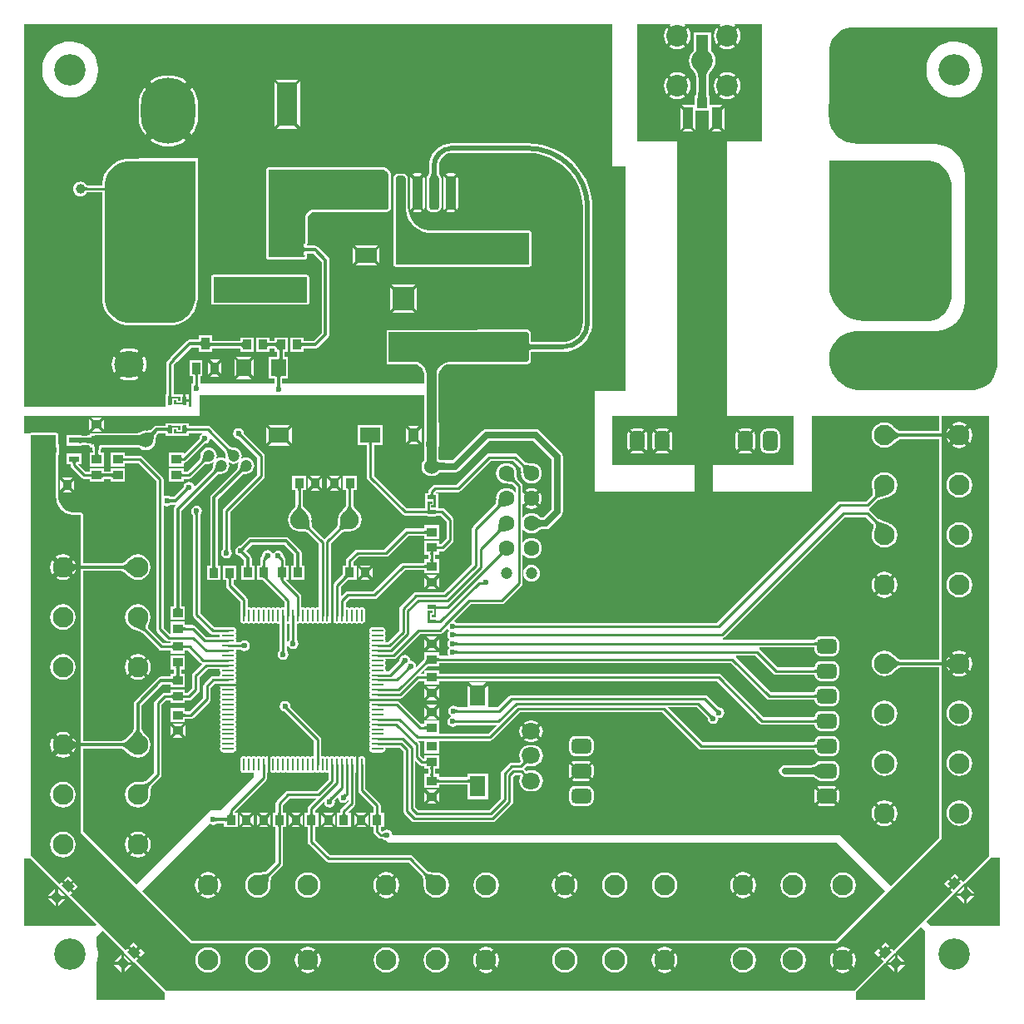
<source format=gtl>
G04*
G04 #@! TF.GenerationSoftware,Altium Limited,Altium Designer,19.0.13 (425)*
G04*
G04 Layer_Physical_Order=1*
G04 Layer_Color=255*
%FSTAX24Y24*%
%MOIN*%
G70*
G01*
G75*
%ADD10C,0.0098*%
%ADD15C,0.0118*%
G04:AMPARAMS|DCode=18|XSize=78.7mil|YSize=59.1mil|CornerRadius=14.8mil|HoleSize=0mil|Usage=FLASHONLY|Rotation=180.000|XOffset=0mil|YOffset=0mil|HoleType=Round|Shape=RoundedRectangle|*
%AMROUNDEDRECTD18*
21,1,0.0787,0.0295,0,0,180.0*
21,1,0.0492,0.0591,0,0,180.0*
1,1,0.0295,-0.0246,0.0148*
1,1,0.0295,0.0246,0.0148*
1,1,0.0295,0.0246,-0.0148*
1,1,0.0295,-0.0246,-0.0148*
%
%ADD18ROUNDEDRECTD18*%
%ADD20C,0.0100*%
%ADD29O,0.0098X0.0472*%
%ADD30O,0.0472X0.0098*%
%ADD31C,0.0394*%
G04:AMPARAMS|DCode=32|XSize=37.4mil|YSize=39.4mil|CornerRadius=0mil|HoleSize=0mil|Usage=FLASHONLY|Rotation=135.000|XOffset=0mil|YOffset=0mil|HoleType=Round|Shape=Rectangle|*
%AMROTATEDRECTD32*
4,1,4,0.0271,0.0007,-0.0007,-0.0271,-0.0271,-0.0007,0.0007,0.0271,0.0271,0.0007,0.0*
%
%ADD32ROTATEDRECTD32*%

%ADD33R,0.0160X0.0320*%
%ADD34R,0.0500X0.0827*%
%ADD35R,0.0886X0.0925*%
%ADD36R,0.0394X0.0413*%
%ADD37R,0.0413X0.0866*%
G04:AMPARAMS|DCode=38|XSize=37.4mil|YSize=39.4mil|CornerRadius=0mil|HoleSize=0mil|Usage=FLASHONLY|Rotation=225.000|XOffset=0mil|YOffset=0mil|HoleType=Round|Shape=Rectangle|*
%AMROTATEDRECTD38*
4,1,4,-0.0007,0.0271,0.0271,-0.0007,0.0007,-0.0271,-0.0271,0.0007,-0.0007,0.0271,0.0*
%
%ADD38ROTATEDRECTD38*%

G04:AMPARAMS|DCode=39|XSize=78.7mil|YSize=59.1mil|CornerRadius=14.8mil|HoleSize=0mil|Usage=FLASHONLY|Rotation=270.000|XOffset=0mil|YOffset=0mil|HoleType=Round|Shape=RoundedRectangle|*
%AMROUNDEDRECTD39*
21,1,0.0787,0.0295,0,0,270.0*
21,1,0.0492,0.0591,0,0,270.0*
1,1,0.0295,-0.0148,-0.0246*
1,1,0.0295,-0.0148,0.0246*
1,1,0.0295,0.0148,0.0246*
1,1,0.0295,0.0148,-0.0246*
%
%ADD39ROUNDEDRECTD39*%
%ADD40R,0.0630X0.0827*%
%ADD41R,0.4528X0.3399*%
G04:AMPARAMS|DCode=42|XSize=39.4mil|YSize=133.9mil|CornerRadius=9.8mil|HoleSize=0mil|Usage=FLASHONLY|Rotation=0.000|XOffset=0mil|YOffset=0mil|HoleType=Round|Shape=RoundedRectangle|*
%AMROUNDEDRECTD42*
21,1,0.0394,0.1142,0,0,0.0*
21,1,0.0197,0.1339,0,0,0.0*
1,1,0.0197,0.0098,-0.0571*
1,1,0.0197,-0.0098,-0.0571*
1,1,0.0197,-0.0098,0.0571*
1,1,0.0197,0.0098,0.0571*
%
%ADD42ROUNDEDRECTD42*%
%ADD43R,0.0827X0.1772*%
%ADD44R,0.1358X0.0512*%
%ADD45R,0.0866X0.0610*%
%ADD46R,0.0394X0.0354*%
%ADD47R,0.0827X0.0630*%
%ADD48R,0.0335X0.0472*%
%ADD49R,0.0591X0.0689*%
%ADD50R,0.0413X0.0551*%
%ADD51R,0.0374X0.0394*%
%ADD52R,0.0394X0.0374*%
%ADD53R,0.0394X0.0236*%
%ADD54R,0.0354X0.0394*%
%ADD55R,0.0320X0.0160*%
G04:AMPARAMS|DCode=56|XSize=118.1mil|YSize=212.6mil|CornerRadius=5.9mil|HoleSize=0mil|Usage=FLASHONLY|Rotation=270.000|XOffset=0mil|YOffset=0mil|HoleType=Round|Shape=RoundedRectangle|*
%AMROUNDEDRECTD56*
21,1,0.1181,0.2008,0,0,270.0*
21,1,0.1063,0.2126,0,0,270.0*
1,1,0.0118,-0.1004,-0.0531*
1,1,0.0118,-0.1004,0.0531*
1,1,0.0118,0.1004,0.0531*
1,1,0.0118,0.1004,-0.0531*
%
%ADD56ROUNDEDRECTD56*%
%ADD100C,0.0197*%
%ADD101C,0.0276*%
%ADD102C,0.0315*%
%ADD103C,0.0394*%
%ADD104C,0.0886*%
%ADD105C,0.0827*%
%ADD106C,0.0600*%
%ADD107C,0.0866*%
%ADD108C,0.0472*%
%ADD109C,0.0630*%
%ADD110C,0.0750*%
%ADD111O,0.2172X0.2644*%
%ADD112R,0.2172X0.2644*%
%ADD113O,0.0750X0.0650*%
%ADD114O,0.1181X0.1063*%
%ADD115C,0.1260*%
%ADD116C,0.0236*%
%ADD117C,0.0500*%
G36*
X052909Y037724D02*
X052909Y037626D01*
X052871Y037432D01*
X052795Y03725D01*
X052686Y037087D01*
X052547Y036947D01*
X052383Y036838D01*
X052201Y036763D01*
X052008Y036724D01*
X051909Y036724D01*
X051909Y036724D01*
Y036724D01*
X047409D01*
X047329Y036724D01*
X047169Y036745D01*
X047013Y036787D01*
X046864Y036849D01*
X046724Y036929D01*
X046596Y037027D01*
X046482Y037141D01*
X046384Y037269D01*
X046304Y037409D01*
X046242Y037558D01*
X0462Y037714D01*
X046179Y037873D01*
X046179Y037954D01*
X046179Y038027D01*
X046198Y038172D01*
X046236Y038313D01*
X046292Y038448D01*
X046365Y038575D01*
X046454Y038691D01*
X046557Y038794D01*
X046673Y038883D01*
X0468Y038956D01*
X046935Y039012D01*
X047076Y03905D01*
X047221Y039069D01*
X047294Y039069D01*
X047294Y039069D01*
X050424Y039069D01*
X050503Y039071D01*
X050659Y039092D01*
X050811Y039133D01*
X050957Y039193D01*
X051094Y039272D01*
X051219Y039368D01*
X05133Y039479D01*
X051426Y039605D01*
X051505Y039741D01*
X051565Y039887D01*
X051606Y040039D01*
X051627Y040195D01*
X051629Y040274D01*
X051629Y040274D01*
Y045304D01*
X051626Y045387D01*
X051605Y045552D01*
X051562Y045712D01*
X051498Y045866D01*
X051415Y04601D01*
X051314Y046141D01*
X051196Y046259D01*
X051065Y04636D01*
X050921Y046443D01*
X050767Y046507D01*
X050607Y04655D01*
X050442Y046571D01*
X050359Y046574D01*
X050359Y046574D01*
Y046574D01*
X047249Y046574D01*
X046179Y047814D01*
Y050283D01*
Y050377D01*
X046216Y050561D01*
X046287Y050734D01*
X046391Y050889D01*
X046524Y051022D01*
X04668Y051126D01*
X046853Y051198D01*
X047036Y051234D01*
X04713Y051234D01*
X04713Y051234D01*
X052909D01*
X052909Y037724D01*
D02*
G37*
G36*
X04348Y04669D02*
X042083D01*
Y03569D01*
X044764D01*
Y033705D01*
X041526D01*
Y03265D01*
X045497Y03265D01*
X045497Y03567D01*
X050582D01*
Y035064D01*
X049045D01*
X049042Y035064D01*
X049025Y035068D01*
X049003Y035076D01*
X048978Y035088D01*
X048949Y035105D01*
X048917Y035127D01*
X048882Y035154D01*
X048804Y035223D01*
X048772Y035255D01*
X048761Y03527D01*
X048655Y035351D01*
X048531Y035402D01*
X048398Y03542D01*
X048266Y035402D01*
X048142Y035351D01*
X048036Y03527D01*
X047955Y035163D01*
X047904Y03504D01*
X047886Y034907D01*
X047904Y034775D01*
X047955Y034651D01*
X048036Y034545D01*
X048142Y034464D01*
X048266Y034413D01*
X048398Y034395D01*
X048531Y034413D01*
X048655Y034464D01*
X048761Y034545D01*
X048772Y03456D01*
X048804Y034591D01*
X048882Y034661D01*
X048917Y034687D01*
X048949Y034709D01*
X048978Y034726D01*
X049003Y034739D01*
X049025Y034746D01*
X049042Y034751D01*
X049045Y034751D01*
X050582D01*
X050582Y025914D01*
X049045D01*
X049042Y025915D01*
X049025Y025919D01*
X049003Y025926D01*
X048978Y025939D01*
X048949Y025956D01*
X048917Y025978D01*
X048882Y026004D01*
X048804Y026074D01*
X048772Y026105D01*
X048761Y02612D01*
X048655Y026201D01*
X048531Y026253D01*
X048398Y02627D01*
X048266Y026253D01*
X048142Y026201D01*
X048036Y02612D01*
X047955Y026014D01*
X047904Y02589D01*
X047886Y025758D01*
X047904Y025625D01*
X047955Y025502D01*
X048036Y025395D01*
X048142Y025314D01*
X048266Y025263D01*
X048398Y025245D01*
X048531Y025263D01*
X048655Y025314D01*
X048761Y025395D01*
X048772Y02541D01*
X048804Y025442D01*
X048882Y025512D01*
X048917Y025538D01*
X048949Y02556D01*
X048978Y025577D01*
X049003Y025589D01*
X049025Y025597D01*
X049042Y025601D01*
X049045Y025601D01*
X050582D01*
X050582Y018781D01*
X048655Y016854D01*
X046633Y018876D01*
X028678D01*
X028661Y018959D01*
X028614Y019029D01*
X028544Y019076D01*
X028461Y019093D01*
X028378Y019076D01*
X028308Y019029D01*
X028305Y019024D01*
X028304Y019024D01*
X028302Y019023D01*
X028299Y019023D01*
X028296Y019022D01*
X028275D01*
X028215Y019082D01*
Y019199D01*
X02835D01*
Y019781D01*
X028215D01*
Y020068D01*
X028204Y020124D01*
X028172Y020172D01*
X027604Y02074D01*
Y021706D01*
X027598Y021735D01*
Y021893D01*
X027587Y021949D01*
X027555Y021996D01*
X027508Y022028D01*
X027452Y022039D01*
X027396Y022028D01*
X027358Y022003D01*
X027313Y022033D01*
X027255Y022045D01*
X027197Y022033D01*
X027151Y022003D01*
X027114Y022028D01*
X027058Y022039D01*
X027002Y022028D01*
X02696Y022D01*
X026917Y022028D01*
X026861Y022039D01*
X026805Y022028D01*
X026763Y022D01*
X02672Y022028D01*
X026664Y022039D01*
X026608Y022028D01*
X026566Y022D01*
X026523Y022028D01*
X026467Y022039D01*
X026411Y022028D01*
X026369Y022D01*
X026327Y022028D01*
X026271Y022039D01*
X026214Y022028D01*
X026172Y022D01*
X02613Y022028D01*
X026074Y022039D01*
X026018Y022028D01*
X025975Y022D01*
X025933Y022028D01*
X025877Y022039D01*
X025827Y022029D01*
Y022713D01*
X025815Y022769D01*
X025784Y022817D01*
X024591Y02401D01*
X024597Y02404D01*
X02458Y024123D01*
X024533Y024193D01*
X024463Y02424D01*
X02438Y024257D01*
X024297Y02424D01*
X024227Y024193D01*
X02418Y024123D01*
X024163Y02404D01*
X02418Y023957D01*
X024227Y023887D01*
X024297Y02384D01*
X024358Y023828D01*
X025533Y022652D01*
Y022029D01*
X025483Y022039D01*
X025427Y022028D01*
X025385Y022D01*
X025342Y022028D01*
X025286Y022039D01*
X02523Y022028D01*
X025188Y022D01*
X025146Y022028D01*
X025089Y022039D01*
X025033Y022028D01*
X024991Y022D01*
X024949Y022028D01*
X024893Y022039D01*
X024837Y022028D01*
X024794Y022D01*
X024752Y022028D01*
X024696Y022039D01*
X02464Y022028D01*
X024597Y022D01*
X024555Y022028D01*
X024499Y022039D01*
X024443Y022028D01*
X0244Y022D01*
X024358Y022028D01*
X024302Y022039D01*
X024246Y022028D01*
X024204Y022D01*
X024161Y022028D01*
X024105Y022039D01*
X024049Y022028D01*
X024007Y022D01*
X023964Y022028D01*
X023908Y022039D01*
X023852Y022028D01*
X023815Y022003D01*
X02377Y022033D01*
X023712Y022045D01*
X023653Y022033D01*
X023608Y022003D01*
X023571Y022028D01*
X023515Y022039D01*
X023459Y022028D01*
X023416Y022D01*
X023374Y022028D01*
X023318Y022039D01*
X023262Y022028D01*
X023219Y022D01*
X023177Y022028D01*
X023121Y022039D01*
X023065Y022028D01*
X023023Y022D01*
X02298Y022028D01*
X022924Y022039D01*
X022868Y022028D01*
X022826Y022D01*
X022783Y022028D01*
X022727Y022039D01*
X022671Y022028D01*
X022624Y021996D01*
X022592Y021949D01*
X022581Y021893D01*
Y021519D01*
X022592Y021463D01*
X022624Y021415D01*
X022671Y021383D01*
X022727Y021372D01*
X022783Y021383D01*
X022826Y021412D01*
X022868Y021383D01*
X022924Y021372D01*
X02298Y021383D01*
X023023Y021412D01*
X023065Y021383D01*
X023121Y021372D01*
Y021211D01*
X02179Y01988D01*
X02139Y01988D01*
X01841Y0169D01*
X016285Y019025D01*
Y022341D01*
X01783D01*
X017833Y022341D01*
X017851Y022337D01*
X017872Y022329D01*
X017898Y022317D01*
X017927Y0223D01*
X017959Y022278D01*
X017993Y022252D01*
X018072Y022182D01*
X018103Y02215D01*
X018115Y022136D01*
X018221Y022054D01*
X018345Y022003D01*
X018477Y021985D01*
X01861Y022003D01*
X018733Y022054D01*
X018839Y022136D01*
X018921Y022242D01*
X018972Y022365D01*
X018989Y022498D01*
X018972Y02263D01*
X018921Y022754D01*
X018839Y02286D01*
X018824Y022871D01*
X018793Y022903D01*
X018723Y022982D01*
X018697Y023016D01*
X018675Y023048D01*
X018658Y023077D01*
X018646Y023103D01*
X018638Y023124D01*
X018634Y023142D01*
X018634Y023145D01*
Y024075D01*
X019471Y024912D01*
X019787D01*
Y024797D01*
X02037D01*
Y02534D01*
X020235D01*
Y025523D01*
X020371D01*
Y026067D01*
X019789D01*
Y025523D01*
X019922D01*
Y02534D01*
X019787D01*
Y025225D01*
X019406D01*
X019346Y025213D01*
X019295Y025179D01*
X018366Y024251D01*
X018333Y0242D01*
X018321Y02414D01*
Y023145D01*
X01832Y023142D01*
X018316Y023124D01*
X018308Y023103D01*
X018296Y023077D01*
X018279Y023048D01*
X018257Y023016D01*
X018231Y022982D01*
X018161Y022903D01*
X01813Y022871D01*
X018115Y02286D01*
X018103Y022845D01*
X018072Y022814D01*
X017993Y022744D01*
X017959Y022718D01*
X017927Y022696D01*
X017898Y022679D01*
X017872Y022666D01*
X017851Y022659D01*
X017833Y022655D01*
X01783Y022654D01*
X016285D01*
X016285Y029459D01*
X01783D01*
X017833Y029459D01*
X017851Y029455D01*
X017872Y029447D01*
X017898Y029435D01*
X017927Y029418D01*
X017959Y029396D01*
X017993Y02937D01*
X018072Y0293D01*
X018103Y029269D01*
X018115Y029254D01*
X018221Y029172D01*
X018345Y029121D01*
X018477Y029104D01*
X01861Y029121D01*
X018733Y029172D01*
X018839Y029254D01*
X018921Y02936D01*
X018972Y029483D01*
X018989Y029616D01*
X018972Y029748D01*
X018921Y029872D01*
X018839Y029978D01*
X018733Y030059D01*
X01861Y030111D01*
X018477Y030128D01*
X018345Y030111D01*
X018221Y030059D01*
X018115Y029978D01*
X018103Y029963D01*
X018072Y029932D01*
X017993Y029862D01*
X017959Y029836D01*
X017927Y029814D01*
X017898Y029797D01*
X017872Y029785D01*
X017851Y029777D01*
X017833Y029773D01*
X01783Y029772D01*
X016285D01*
Y031705D01*
X016277Y031742D01*
X016256Y031773D01*
X016225Y031794D01*
X016188Y031801D01*
X016028D01*
X016028Y031801D01*
D01*
X016028D01*
X01593Y031801D01*
X015869Y031804D01*
X015747Y031828D01*
X015634Y031875D01*
X015533Y031943D01*
X015446Y032029D01*
X015379Y03213D01*
X015332Y032243D01*
X015308Y032365D01*
X015305Y032426D01*
Y032616D01*
X015306D01*
Y033199D01*
X015305D01*
X015305Y034108D01*
X015316D01*
Y034533D01*
X015305D01*
Y0349D01*
X015297Y034937D01*
X015276Y034968D01*
X015245Y034989D01*
X015208Y034996D01*
X014194D01*
X014157Y034989D01*
X014151Y034985D01*
X013936D01*
Y03566D01*
X020974D01*
Y036518D01*
X029953D01*
Y03552D01*
X02995Y035277D01*
X029946D01*
Y035185D01*
X029945Y035182D01*
X029945Y035182D01*
X029945Y035182D01*
X029946Y035178D01*
Y034636D01*
X029945Y034633D01*
X029945Y034632D01*
X029945Y034631D01*
X029946Y034602D01*
Y034537D01*
X029947D01*
X029953Y034268D01*
Y034012D01*
X029952Y033974D01*
X029949Y033917D01*
X029902Y033856D01*
X029862Y03376D01*
X029849Y033657D01*
X029862Y033554D01*
X029902Y033458D01*
X029965Y033376D01*
X030048Y033312D01*
X030144Y033273D01*
X030247Y033259D01*
X03035Y033273D01*
X030446Y033312D01*
X030528Y033376D01*
X030534Y033383D01*
X030537Y033386D01*
X030545Y033392D01*
X030556Y033398D01*
X030568Y033404D01*
X030583Y033409D01*
X0306Y033414D01*
X030619Y033417D01*
X030647Y03342D01*
X03119D01*
X03128Y033438D01*
X031357Y03349D01*
X032546Y034679D01*
X034322D01*
X035044Y033957D01*
Y031932D01*
X034721Y031608D01*
X034674D01*
X034673Y031608D01*
X034651Y031612D01*
X03463Y031616D01*
X034612Y031621D01*
X034595Y031628D01*
X034581Y031635D01*
X034568Y031642D01*
X034557Y031651D01*
X034552Y031656D01*
X034546Y031664D01*
X03446Y031729D01*
X034361Y031771D01*
X034254Y031785D01*
X034147Y031771D01*
X034047Y031729D01*
X033962Y031664D01*
X033906Y031592D01*
Y032142D01*
X033915Y032131D01*
X034156Y032372D01*
X033915Y032612D01*
X033906Y032601D01*
Y032866D01*
X033895Y032923D01*
X033863Y03297D01*
X033705Y033128D01*
X033699Y033138D01*
X033693Y033152D01*
X033686Y03317D01*
X03368Y033193D01*
X033674Y033219D01*
X03367Y03325D01*
X033665Y033326D01*
X033665Y033359D01*
X033667Y033372D01*
X033653Y033478D01*
X033611Y033578D01*
X033546Y033664D01*
X03346Y033729D01*
X033361Y033771D01*
X033254Y033785D01*
X033147Y033771D01*
X033047Y033729D01*
X032962Y033664D01*
X032896Y033578D01*
X032855Y033478D01*
X032841Y033372D01*
X032855Y033265D01*
X032896Y033165D01*
X032962Y03308D01*
X033047Y033014D01*
X033147Y032973D01*
X033254Y032959D01*
X033266Y03296D01*
X0333Y03296D01*
X033376Y032955D01*
X033406Y032951D01*
X033433Y032946D01*
X033455Y032939D01*
X033474Y032933D01*
X033488Y032926D01*
X033497Y03292D01*
X033612Y032805D01*
Y032577D01*
X033611Y032578D01*
X033546Y032664D01*
X03346Y032729D01*
X033361Y032771D01*
X033254Y032785D01*
X033147Y032771D01*
X033047Y032729D01*
X032962Y032664D01*
X032896Y032578D01*
X032855Y032478D01*
X032841Y032372D01*
X032842Y032359D01*
X032842Y032326D01*
X032837Y03225D01*
X032833Y03222D01*
X032828Y032193D01*
X032821Y03217D01*
X032815Y032152D01*
X032808Y032138D01*
X032802Y032128D01*
X031915Y031241D01*
X031883Y031193D01*
X031872Y031137D01*
Y029748D01*
X03074Y028616D01*
X029629D01*
X029572Y028605D01*
X029548Y028589D01*
X029524Y028573D01*
X029006Y028054D01*
X028974Y028007D01*
X028963Y02795D01*
Y027079D01*
X028501Y026617D01*
X028405D01*
X028415Y026666D01*
X028404Y026722D01*
X028376Y026765D01*
X028404Y026807D01*
X028415Y026863D01*
X028404Y026919D01*
X028376Y026962D01*
X028404Y027004D01*
X028415Y02706D01*
X028404Y027116D01*
X028372Y027164D01*
X028325Y027195D01*
X028269Y027207D01*
X027895D01*
X027838Y027195D01*
X027791Y027164D01*
X027759Y027116D01*
X027748Y02706D01*
X027759Y027004D01*
X027788Y026962D01*
X027759Y026919D01*
X027748Y026863D01*
X027759Y026807D01*
X027788Y026765D01*
X027759Y026722D01*
X027748Y026666D01*
X027759Y02661D01*
X027788Y026568D01*
X027759Y026526D01*
X027748Y02647D01*
X027759Y026413D01*
X027788Y026371D01*
X027759Y026329D01*
X027748Y026273D01*
X027759Y026217D01*
X027788Y026174D01*
X027759Y026132D01*
X027748Y026076D01*
X027759Y02602D01*
X027788Y025977D01*
X027759Y025935D01*
X027748Y025879D01*
X027759Y025823D01*
X027788Y025781D01*
X027759Y025738D01*
X027748Y025682D01*
X027759Y025626D01*
X027788Y025584D01*
X027759Y025541D01*
X027748Y025485D01*
X027759Y025429D01*
X027788Y025387D01*
X027759Y025344D01*
X027748Y025288D01*
X027759Y025232D01*
X027788Y02519D01*
X027759Y025148D01*
X027748Y025092D01*
X027759Y025036D01*
X027788Y024993D01*
X027759Y024951D01*
X027748Y024895D01*
X027759Y024839D01*
X027788Y024796D01*
X027759Y024754D01*
X027748Y024698D01*
X027759Y024642D01*
X027788Y024599D01*
X027759Y024557D01*
X027748Y024501D01*
X027759Y024445D01*
X027784Y024408D01*
X027754Y024362D01*
X027742Y024304D01*
X027754Y024246D01*
X027784Y024201D01*
X027759Y024163D01*
X027748Y024107D01*
X027759Y024051D01*
X027788Y024009D01*
X027759Y023967D01*
X027748Y02391D01*
X027759Y023854D01*
X027788Y023812D01*
X027759Y02377D01*
X027748Y023714D01*
X027759Y023658D01*
X027788Y023615D01*
X027759Y023573D01*
X027748Y023517D01*
X027759Y023461D01*
X027788Y023418D01*
X027759Y023376D01*
X027748Y02332D01*
X027759Y023264D01*
X027788Y023221D01*
X027759Y023179D01*
X027748Y023123D01*
X027759Y023067D01*
X027788Y023025D01*
X027759Y022982D01*
X027748Y022926D01*
X027759Y02287D01*
X027788Y022828D01*
X027759Y022785D01*
X027748Y022729D01*
X027759Y022673D01*
X027788Y022631D01*
X027759Y022589D01*
X027748Y022533D01*
X027759Y022476D01*
X027788Y022434D01*
X027759Y022392D01*
X027748Y022336D01*
X027759Y02228D01*
X027791Y022232D01*
X027838Y0222D01*
X027895Y022189D01*
X028269D01*
X028325Y0222D01*
X028372Y022232D01*
X028404Y02228D01*
X028415Y022336D01*
X028405Y022386D01*
X028963D01*
X029115Y022234D01*
Y019848D01*
X029126Y019792D01*
X029158Y019744D01*
X029461Y019442D01*
X029508Y01941D01*
X029564Y019399D01*
X032704D01*
X03276Y01941D01*
X032807Y019442D01*
X033477Y020112D01*
X033509Y020159D01*
X03352Y020215D01*
Y021206D01*
X033598Y021283D01*
X0338D01*
X033823Y02126D01*
X033781Y02116D01*
X033767Y02105D01*
X033781Y02094D01*
X033824Y020838D01*
X033891Y020751D01*
X033978Y020684D01*
X03408Y020641D01*
X03419Y020627D01*
X03429D01*
X0344Y020641D01*
X034502Y020684D01*
X034589Y020751D01*
X034656Y020838D01*
X034699Y02094D01*
X034713Y02105D01*
X034699Y02116D01*
X034656Y021262D01*
X034589Y021349D01*
X034502Y021416D01*
X0344Y021459D01*
X03429Y021473D01*
X03419D01*
X03408Y021459D01*
X034052Y021447D01*
X034049Y021449D01*
X034045Y021453D01*
X033964Y021533D01*
X033945Y021546D01*
X034053Y021653D01*
X034057Y021657D01*
X03406Y02166D01*
X03408Y021651D01*
X03419Y021637D01*
X03429D01*
X0344Y021651D01*
X034502Y021694D01*
X034589Y021761D01*
X034656Y021848D01*
X034699Y02195D01*
X034713Y02206D01*
X034699Y02217D01*
X034656Y022272D01*
X034589Y022359D01*
X034502Y022426D01*
X0344Y022469D01*
X03429Y022483D01*
X03419D01*
X03408Y022469D01*
X033978Y022426D01*
X033891Y022359D01*
X033824Y022272D01*
X033781Y02217D01*
X033767Y02206D01*
X033781Y02195D01*
X033824Y021848D01*
X033828Y021843D01*
X033758Y021773D01*
X033455D01*
X033455Y021773D01*
X033409Y021764D01*
X033399Y021762D01*
X033352Y02173D01*
X033073Y021452D01*
X033041Y021404D01*
X03303Y021348D01*
Y020357D01*
X032558Y019885D01*
X029711D01*
X029601Y019994D01*
Y021844D01*
X02975Y021695D01*
X029798Y021663D01*
X029854Y021652D01*
X029965D01*
Y021527D01*
X030109D01*
Y021331D01*
X029965D01*
Y020768D01*
X030548D01*
Y020902D01*
X031691D01*
Y020319D01*
X032509D01*
Y021335D01*
X031691D01*
Y021196D01*
X030548D01*
Y021331D01*
X030404D01*
Y021527D01*
X030548D01*
Y022071D01*
X029965D01*
Y021946D01*
X029915D01*
X029796Y022066D01*
Y0225D01*
X029785Y022557D01*
X029753Y022604D01*
X029704Y022653D01*
X029965D01*
Y022157D01*
X030548D01*
Y022653D01*
X032582D01*
X032638Y022665D01*
X032686Y022697D01*
X033794Y023805D01*
X039495D01*
X040954Y022345D01*
X041002Y022313D01*
X041059Y022302D01*
X045591D01*
Y022302D01*
X045609Y022207D01*
X045663Y022127D01*
X045743Y022074D01*
X045837Y022055D01*
X04633D01*
X046424Y022074D01*
X046504Y022127D01*
X046558Y022207D01*
X046576Y022302D01*
Y022597D01*
X046558Y022691D01*
X046504Y022771D01*
X046424Y022825D01*
X04633Y022844D01*
X045837D01*
X045743Y022825D01*
X045663Y022771D01*
X045609Y022691D01*
X045591Y022597D01*
Y022597D01*
X04112D01*
X039717Y023999D01*
X040875D01*
X041306Y023568D01*
X041308Y023566D01*
X04131Y023563D01*
X041311Y023561D01*
X04131Y023556D01*
X041326Y023473D01*
X041373Y023403D01*
X041444Y023356D01*
X041526Y023339D01*
X041609Y023356D01*
X04168Y023403D01*
X041727Y023473D01*
X041743Y023556D01*
X041739Y023577D01*
X04176Y023573D01*
X041843Y02359D01*
X041914Y023637D01*
X041961Y023707D01*
X041977Y02379D01*
X041961Y023873D01*
X041914Y023943D01*
X041843Y02399D01*
X04176Y024007D01*
X041755Y024006D01*
X041754Y024007D01*
X041751Y024009D01*
X041749Y02401D01*
X041311Y024448D01*
X041263Y02448D01*
X041207Y024491D01*
X033456D01*
X033399Y02448D01*
X033351Y024448D01*
X032896Y023992D01*
X032515D01*
Y024918D01*
X032142Y024545D01*
X0321Y024587D01*
X032058Y024545D01*
X031685Y024918D01*
Y023992D01*
X031292D01*
X03129Y023993D01*
X031286Y023993D01*
X031284Y023994D01*
X031282Y023998D01*
X031211Y024045D01*
X031128Y024062D01*
X031045Y024045D01*
X030975Y023998D01*
X030928Y023928D01*
X030912Y023845D01*
X030928Y023762D01*
X030975Y023692D01*
X031045Y023645D01*
X031079Y023638D01*
X031015Y023625D01*
X030945Y023578D01*
X030898Y023508D01*
X030882Y023425D01*
X030898Y023342D01*
X030945Y023272D01*
X031015Y023225D01*
X031098Y023208D01*
X031181Y023225D01*
X031252Y023272D01*
X031254Y023276D01*
X031256Y023276D01*
X03126Y023277D01*
X031262Y023277D01*
X03285D01*
X032521Y022948D01*
X030548D01*
Y023461D01*
X029965D01*
Y023326D01*
X029841D01*
X028956Y024211D01*
X028909Y024243D01*
X028852Y024255D01*
X028411D01*
X028421Y024304D01*
X028411Y024354D01*
X029001D01*
X029057Y024365D01*
X029105Y024397D01*
X029755Y025047D01*
X029965D01*
Y024922D01*
X030548D01*
Y025047D01*
X041698D01*
X043399Y023345D01*
X043447Y023313D01*
X043503Y023302D01*
X045591D01*
Y023302D01*
X045609Y023207D01*
X045663Y023127D01*
X045743Y023073D01*
X045837Y023055D01*
X04633D01*
X046424Y023073D01*
X046504Y023127D01*
X046558Y023207D01*
X046576Y023302D01*
Y023597D01*
X046558Y023691D01*
X046504Y023771D01*
X046424Y023825D01*
X04633Y023844D01*
X045837D01*
X045743Y023825D01*
X045663Y023771D01*
X045609Y023691D01*
X045591Y023597D01*
Y023597D01*
X043564D01*
X041863Y025298D01*
X041815Y02533D01*
X041759Y025341D01*
X030548D01*
Y025466D01*
X029965D01*
Y025341D01*
X029775D01*
X030086Y025653D01*
X030548D01*
Y025777D01*
X042247D01*
X043679Y024345D01*
X043727Y024313D01*
X043783Y024302D01*
X045591D01*
Y024302D01*
X045609Y024207D01*
X045663Y024127D01*
X045743Y024074D01*
X045837Y024055D01*
X04633D01*
X046424Y024074D01*
X046504Y024127D01*
X046558Y024207D01*
X046576Y024302D01*
Y024597D01*
X046558Y024691D01*
X046504Y024771D01*
X046424Y024825D01*
X04633Y024844D01*
X045837D01*
X045743Y024825D01*
X045663Y024771D01*
X045609Y024691D01*
X045591Y024597D01*
Y024597D01*
X043844D01*
X042461Y025979D01*
X042462D01*
Y026073D01*
X04323D01*
X043958Y025345D01*
X044006Y025313D01*
X044063Y025302D01*
X045591D01*
Y025302D01*
X045609Y025207D01*
X045663Y025127D01*
X045743Y025073D01*
X045837Y025055D01*
X04633D01*
X046424Y025073D01*
X046504Y025127D01*
X046558Y025207D01*
X046576Y025302D01*
Y025597D01*
X046558Y025691D01*
X046504Y025771D01*
X046424Y025825D01*
X04633Y025844D01*
X045837D01*
X045743Y025825D01*
X045663Y025771D01*
X045609Y025691D01*
X045591Y025597D01*
Y025597D01*
X044124D01*
X043395Y026325D01*
X043388Y02633D01*
X043397D01*
Y026404D01*
X045591D01*
Y026302D01*
X045609Y026207D01*
X045663Y026127D01*
X045743Y026074D01*
X045837Y026055D01*
X04633D01*
X046424Y026074D01*
X046504Y026127D01*
X046558Y026207D01*
X046576Y026302D01*
Y026597D01*
X046558Y026691D01*
X046504Y026771D01*
X046424Y026825D01*
X04633Y026844D01*
X045837D01*
X045743Y026825D01*
X045663Y026771D01*
X045614Y026699D01*
X045613Y026699D01*
X04193D01*
Y026765D01*
X041937Y026766D01*
X041984Y026798D01*
X046807Y031621D01*
X047666D01*
X047933Y031354D01*
X047937Y031349D01*
X047945Y031336D01*
X047951Y03132D01*
X047956Y0313D01*
X047958Y031275D01*
X047957Y031245D01*
X047953Y03121D01*
X047945Y03117D01*
X047934Y031126D01*
X047917Y031076D01*
X047917Y031072D01*
X047904Y03104D01*
X047886Y030907D01*
X047904Y030775D01*
X047955Y030651D01*
X048036Y030545D01*
X048142Y030464D01*
X048266Y030413D01*
X048398Y030395D01*
X048531Y030413D01*
X048655Y030464D01*
X048761Y030545D01*
X048842Y030651D01*
X048893Y030775D01*
X048911Y030907D01*
X048893Y03104D01*
X048842Y031163D01*
X048761Y03127D01*
X048655Y031351D01*
X048564Y031388D01*
X04856Y031391D01*
X04856Y031391D01*
X04856Y031391D01*
X048552Y031394D01*
X048531Y031402D01*
X048523Y031403D01*
X048486Y031416D01*
X048259Y031498D01*
X048191Y031528D01*
X04817Y031538D01*
X048161Y031543D01*
X047831Y031873D01*
X047784Y031905D01*
X047777Y031906D01*
Y031962D01*
X047784Y031963D01*
X047831Y031995D01*
X048126Y032289D01*
X048138Y032297D01*
X048159Y032307D01*
X048186Y032318D01*
X048444Y032394D01*
X048508Y03241D01*
X048531Y032413D01*
X048655Y032464D01*
X048761Y032545D01*
X048842Y032651D01*
X048893Y032775D01*
X048911Y032907D01*
X048893Y03304D01*
X048842Y033163D01*
X048761Y03327D01*
X048655Y033351D01*
X048531Y033402D01*
X048398Y03342D01*
X048266Y033402D01*
X048142Y033351D01*
X048036Y03327D01*
X047955Y033163D01*
X047904Y03304D01*
X047886Y032907D01*
X047904Y032775D01*
X047909Y032762D01*
X047916Y032731D01*
X047924Y032683D01*
X04793Y03264D01*
X047931Y032602D01*
X04793Y032569D01*
X047927Y032541D01*
X047921Y032518D01*
X047914Y032501D01*
X047906Y032487D01*
X047902Y032482D01*
X047666Y032247D01*
X046609D01*
X046553Y032235D01*
X046505Y032203D01*
X041682Y027381D01*
X031257D01*
X031255Y027381D01*
X031251Y027382D01*
X03125Y027382D01*
X031247Y027387D01*
X031176Y027434D01*
X031138Y027441D01*
X03183Y028133D01*
X033074D01*
X03313Y028144D01*
X033178Y028176D01*
X033863Y028861D01*
X033879Y028885D01*
X033895Y028909D01*
X033906Y028966D01*
Y030152D01*
X033962Y03008D01*
X034047Y030014D01*
X034147Y029973D01*
X034254Y029959D01*
X034361Y029973D01*
X03446Y030014D01*
X034546Y03008D01*
X034611Y030165D01*
X034653Y030265D01*
X034667Y030372D01*
X034653Y030478D01*
X034611Y030578D01*
X034546Y030664D01*
X03446Y030729D01*
X034361Y030771D01*
X034254Y030785D01*
X034147Y030771D01*
X034047Y030729D01*
X033962Y030664D01*
X033906Y030592D01*
Y031152D01*
X033962Y03108D01*
X034047Y031014D01*
X034147Y030973D01*
X034254Y030959D01*
X034361Y030973D01*
X03446Y031014D01*
X034546Y03108D01*
X034552Y031088D01*
X034557Y031093D01*
X034568Y031101D01*
X034581Y031109D01*
X034595Y031116D01*
X034612Y031122D01*
X03463Y031127D01*
X034651Y031131D01*
X034673Y031135D01*
X034674Y031135D01*
X034819D01*
X034909Y031153D01*
X034986Y031204D01*
X035449Y031667D01*
X0355Y031743D01*
X035518Y031834D01*
Y034055D01*
X0355Y034146D01*
X035449Y034223D01*
X034588Y035083D01*
X034511Y035135D01*
X03442Y035153D01*
X032448D01*
X032358Y035135D01*
X032281Y035083D01*
X031092Y033894D01*
X03064D01*
X03062Y033897D01*
X0306Y0339D01*
X030583Y033905D01*
X030568Y03391D01*
X030556Y033916D01*
X030546Y033921D01*
X030541Y034023D01*
Y034295D01*
X030543Y034537D01*
X030548D01*
Y034629D01*
X030549Y034633D01*
X030549Y034633D01*
X030549Y034633D01*
X030548Y034636D01*
Y035178D01*
X030549Y035182D01*
X030548Y035183D01*
X030549Y035184D01*
X030548Y035212D01*
Y035277D01*
X030546D01*
X030541Y035546D01*
Y037335D01*
X030558Y037421D01*
X030592Y037505D01*
X030643Y037581D01*
X030707Y037645D01*
X030782Y037695D01*
X030866Y03773D01*
X030957Y037748D01*
X031003Y03775D01*
X032069D01*
X032075Y037749D01*
X034083D01*
X034143Y037761D01*
X034194Y037795D01*
X034228Y037846D01*
X03424Y037906D01*
Y03823D01*
X034243Y038231D01*
X034258Y038236D01*
X03428Y038239D01*
X034295Y03824D01*
X035508D01*
X035509Y038241D01*
X035695Y038255D01*
X035878Y038299D01*
X036052Y038371D01*
X036212Y038469D01*
X036354Y038591D01*
X036476Y038734D01*
X036574Y038894D01*
X036646Y039067D01*
X03669Y03925D01*
X036705Y039436D01*
X036705Y039437D01*
Y043997D01*
X036705D01*
X036689Y044289D01*
X03664Y044577D01*
X036559Y044857D01*
X036447Y045127D01*
X036306Y045383D01*
X036137Y045621D01*
X035942Y045839D01*
X035724Y046033D01*
X035486Y046203D01*
X035231Y046344D01*
X034961Y046456D01*
X03468Y046536D01*
X034392Y046585D01*
X0341Y046602D01*
Y046602D01*
X031072D01*
Y046602D01*
X030893Y046584D01*
X03072Y046532D01*
X03056Y046447D01*
X03042Y046332D01*
X030306Y046192D01*
X030221Y046033D01*
X030168Y04586D01*
X03015Y04568D01*
X030151D01*
Y045437D01*
X030151Y04543D01*
X030148Y045406D01*
X030144Y045386D01*
X03014Y04537D01*
X030135Y045358D01*
X030131Y045349D01*
X030128Y045344D01*
X030126Y045342D01*
X030119Y045336D01*
X030118Y045336D01*
X03011Y04533D01*
X030096Y04531D01*
X030095Y045308D01*
X030095Y045307D01*
X030068Y045266D01*
X030053Y045191D01*
Y044049D01*
X030068Y043974D01*
X03011Y04391D01*
X030174Y043868D01*
X030249Y043853D01*
X030446D01*
X030521Y043868D01*
X030585Y04391D01*
X030628Y043974D01*
X030643Y044049D01*
Y045191D01*
X030628Y045266D01*
X030601Y045307D01*
X030601Y045308D01*
X030599Y04531D01*
X030585Y04533D01*
X030577Y045336D01*
X030577Y045336D01*
X03057Y045342D01*
X030568Y045344D01*
X030564Y045349D01*
X03056Y045358D01*
X030556Y04537D01*
X030552Y045386D01*
X030548Y045405D01*
X030544Y045444D01*
Y04568D01*
X030542Y04569D01*
X030559Y045818D01*
X030612Y045946D01*
X030697Y046056D01*
X030807Y04614D01*
X030935Y046193D01*
X031062Y04621D01*
X031072Y046208D01*
X0341D01*
X034114Y046211D01*
X034389Y046193D01*
X034674Y046136D01*
X034948Y046043D01*
X035208Y045915D01*
X035449Y045754D01*
X035666Y045563D01*
X035857Y045345D01*
X036018Y045104D01*
X036147Y044844D01*
X03624Y04457D01*
X036296Y044286D01*
X036314Y04401D01*
X036312Y043997D01*
Y039437D01*
X036313Y039428D01*
X036299Y03928D01*
X036253Y039129D01*
X036178Y038989D01*
X036078Y038867D01*
X035956Y038767D01*
X035817Y038692D01*
X035666Y038647D01*
X035517Y038632D01*
X035508Y038634D01*
X034295D01*
X03428Y038635D01*
X034258Y038639D01*
X034243Y038643D01*
X03424Y038644D01*
Y038969D01*
X034228Y039028D01*
X034194Y039079D01*
X034143Y039113D01*
X034083Y039125D01*
X032075D01*
X032069Y039124D01*
X028539D01*
X028502Y039117D01*
X028471Y039096D01*
X02845Y039065D01*
X028443Y039028D01*
Y037847D01*
X02845Y03781D01*
X028471Y037778D01*
X028502Y037758D01*
X028539Y03775D01*
X029536D01*
X029576Y037748D01*
X029658Y037732D01*
X029733Y037701D01*
X029801Y037656D01*
X029858Y037598D01*
X029903Y037531D01*
X029934Y037456D01*
X029951Y037374D01*
X029953Y037333D01*
Y037287D01*
X029953Y037287D01*
Y03699D01*
X024274D01*
Y037162D01*
X024508D01*
Y03804D01*
X024374D01*
Y038239D01*
X024489D01*
Y038822D01*
X023946D01*
Y038687D01*
X023754D01*
Y038822D01*
X023211D01*
Y038239D01*
X023754D01*
Y038374D01*
X023946D01*
Y038239D01*
X024061D01*
Y03804D01*
X023728D01*
Y037162D01*
X023961D01*
Y03699D01*
X020975D01*
Y03726D01*
X021073D01*
Y037921D01*
X02055D01*
Y03726D01*
X020682D01*
Y03699D01*
X020612D01*
Y03604D01*
X020528D01*
Y036228D01*
X020428D01*
Y036127D01*
X019928D01*
Y036307D01*
X020028D01*
Y036207D01*
X020268D01*
Y036447D01*
X020289D01*
Y036547D01*
X020168D01*
Y036543D01*
X019915D01*
Y037724D01*
X020006Y037816D01*
X020049Y037844D01*
X020621Y038416D01*
X020922D01*
Y038242D01*
X021445D01*
Y038374D01*
X022581D01*
Y038239D01*
X023124D01*
Y038822D01*
X022581D01*
Y038687D01*
X021445D01*
Y038904D01*
X020922D01*
Y038729D01*
X020556D01*
X020506Y03872D01*
X020496Y038718D01*
X020446Y038684D01*
X019828Y038066D01*
X019799Y038023D01*
X019665Y037888D01*
X019633Y037841D01*
X019622Y037785D01*
Y036542D01*
X019594D01*
Y036456D01*
X019592Y036447D01*
Y036127D01*
X019594Y036118D01*
Y03604D01*
X013936D01*
Y051384D01*
X037497D01*
Y04567D01*
X03801D01*
Y03667D01*
X036781D01*
X036781Y03265D01*
X040781Y03265D01*
Y033705D01*
X03748D01*
Y03569D01*
X040083D01*
Y04669D01*
X03848D01*
Y051384D01*
X039859D01*
X039831Y051372D01*
X039775Y051329D01*
X0401Y051004D01*
X040425Y051329D01*
X040369Y051372D01*
X040341Y051384D01*
X041859D01*
X041831Y051372D01*
X041775Y051329D01*
X0421Y051004D01*
X042425Y051329D01*
X042369Y051372D01*
X042341Y051384D01*
X04348D01*
Y04669D01*
D02*
G37*
G36*
X030447Y045453D02*
X030453Y045392D01*
X030457Y045365D01*
X030464Y045341D01*
X030471Y04532D01*
X030481Y045301D01*
X030491Y045285D01*
X030503Y045272D01*
X030516Y045261D01*
X030179D01*
X030193Y045272D01*
X030205Y045285D01*
X030215Y045301D01*
X030224Y04532D01*
X030232Y045341D01*
X030238Y045365D01*
X030243Y045392D01*
X030247Y045421D01*
X030249Y045453D01*
X030249Y045487D01*
X030446D01*
X030447Y045453D01*
D02*
G37*
G36*
X050079Y045914D02*
X050178Y045914D01*
X050371Y045876D01*
X050553Y0458D01*
X050717Y045691D01*
X050856Y045552D01*
X050965Y045388D01*
X051041Y045206D01*
X051079Y045013D01*
X051079Y044914D01*
X051079Y040474D01*
Y040376D01*
X051041Y040182D01*
X050965Y04D01*
X050856Y039837D01*
X050717Y039697D01*
X050553Y039588D01*
X050371Y039513D01*
X050178Y039474D01*
X047649D01*
X047649Y039474D01*
X047553Y039474D01*
X047362Y039499D01*
X047176Y039549D01*
X046998Y039623D01*
X046831Y039719D01*
X046678Y039837D01*
X046542Y039973D01*
X046424Y040126D01*
X046328Y040293D01*
X046254Y040471D01*
X046204Y040657D01*
X046179Y040848D01*
Y040944D01*
Y045914D01*
X050079D01*
X050079Y045914D01*
D02*
G37*
G36*
X021019Y038455D02*
X021018Y038466D01*
X021014Y038476D01*
X021008Y038485D01*
X021Y038493D01*
X020989Y038499D01*
X020976Y038504D01*
X02096Y038509D01*
X020942Y038512D01*
X020922Y038513D01*
X020899Y038514D01*
Y038632D01*
X020922Y038633D01*
X020942Y038634D01*
X02096Y038637D01*
X020976Y038641D01*
X020989Y038647D01*
X021Y038653D01*
X021008Y038661D01*
X021014Y03867D01*
X021018Y03868D01*
X021019Y038691D01*
Y038455D01*
D02*
G37*
G36*
X024043Y038413D02*
X024042Y038424D01*
X024038Y038434D01*
X024032Y038443D01*
X024024Y03845D01*
X024013Y038457D01*
X024Y038462D01*
X023985Y038466D01*
X023967Y038469D01*
X023946Y038471D01*
X023924Y038472D01*
Y03859D01*
X023946Y03859D01*
X023967Y038592D01*
X023985Y038595D01*
X024Y038599D01*
X024013Y038605D01*
X024024Y038611D01*
X024032Y038619D01*
X024038Y038628D01*
X024042Y038638D01*
X024043Y038649D01*
Y038413D01*
D02*
G37*
G36*
X023659Y038638D02*
X023662Y038628D01*
X023668Y038619D01*
X023677Y038611D01*
X023687Y038605D01*
X0237Y038599D01*
X023716Y038595D01*
X023734Y038592D01*
X023754Y03859D01*
X023777Y03859D01*
Y038472D01*
X023754Y038471D01*
X023734Y038469D01*
X023716Y038466D01*
X0237Y038462D01*
X023687Y038457D01*
X023677Y03845D01*
X023668Y038443D01*
X023662Y038434D01*
X023659Y038424D01*
X023658Y038413D01*
Y038649D01*
X023659Y038638D01*
D02*
G37*
G36*
X022678Y038413D02*
X022677Y038424D01*
X022673Y038434D01*
X022667Y038443D01*
X022659Y03845D01*
X022648Y038457D01*
X022635Y038462D01*
X02262Y038466D01*
X022602Y038469D01*
X022581Y038471D01*
X022559Y038472D01*
Y03859D01*
X022581Y03859D01*
X022602Y038592D01*
X02262Y038595D01*
X022635Y038599D01*
X022648Y038605D01*
X022659Y038611D01*
X022667Y038619D01*
X022673Y038628D01*
X022677Y038638D01*
X022678Y038649D01*
Y038413D01*
D02*
G37*
G36*
X02135Y038638D02*
X021353Y038628D01*
X021359Y038619D01*
X021368Y038611D01*
X021378Y038605D01*
X021392Y038599D01*
X021407Y038595D01*
X021425Y038592D01*
X021445Y03859D01*
X021468Y03859D01*
Y038472D01*
X021445Y038471D01*
X021425Y038469D01*
X021407Y038466D01*
X021392Y038462D01*
X021378Y038457D01*
X021368Y03845D01*
X021359Y038443D01*
X021353Y038434D01*
X02135Y038424D01*
X021349Y038413D01*
Y038649D01*
X02135Y038638D01*
D02*
G37*
G36*
X034143Y038615D02*
X034149Y038598D01*
X034159Y038584D01*
X034173Y038571D01*
X03419Y03856D01*
X034212Y038551D01*
X034238Y038544D01*
X034268Y038539D01*
X034301Y038536D01*
X034339Y038536D01*
Y038339D01*
X034301Y038338D01*
X034268Y038335D01*
X034238Y03833D01*
X034212Y038323D01*
X03419Y038314D01*
X034173Y038303D01*
X034159Y03829D01*
X034149Y038276D01*
X034143Y038259D01*
X034141Y03824D01*
Y038634D01*
X034143Y038615D01*
D02*
G37*
G36*
X024325Y038335D02*
X024315Y038332D01*
X024306Y038326D01*
X024298Y038317D01*
X024292Y038307D01*
X024286Y038293D01*
X024282Y038278D01*
X024279Y03826D01*
X024277Y03824D01*
X024277Y038217D01*
X024159D01*
X024158Y03824D01*
X024156Y03826D01*
X024153Y038278D01*
X024149Y038293D01*
X024144Y038307D01*
X024137Y038317D01*
X02413Y038326D01*
X024121Y038332D01*
X024111Y038335D01*
X0241Y038336D01*
X024336D01*
X024325Y038335D01*
D02*
G37*
G36*
X024277Y03804D02*
X024279Y038019D01*
X024282Y038001D01*
X024286Y037986D01*
X024292Y037973D01*
X024298Y037962D01*
X024306Y037954D01*
X024315Y037948D01*
X024325Y037944D01*
X024336Y037943D01*
X0241D01*
X024111Y037944D01*
X024121Y037948D01*
X02413Y037954D01*
X024137Y037962D01*
X024144Y037973D01*
X024149Y037986D01*
X024153Y038001D01*
X024156Y038019D01*
X024158Y03804D01*
X024159Y038062D01*
X024277D01*
X024277Y03804D01*
D02*
G37*
G36*
X033079Y037847D02*
X031D01*
X030946Y037844D01*
X030838Y037822D01*
X030737Y03778D01*
X030645Y03772D01*
X030568Y037642D01*
X030507Y037551D01*
X030465Y037449D01*
X030444Y037342D01*
X030441Y037287D01*
X030049D01*
Y037335D01*
X030047Y037386D01*
X030027Y037484D01*
X029989Y037576D01*
X029933Y03766D01*
X029862Y037731D01*
X029779Y037786D01*
X029686Y037825D01*
X029588Y037844D01*
X029538Y037847D01*
X028539D01*
Y039028D01*
X033079D01*
Y037847D01*
D02*
G37*
G36*
X020917Y037355D02*
X020909Y037352D01*
X020902Y037347D01*
X020895Y03734D01*
X02089Y037331D01*
X020885Y03732D01*
X020882Y037308D01*
X020879Y037293D01*
X020878Y037276D01*
X020877Y037257D01*
X020779D01*
X020779Y037276D01*
X020777Y037293D01*
X020775Y037308D01*
X020771Y03732D01*
X020767Y037331D01*
X020761Y03734D01*
X020755Y037347D01*
X020748Y037352D01*
X020739Y037355D01*
X02073Y037356D01*
X020927D01*
X020917Y037355D01*
D02*
G37*
G36*
X024225Y037258D02*
X024215Y037254D01*
X024206Y037248D01*
X024198Y03724D01*
X024192Y037229D01*
X024186Y037216D01*
X024182Y0372D01*
X024179Y037182D01*
X024177Y037162D01*
X024177Y037139D01*
X024059D01*
X024058Y037162D01*
X024056Y037182D01*
X024053Y0372D01*
X024049Y037216D01*
X024044Y037229D01*
X024037Y03724D01*
X02403Y037248D01*
X024021Y037254D01*
X024011Y037258D01*
X024Y037259D01*
X024236D01*
X024225Y037258D01*
D02*
G37*
G36*
X020878Y036941D02*
X020879Y03693D01*
X02088Y036919D01*
X020883Y036909D01*
X020886Y036899D01*
X02089Y03689D01*
X020894Y036881D01*
X020899Y036873D01*
X020905Y036866D01*
X020911Y036859D01*
X020746D01*
X020752Y036866D01*
X020758Y036873D01*
X020763Y036881D01*
X020767Y03689D01*
X020771Y036899D01*
X020774Y036909D01*
X020776Y036919D01*
X020778Y03693D01*
X020779Y036941D01*
X020779Y036953D01*
X020877D01*
X020878Y036941D01*
D02*
G37*
G36*
X024177Y036895D02*
X024179Y036872D01*
X024181Y036862D01*
X024183Y036852D01*
X024185Y036844D01*
X024188Y036836D01*
X024192Y03683D01*
X024196Y036824D01*
X0242Y036819D01*
X024035D01*
X02404Y036824D01*
X024044Y03683D01*
X024047Y036836D01*
X02405Y036844D01*
X024053Y036852D01*
X024055Y036862D01*
X024057Y036872D01*
X024058Y036883D01*
X024059Y036907D01*
X024177D01*
X024177Y036895D01*
D02*
G37*
G36*
X019818Y036526D02*
X01982Y036494D01*
X019822Y036481D01*
X019825Y03647D01*
X019828Y036462D01*
X019832Y036455D01*
X019836Y03645D01*
X019841Y036447D01*
X020188D01*
Y036267D01*
X020088D01*
Y036367D01*
X019848D01*
Y036127D01*
X019688D01*
Y036447D01*
X019695D01*
X0197Y03645D01*
X019705Y036455D01*
X019708Y036462D01*
X019712Y03647D01*
X019714Y036481D01*
X019716Y036494D01*
X019718Y036509D01*
X019719Y036544D01*
X019817D01*
X019818Y036526D01*
D02*
G37*
G36*
X030452Y035182D02*
X030041D01*
X030043Y035186D01*
X030044Y035197D01*
X030046Y035217D01*
X03005Y035575D01*
X030444D01*
X030452Y035182D01*
D02*
G37*
G36*
X048738Y035153D02*
X048821Y035079D01*
X04886Y035049D01*
X048897Y035024D01*
X048932Y035003D01*
X048966Y034987D01*
X048998Y034976D01*
X049027Y034969D01*
X049056Y034966D01*
Y034848D01*
X049027Y034846D01*
X048998Y034839D01*
X048966Y034828D01*
X048932Y034811D01*
X048897Y034791D01*
X04886Y034765D01*
X048821Y034735D01*
X048738Y034662D01*
X048694Y034618D01*
Y035197D01*
X048738Y035153D01*
D02*
G37*
G36*
X030451Y034629D02*
X030449Y034617D01*
X030448Y034597D01*
X030444Y034239D01*
X03005D01*
X030041Y034633D01*
X030452D01*
X030451Y034629D01*
D02*
G37*
G36*
X030444Y034029D02*
X030452Y033883D01*
X030454Y033876D01*
X030457Y033871D01*
X030037D01*
X030039Y033876D01*
X030041Y033883D01*
X030043Y033894D01*
X030045Y033908D01*
X030049Y033971D01*
X03005Y034063D01*
X030444D01*
X030444Y034029D01*
D02*
G37*
G36*
X030476Y033853D02*
X030493Y033841D01*
X030512Y03383D01*
X030532Y033821D01*
X030554Y033813D01*
X030579Y033806D01*
X030604Y033801D01*
X030632Y033798D01*
X030662Y033796D01*
X030687Y033795D01*
X030781Y033795D01*
Y033519D01*
X030676Y033519D01*
X030662Y033519D01*
X030604Y033513D01*
X030579Y033508D01*
X030554Y033501D01*
X030532Y033493D01*
X030512Y033484D01*
X030493Y033473D01*
X030476Y033461D01*
X030461Y033447D01*
Y033518D01*
X030386Y033518D01*
Y033796D01*
X03039Y033796D01*
X03045Y033795D01*
X030461Y033795D01*
Y033867D01*
X030476Y033853D01*
D02*
G37*
G36*
X033569Y033322D02*
X033574Y03324D01*
X033579Y033203D01*
X033586Y03317D01*
X033594Y03314D01*
X033604Y033114D01*
X033615Y03309D01*
X033628Y03307D01*
X033643Y033053D01*
X033572Y032983D01*
X033555Y032997D01*
X033535Y03301D01*
X033511Y033021D01*
X033485Y033031D01*
X033455Y033039D01*
X033422Y033046D01*
X033385Y033051D01*
X033303Y033056D01*
X033257Y033057D01*
X033569Y033368D01*
X033569Y033322D01*
D02*
G37*
G36*
X048491Y032504D02*
X048419Y032487D01*
X048154Y032409D01*
X04812Y032395D01*
X048091Y032381D01*
X048069Y032368D01*
X048054Y032355D01*
X047966Y032408D01*
X047985Y032431D01*
X048001Y032458D01*
X048013Y032489D01*
X048021Y032523D01*
X048026Y032561D01*
X048028Y032602D01*
X048026Y032648D01*
X04802Y032697D01*
X04801Y03275D01*
X047998Y032806D01*
X048491Y032504D01*
D02*
G37*
G36*
X033251Y032057D02*
X033204Y032056D01*
X033122Y032051D01*
X033086Y032046D01*
X033052Y032039D01*
X033023Y032031D01*
X032996Y032021D01*
X032973Y03201D01*
X032952Y031997D01*
X032936Y031983D01*
X032865Y032053D01*
X032879Y03207D01*
X032892Y03209D01*
X032904Y032114D01*
X032913Y03214D01*
X032921Y03217D01*
X032928Y032203D01*
X032933Y03224D01*
X032938Y032322D01*
X032939Y032368D01*
X033251Y032057D01*
D02*
G37*
G36*
X034496Y031576D02*
X034514Y031562D01*
X034535Y03155D01*
X034557Y031539D01*
X034581Y03153D01*
X034607Y031523D01*
X034634Y031517D01*
X034663Y031513D01*
X034693Y03151D01*
X034726Y031509D01*
Y031234D01*
X034693Y031233D01*
X034663Y03123D01*
X034634Y031226D01*
X034607Y031221D01*
X034581Y031213D01*
X034557Y031204D01*
X034535Y031193D01*
X034514Y031181D01*
X034496Y031167D01*
X034479Y031151D01*
Y031592D01*
X034496Y031576D01*
D02*
G37*
G36*
X048104Y031465D02*
X048124Y031453D01*
X04815Y03144D01*
X048223Y031409D01*
X048454Y031325D01*
X048529Y0313D01*
X048009Y031046D01*
X048026Y031099D01*
X048039Y031148D01*
X048049Y031195D01*
X048053Y031238D01*
X048054Y031278D01*
X048051Y031315D01*
X048044Y031348D01*
X048032Y031378D01*
X048016Y031405D01*
X047997Y031429D01*
X048092Y031475D01*
X048104Y031465D01*
D02*
G37*
G36*
X033251Y031057D02*
X033204Y031056D01*
X033122Y031051D01*
X033086Y031046D01*
X033052Y031039D01*
X033023Y031031D01*
X032996Y031021D01*
X032973Y03101D01*
X032952Y030997D01*
X032936Y030983D01*
X032865Y031053D01*
X032879Y03107D01*
X032892Y03109D01*
X032904Y031114D01*
X032913Y03114D01*
X032921Y03117D01*
X032928Y031203D01*
X032933Y03124D01*
X032938Y031322D01*
X032939Y031368D01*
X033251Y031057D01*
D02*
G37*
G36*
X018182Y029326D02*
X018138Y02937D01*
X018055Y029444D01*
X018016Y029474D01*
X017979Y029499D01*
X017943Y02952D01*
X01791Y029536D01*
X017878Y029548D01*
X017848Y029554D01*
X01782Y029557D01*
Y029675D01*
X017848Y029677D01*
X017878Y029684D01*
X01791Y029696D01*
X017943Y029712D01*
X017979Y029732D01*
X018016Y029758D01*
X018055Y029788D01*
X018138Y029861D01*
X018182Y029905D01*
Y029326D01*
D02*
G37*
G36*
X030427Y027604D02*
X030247D01*
Y027704D01*
X030347D01*
Y027944D01*
X030107D01*
Y028104D01*
X030427D01*
Y027604D01*
D02*
G37*
G36*
X030287Y027764D02*
X030187D01*
Y027524D01*
X030427D01*
Y027364D01*
X030107D01*
Y027864D01*
X030287D01*
Y027764D01*
D02*
G37*
G36*
X031184Y02731D02*
X031192Y027304D01*
X0312Y027299D01*
X031208Y027295D01*
X031217Y027291D01*
X031227Y027289D01*
X031237Y027286D01*
X031248Y027285D01*
X031259Y027284D01*
X031271Y027283D01*
Y027183D01*
X031259Y027183D01*
X031248Y027182D01*
X031237Y02718D01*
X031227Y027178D01*
X031217Y027175D01*
X031208Y027172D01*
X0312Y027167D01*
X031192Y027162D01*
X031184Y027157D01*
X031178Y027151D01*
Y027316D01*
X031184Y02731D01*
D02*
G37*
G36*
Y026979D02*
X031192Y026974D01*
X0312Y026969D01*
X031208Y026964D01*
X031217Y026961D01*
X031227Y026958D01*
X031237Y026956D01*
X031248Y026954D01*
X031259Y026953D01*
X031271Y026953D01*
Y026853D01*
X031259Y026852D01*
X031248Y026851D01*
X031237Y02685D01*
X031227Y026847D01*
X031217Y026844D01*
X031208Y026841D01*
X0312Y026837D01*
X031192Y026832D01*
X031184Y026826D01*
X031178Y02682D01*
Y026985D01*
X031184Y026979D01*
D02*
G37*
G36*
X031195Y026628D02*
X031203Y026622D01*
X03121Y026618D01*
X031219Y026613D01*
X031228Y02661D01*
X031238Y026607D01*
X031248Y026604D01*
X031259Y026603D01*
X03127Y026602D01*
X031282Y026602D01*
Y026502D01*
X03127Y026501D01*
X031259Y0265D01*
X031248Y026499D01*
X031238Y026496D01*
X031228Y026493D01*
X031219Y02649D01*
X03121Y026485D01*
X031203Y026481D01*
X031195Y026475D01*
X031189Y026469D01*
Y026634D01*
X031195Y026628D01*
D02*
G37*
G36*
X045691Y026451D02*
X04569Y026461D01*
X045688Y02647D01*
X045683Y026477D01*
X045676Y026484D01*
X045667Y026489D01*
X045656Y026493D01*
X045643Y026497D01*
X045627Y0265D01*
X045609Y026501D01*
X04559Y026502D01*
X04559Y026602D01*
X045611Y026602D01*
X04563Y026603D01*
X045646Y026606D01*
X045661Y026609D01*
X045673Y026614D01*
X045683Y026619D01*
X045691Y026626D01*
X045697Y026633D01*
X045701Y026642D01*
X045703Y026651D01*
X045691Y026451D01*
D02*
G37*
G36*
X031195Y026297D02*
X031203Y026292D01*
X03121Y026287D01*
X031219Y026283D01*
X031228Y026279D01*
X031238Y026276D01*
X031248Y026274D01*
X031259Y026272D01*
X03127Y026271D01*
X031282Y026271D01*
Y026171D01*
X03127Y02617D01*
X031259Y026169D01*
X031248Y026168D01*
X031238Y026166D01*
X031228Y026163D01*
X031219Y026159D01*
X03121Y026155D01*
X031203Y02615D01*
X031195Y026144D01*
X031189Y026138D01*
Y026303D01*
X031195Y026297D01*
D02*
G37*
G36*
X030893Y02715D02*
X03094Y02708D01*
X030958Y027068D01*
X03094Y027056D01*
X030893Y026986D01*
X030877Y026903D01*
X030893Y02682D01*
X03094Y026749D01*
X030979Y026723D01*
X030951Y026705D01*
X030904Y026634D01*
X030887Y026551D01*
X030904Y026469D01*
X030951Y026398D01*
X030969Y026386D01*
X030951Y026374D01*
X030904Y026304D01*
X030887Y026221D01*
X030904Y026138D01*
X030948Y026071D01*
X030548D01*
Y026196D01*
X029965D01*
Y025984D01*
X029965Y025982D01*
X029964Y025973D01*
X029964Y025968D01*
X029962Y025963D01*
X02996Y025957D01*
X029957Y02595D01*
X029953Y025942D01*
X029947Y025934D01*
X02994Y025924D01*
X029937Y02592D01*
X029622Y025605D01*
X029632Y025657D01*
X029616Y02574D01*
X029569Y02581D01*
X029498Y025857D01*
X029416Y025874D01*
X029394Y025869D01*
X029398Y025891D01*
X029382Y025974D01*
X029335Y026044D01*
X029265Y026091D01*
X029182Y026108D01*
X029099Y026091D01*
X029028Y026044D01*
X028981Y025974D01*
X028965Y025891D01*
X028966Y025886D01*
X028965Y025884D01*
X028963Y025881D01*
X028962Y025879D01*
X028518Y025436D01*
X028405D01*
X028415Y025485D01*
X028404Y025541D01*
X028376Y025584D01*
X028404Y025626D01*
X028415Y025682D01*
X028404Y025738D01*
X028376Y025781D01*
X028404Y025823D01*
X028415Y025879D01*
X028405Y025929D01*
X028718D01*
X028775Y02594D01*
X028822Y025972D01*
X029788Y026937D01*
X030584D01*
X03064Y026948D01*
X030688Y02698D01*
X030887Y027179D01*
X030893Y02715D01*
D02*
G37*
G36*
X030452Y026015D02*
X030455Y026006D01*
X03046Y025999D01*
X030467Y025992D01*
X030476Y025987D01*
X030488Y025982D01*
X030501Y025979D01*
X030516Y025976D01*
X030533Y025975D01*
X030552Y025974D01*
Y025874D01*
X030533Y025874D01*
X030516Y025872D01*
X030501Y02587D01*
X030488Y025866D01*
X030476Y025862D01*
X030467Y025856D01*
X03046Y02585D01*
X030455Y025842D01*
X030452Y025834D01*
X030451Y025824D01*
Y026024D01*
X030452Y026015D01*
D02*
G37*
G36*
X030061Y025748D02*
X03006Y025751D01*
X030058Y025752D01*
X030055Y025751D01*
X03005Y025748D01*
X030043Y025743D01*
X030036Y025737D01*
X030016Y025719D01*
X02999Y025695D01*
Y025836D01*
X030004Y02585D01*
X030016Y025864D01*
X030026Y025878D01*
X030036Y025893D01*
X030043Y025907D01*
X03005Y025921D01*
X030055Y025935D01*
X030058Y025949D01*
X03006Y025963D01*
X030061Y025977D01*
Y025748D01*
D02*
G37*
G36*
X02918Y025773D02*
X029171Y025772D01*
X029162Y025771D01*
X029153Y025769D01*
X029144Y025766D01*
X029135Y025762D01*
X029126Y025757D01*
X029118Y025752D01*
X029109Y025745D01*
X0291Y025738D01*
X029091Y02573D01*
X029021Y0258D01*
X029029Y025809D01*
X029036Y025818D01*
X029043Y025827D01*
X029048Y025836D01*
X029053Y025844D01*
X029057Y025853D01*
X02906Y025862D01*
X029062Y025871D01*
X029063Y02588D01*
X029064Y02589D01*
X02918Y025773D01*
D02*
G37*
G36*
X020185Y025619D02*
X020175Y025615D01*
X020166Y02561D01*
X020159Y025601D01*
X020152Y02559D01*
X020147Y025577D01*
X020143Y025562D01*
X02014Y025544D01*
X020138Y025524D01*
X020138Y025501D01*
X020019D01*
X020019Y025524D01*
X020017Y025544D01*
X020014Y025562D01*
X02001Y025577D01*
X020005Y02559D01*
X019998Y025601D01*
X019991Y02561D01*
X019982Y025615D01*
X019972Y025619D01*
X01996Y02562D01*
X020197D01*
X020185Y025619D01*
D02*
G37*
G36*
X029414Y025539D02*
X029405Y025538D01*
X029396Y025537D01*
X029387Y025535D01*
X029378Y025532D01*
X029369Y025528D01*
X02936Y025524D01*
X029351Y025518D01*
X029343Y025511D01*
X029334Y025504D01*
X029325Y025496D01*
X029254Y025567D01*
X029263Y025575D01*
X02927Y025584D01*
X029276Y025593D01*
X029282Y025602D01*
X029287Y025611D01*
X029291Y02562D01*
X029294Y025629D01*
X029296Y025638D01*
X029297Y025647D01*
X029297Y025656D01*
X029414Y025539D01*
D02*
G37*
G36*
X048738Y026003D02*
X048821Y02593D01*
X04886Y0259D01*
X048897Y025874D01*
X048932Y025854D01*
X048966Y025837D01*
X048998Y025826D01*
X049027Y025819D01*
X049056Y025817D01*
Y025699D01*
X049027Y025696D01*
X048998Y025689D01*
X048966Y025678D01*
X048932Y025662D01*
X048897Y025641D01*
X04886Y025616D01*
X048821Y025586D01*
X048738Y025512D01*
X048694Y025468D01*
Y026047D01*
X048738Y026003D01*
D02*
G37*
G36*
X045691Y025349D02*
X04569Y025359D01*
X045687Y025367D01*
X045682Y025375D01*
X045675Y025381D01*
X045666Y025387D01*
X045654Y025391D01*
X045641Y025395D01*
X045626Y025397D01*
X045609Y025399D01*
X04559Y025399D01*
Y025499D01*
X045609Y0255D01*
X045626Y025501D01*
X045641Y025504D01*
X045654Y025507D01*
X045666Y025512D01*
X045675Y025517D01*
X045682Y025524D01*
X045687Y025531D01*
X04569Y02554D01*
X045691Y025549D01*
Y025349D01*
D02*
G37*
G36*
X020138Y02534D02*
X02014Y02532D01*
X020143Y025302D01*
X020147Y025286D01*
X020152Y025273D01*
X020159Y025262D01*
X020166Y025254D01*
X020175Y025248D01*
X020185Y025244D01*
X020197Y025243D01*
X01996D01*
X019972Y025244D01*
X019982Y025248D01*
X019991Y025254D01*
X019998Y025262D01*
X020005Y025273D01*
X02001Y025286D01*
X020014Y025302D01*
X020017Y02532D01*
X020019Y02534D01*
X020019Y025363D01*
X020138D01*
X020138Y02534D01*
D02*
G37*
G36*
X030453Y025285D02*
X030456Y025276D01*
X030461Y025269D01*
X030468Y025262D01*
X030477Y025257D01*
X030488Y025252D01*
X030501Y025249D01*
X030516Y025246D01*
X030533Y025245D01*
X030552Y025244D01*
Y025144D01*
X030533Y025144D01*
X030516Y025142D01*
X030501Y02514D01*
X030488Y025136D01*
X030477Y025132D01*
X030468Y025126D01*
X030461Y02512D01*
X030456Y025112D01*
X030453Y025104D01*
X030452Y025094D01*
Y025294D01*
X030453Y025285D01*
D02*
G37*
G36*
X030062Y025094D02*
X030061Y025104D01*
X030058Y025112D01*
X030053Y02512D01*
X030046Y025126D01*
X030037Y025132D01*
X030026Y025136D01*
X030013Y02514D01*
X029997Y025142D01*
X02998Y025144D01*
X029961Y025144D01*
Y025244D01*
X02998Y025245D01*
X029997Y025246D01*
X030013Y025249D01*
X030026Y025252D01*
X030037Y025257D01*
X030046Y025262D01*
X030053Y025269D01*
X030058Y025276D01*
X030061Y025285D01*
X030062Y025294D01*
Y025094D01*
D02*
G37*
G36*
X019883Y02495D02*
X019882Y024962D01*
X019878Y024972D01*
X019872Y024981D01*
X019864Y024988D01*
X019853Y024995D01*
X01984Y025D01*
X019825Y025004D01*
X019807Y025007D01*
X019787Y025009D01*
X019765Y025009D01*
Y025128D01*
X019787Y025128D01*
X019807Y02513D01*
X019825Y025133D01*
X01984Y025137D01*
X019853Y025142D01*
X019864Y025149D01*
X019872Y025157D01*
X019878Y025165D01*
X019882Y025175D01*
X019883Y025187D01*
Y02495D01*
D02*
G37*
G36*
X045691Y024349D02*
X04569Y024359D01*
X045687Y024367D01*
X045682Y024375D01*
X045675Y024381D01*
X045666Y024387D01*
X045654Y024391D01*
X045641Y024395D01*
X045626Y024397D01*
X045609Y024399D01*
X04559Y024399D01*
Y024499D01*
X045609Y0245D01*
X045626Y024501D01*
X045641Y024504D01*
X045654Y024507D01*
X045666Y024512D01*
X045675Y024517D01*
X045682Y024524D01*
X045687Y024531D01*
X04569Y02454D01*
X045691Y024549D01*
Y024349D01*
D02*
G37*
G36*
X041679Y023943D02*
X041687Y023935D01*
X041696Y023929D01*
X041705Y023923D01*
X041714Y023919D01*
X041723Y023915D01*
X041732Y023912D01*
X041741Y02391D01*
X04175Y023908D01*
X041759Y023908D01*
X041642Y023791D01*
X041642Y0238D01*
X041641Y023809D01*
X041639Y023818D01*
X041636Y023827D01*
X041632Y023836D01*
X041627Y023845D01*
X041621Y023854D01*
X041615Y023863D01*
X041607Y023872D01*
X041599Y02388D01*
X04167Y023951D01*
X041679Y023943D01*
D02*
G37*
G36*
X031219Y023921D02*
X031227Y023916D01*
X031234Y023911D01*
X031243Y023907D01*
X031252Y023903D01*
X031262Y0239D01*
X031272Y023898D01*
X031283Y023896D01*
X031294Y023895D01*
X031306Y023895D01*
Y023795D01*
X031294Y023794D01*
X031283Y023793D01*
X031272Y023792D01*
X031262Y02379D01*
X031252Y023787D01*
X031243Y023783D01*
X031234Y023779D01*
X031227Y023774D01*
X031219Y023768D01*
X031213Y023762D01*
Y023927D01*
X031219Y023921D01*
D02*
G37*
G36*
X041445Y023709D02*
X041454Y023702D01*
X041462Y023695D01*
X041471Y02369D01*
X04148Y023685D01*
X041489Y023681D01*
X041498Y023678D01*
X041507Y023676D01*
X041516Y023675D01*
X041525Y023674D01*
X041408Y023557D01*
X041408Y023566D01*
X041407Y023576D01*
X041405Y023585D01*
X041402Y023594D01*
X041398Y023603D01*
X041393Y023611D01*
X041387Y02362D01*
X041381Y023629D01*
X041374Y023638D01*
X041365Y023647D01*
X041436Y023717D01*
X041445Y023709D01*
D02*
G37*
G36*
X045691Y023349D02*
X04569Y023359D01*
X045687Y023367D01*
X045682Y023375D01*
X045675Y023381D01*
X045666Y023387D01*
X045654Y023391D01*
X045641Y023395D01*
X045626Y023397D01*
X045609Y023399D01*
X04559Y023399D01*
Y023499D01*
X045609Y0235D01*
X045626Y023501D01*
X045641Y023504D01*
X045654Y023507D01*
X045666Y023512D01*
X045675Y023517D01*
X045682Y023524D01*
X045687Y023531D01*
X04569Y02354D01*
X045691Y023549D01*
Y023349D01*
D02*
G37*
G36*
X031189Y023501D02*
X031197Y023496D01*
X031204Y023491D01*
X031213Y023487D01*
X031222Y023483D01*
X031232Y02348D01*
X031242Y023478D01*
X031253Y023476D01*
X031264Y023475D01*
X031276Y023475D01*
Y023375D01*
X031264Y023374D01*
X031253Y023373D01*
X031242Y023372D01*
X031232Y02337D01*
X031222Y023367D01*
X031213Y023363D01*
X031204Y023359D01*
X031197Y023354D01*
X031189Y023348D01*
X031183Y023342D01*
Y023507D01*
X031189Y023501D01*
D02*
G37*
G36*
X030172Y023096D02*
X030166Y023103D01*
X030158Y023108D01*
X03015Y023113D01*
X030142Y023117D01*
X030133Y023121D01*
X030123Y023124D01*
X030113Y023126D01*
X030102Y023128D01*
X030091Y023129D01*
X030079Y023129D01*
Y023229D01*
X030091Y023229D01*
X030102Y02323D01*
X030113Y023232D01*
X030123Y023234D01*
X030133Y023237D01*
X030142Y023241D01*
X03015Y023245D01*
X030158Y02325D01*
X030166Y023256D01*
X030172Y023262D01*
Y023096D01*
D02*
G37*
G36*
X030062Y023079D02*
X030061Y023089D01*
X030058Y023097D01*
X030053Y023105D01*
X030046Y023111D01*
X030037Y023117D01*
X030026Y023121D01*
X030013Y023125D01*
X029997Y023127D01*
X02998Y023129D01*
X029961Y023129D01*
Y023229D01*
X02998Y02323D01*
X029997Y023231D01*
X030013Y023234D01*
X030026Y023237D01*
X030037Y023242D01*
X030046Y023247D01*
X030053Y023254D01*
X030058Y023261D01*
X030061Y02327D01*
X030062Y023279D01*
Y023079D01*
D02*
G37*
G36*
X018539Y023127D02*
X018545Y023097D01*
X018557Y023065D01*
X018573Y023032D01*
X018594Y022996D01*
X018619Y022959D01*
X018649Y02292D01*
X018723Y022837D01*
X018767Y022793D01*
X018188D01*
X018232Y022837D01*
X018305Y02292D01*
X018335Y022959D01*
X018361Y022996D01*
X018381Y023032D01*
X018397Y023065D01*
X018409Y023097D01*
X018416Y023127D01*
X018418Y023155D01*
X018536D01*
X018539Y023127D01*
D02*
G37*
G36*
X045691Y022349D02*
X04569Y022359D01*
X045687Y022367D01*
X045682Y022375D01*
X045675Y022381D01*
X045666Y022387D01*
X045654Y022391D01*
X045641Y022395D01*
X045626Y022397D01*
X045609Y022399D01*
X04559Y022399D01*
Y022499D01*
X045609Y0225D01*
X045626Y022501D01*
X045641Y022504D01*
X045654Y022507D01*
X045666Y022512D01*
X045675Y022517D01*
X045682Y022524D01*
X045687Y022531D01*
X04569Y02254D01*
X045691Y022549D01*
Y022349D01*
D02*
G37*
G36*
X018182Y022208D02*
X018138Y022252D01*
X018055Y022326D01*
X018016Y022356D01*
X017979Y022381D01*
X017943Y022402D01*
X01791Y022418D01*
X017878Y022429D01*
X017848Y022436D01*
X01782Y022439D01*
Y022557D01*
X017848Y022559D01*
X017878Y022566D01*
X01791Y022578D01*
X017943Y022594D01*
X017979Y022614D01*
X018016Y02264D01*
X018055Y02267D01*
X018138Y022743D01*
X018182Y022787D01*
Y022208D01*
D02*
G37*
G36*
X034085Y021755D02*
X034077Y021759D01*
X034068Y021762D01*
X034058Y021763D01*
X034047Y021761D01*
X034036Y021757D01*
X034024Y021751D01*
X034011Y021743D01*
X033997Y021732D01*
X033982Y02172D01*
X033967Y021705D01*
X033887Y021764D01*
X033902Y02178D01*
X033914Y021794D01*
X033924Y021807D01*
X033931Y02182D01*
X033936Y021831D01*
X033939Y021841D01*
X033939Y021851D01*
X033937Y021859D01*
X033933Y021867D01*
X033926Y021873D01*
X034085Y021755D01*
D02*
G37*
G36*
X030062Y021699D02*
X030061Y021709D01*
X030058Y021717D01*
X030053Y021725D01*
X030046Y021731D01*
X030037Y021737D01*
X030026Y021741D01*
X030013Y021745D01*
X029997Y021747D01*
X02998Y021749D01*
X029961Y021749D01*
Y021849D01*
X02998Y02185D01*
X029997Y021851D01*
X030013Y021854D01*
X030026Y021857D01*
X030037Y021862D01*
X030046Y021867D01*
X030053Y021874D01*
X030058Y021881D01*
X030061Y02189D01*
X030062Y021899D01*
Y021699D01*
D02*
G37*
G36*
X030347Y021623D02*
X030339Y02162D01*
X030331Y021615D01*
X030325Y021608D01*
X030319Y021599D01*
X030315Y021588D01*
X030311Y021575D01*
X030309Y02156D01*
X030307Y021542D01*
X030307Y021523D01*
X030207D01*
X030206Y021542D01*
X030205Y02156D01*
X030202Y021575D01*
X030199Y021588D01*
X030194Y021599D01*
X030189Y021608D01*
X030182Y021615D01*
X030175Y02162D01*
X030166Y021623D01*
X030157Y021624D01*
X030357D01*
X030347Y021623D01*
D02*
G37*
G36*
X025821Y021383D02*
X025877Y021372D01*
X025933Y021383D01*
X025975Y021412D01*
X026018Y021383D01*
X026074Y021372D01*
X026123Y021382D01*
Y021114D01*
X025661Y020652D01*
X024507D01*
X024451Y020641D01*
X024403Y020609D01*
X024046Y020252D01*
X024014Y020204D01*
X024003Y020148D01*
Y019781D01*
X023878D01*
Y019199D01*
X024003D01*
Y017794D01*
X023648Y017439D01*
X023645Y017437D01*
X023631Y017428D01*
X02361Y017419D01*
X023583Y01741D01*
X02355Y017402D01*
X023513Y017396D01*
X023356Y017384D01*
X02331Y017384D01*
X023291Y017387D01*
X023159Y017369D01*
X023035Y017318D01*
X022929Y017237D01*
X022848Y017131D01*
X022797Y017007D01*
X022779Y016874D01*
X022797Y016742D01*
X022848Y016618D01*
X022929Y016512D01*
X023035Y016431D01*
X023159Y01638D01*
X023291Y016362D01*
X023424Y01638D01*
X023547Y016431D01*
X023654Y016512D01*
X023735Y016618D01*
X023786Y016742D01*
X023804Y016874D01*
X023801Y016893D01*
X023801Y01694D01*
X023807Y017049D01*
X023812Y017094D01*
X023819Y017133D01*
X023827Y017166D01*
X023836Y017193D01*
X023845Y017214D01*
X023854Y017228D01*
X023856Y017231D01*
X024254Y017629D01*
X024286Y017677D01*
X024297Y017733D01*
Y019199D01*
X024422D01*
Y019781D01*
X024297D01*
Y020087D01*
X024568Y020357D01*
X025642D01*
X025336Y020052D01*
X025304Y020004D01*
X025293Y019948D01*
Y019781D01*
X025168D01*
Y019199D01*
X025293D01*
Y018612D01*
X025304Y018556D01*
X025336Y018508D01*
X026013Y017831D01*
X026061Y017799D01*
X026117Y017787D01*
X02932D01*
X029876Y017231D01*
X029879Y017228D01*
X029887Y017214D01*
X029896Y017193D01*
X029905Y017166D01*
X029913Y017133D01*
X029919Y017096D01*
X029931Y016939D01*
X029931Y016893D01*
X029929Y016874D01*
X029946Y016742D01*
X029997Y016618D01*
X030079Y016512D01*
X030185Y016431D01*
X030308Y01638D01*
X030441Y016362D01*
X030573Y01638D01*
X030697Y016431D01*
X030803Y016512D01*
X030885Y016618D01*
X030936Y016742D01*
X030953Y016874D01*
X030936Y017007D01*
X030885Y017131D01*
X030803Y017237D01*
X030697Y017318D01*
X030573Y017369D01*
X030441Y017387D01*
X030422Y017384D01*
X030375Y017384D01*
X030266Y01739D01*
X030222Y017396D01*
X030182Y017402D01*
X030149Y01741D01*
X030122Y017419D01*
X030101Y017428D01*
X030087Y017437D01*
X030084Y017439D01*
X029485Y018039D01*
X029437Y018071D01*
X029381Y018082D01*
X026178D01*
X025587Y018673D01*
Y019199D01*
X025712D01*
Y019781D01*
X025587D01*
Y019887D01*
X025954Y020253D01*
X025943Y0202D01*
X02596Y020117D01*
X026007Y020047D01*
X026077Y02D01*
X02616Y019983D01*
X026243Y02D01*
X026313Y020047D01*
X02636Y020117D01*
X026377Y0202D01*
X026362Y020274D01*
X026497Y020409D01*
X026493Y02039D01*
X02651Y020307D01*
X026557Y020237D01*
X026627Y02019D01*
X02671Y020173D01*
X026793Y02019D01*
X026863Y020237D01*
X02691Y020307D01*
X026911Y020309D01*
Y020209D01*
X026636Y019934D01*
X026604Y019886D01*
X026593Y01983D01*
Y019781D01*
X026458D01*
Y019199D01*
X027021D01*
Y019781D01*
X0269D01*
X027162Y020044D01*
X027194Y020092D01*
X027205Y020148D01*
Y021376D01*
X027255Y021367D01*
X027311Y021378D01*
Y020679D01*
X027322Y020623D01*
X027354Y020576D01*
X027922Y020008D01*
Y019781D01*
X027787D01*
Y019199D01*
X027922D01*
Y019022D01*
X027933Y018966D01*
X027965Y018918D01*
X028111Y018772D01*
X028158Y01874D01*
X028214Y018729D01*
X028296D01*
X028299Y018729D01*
X028302Y018728D01*
X028304Y018727D01*
X028305Y018727D01*
X028308Y018722D01*
X028378Y018675D01*
X028424Y018666D01*
X028504Y018586D01*
X046471D01*
X048429Y016628D01*
X046452Y014651D01*
X020658D01*
X018661Y016648D01*
X021355Y019342D01*
X021425Y019295D01*
X021508Y019278D01*
X021591Y019295D01*
X021656Y019338D01*
X021658Y019338D01*
X021662Y019338D01*
X021929D01*
Y019199D01*
X022492D01*
Y019781D01*
X022357D01*
Y019819D01*
X023619Y02108D01*
X023651Y021128D01*
X023662Y021185D01*
Y021376D01*
X023712Y021367D01*
X02377Y021378D01*
X023815Y021408D01*
X023852Y021383D01*
X023908Y021372D01*
X023964Y021383D01*
X024007Y021412D01*
X024049Y021383D01*
X024105Y021372D01*
X024161Y021383D01*
X024204Y021412D01*
X024246Y021383D01*
X024302Y021372D01*
X024358Y021383D01*
X0244Y021412D01*
X024443Y021383D01*
X024499Y021372D01*
X024555Y021383D01*
X024597Y021412D01*
X02464Y021383D01*
X024696Y021372D01*
X024752Y021383D01*
X024794Y021412D01*
X024837Y021383D01*
X024893Y021372D01*
X024949Y021383D01*
X024991Y021412D01*
X025033Y021383D01*
X025089Y021372D01*
X025146Y021383D01*
X025188Y021412D01*
X02523Y021383D01*
X025286Y021372D01*
X025342Y021383D01*
X025385Y021412D01*
X025427Y021383D01*
X025483Y021372D01*
X025539Y021383D01*
X025582Y021412D01*
X025624Y021383D01*
X02568Y021372D01*
X025736Y021383D01*
X025778Y021412D01*
X025821Y021383D01*
D02*
G37*
G36*
X030307Y021316D02*
X030309Y021299D01*
X030311Y021283D01*
X030315Y02127D01*
X030319Y021259D01*
X030325Y02125D01*
X030331Y021243D01*
X030339Y021238D01*
X030347Y021235D01*
X030357Y021234D01*
X030157D01*
X030166Y021235D01*
X030175Y021238D01*
X030182Y021243D01*
X030189Y02125D01*
X030194Y021259D01*
X030199Y02127D01*
X030202Y021283D01*
X030205Y021299D01*
X030206Y021316D01*
X030207Y021335D01*
X030307D01*
X030307Y021316D01*
D02*
G37*
G36*
X033974Y021386D02*
X033989Y021374D01*
X034002Y021363D01*
X034015Y021355D01*
X034027Y021349D01*
X034039Y021346D01*
X034049Y021344D01*
X034059Y021345D01*
X034068Y021348D01*
X034076Y021353D01*
X033921Y02123D01*
X033927Y021237D01*
X033932Y021244D01*
X033933Y021253D01*
X033933Y021262D01*
X03393Y021273D01*
X033925Y021284D01*
X033918Y021296D01*
X033908Y02131D01*
X033896Y021324D01*
X033881Y021339D01*
X033959Y021401D01*
X033974Y021386D01*
D02*
G37*
G36*
X031787Y020949D02*
X031786Y020959D01*
X031783Y020967D01*
X031778Y020975D01*
X031771Y020981D01*
X031762Y020987D01*
X031751Y020991D01*
X031738Y020995D01*
X031723Y020997D01*
X031705Y020999D01*
X031686Y020999D01*
Y021099D01*
X031705Y0211D01*
X031723Y021101D01*
X031738Y021104D01*
X031751Y021107D01*
X031762Y021112D01*
X031771Y021117D01*
X031778Y021124D01*
X031783Y021131D01*
X031786Y02114D01*
X031787Y021149D01*
Y020949D01*
D02*
G37*
G36*
X030453Y02114D02*
X030456Y021131D01*
X030461Y021124D01*
X030468Y021117D01*
X030477Y021112D01*
X030488Y021107D01*
X030501Y021104D01*
X030516Y021101D01*
X030533Y0211D01*
X030552Y021099D01*
Y020999D01*
X030533Y020999D01*
X030516Y020997D01*
X030501Y020995D01*
X030488Y020991D01*
X030477Y020987D01*
X030468Y020981D01*
X030461Y020975D01*
X030456Y020967D01*
X030453Y020959D01*
X030452Y020949D01*
Y021149D01*
X030453Y02114D01*
D02*
G37*
G36*
X026871Y02048D02*
X026863Y020472D01*
X026855Y020463D01*
X026849Y020454D01*
X026843Y020445D01*
X026839Y020436D01*
X026835Y020427D01*
X026832Y020418D01*
X02683Y020409D01*
X026828Y0204D01*
X026828Y020391D01*
X026711Y020508D01*
X02672Y020508D01*
X026729Y02051D01*
X026738Y020512D01*
X026747Y020515D01*
X026756Y020519D01*
X026765Y020523D01*
X026774Y020529D01*
X026783Y020535D01*
X026792Y020543D01*
X0268Y020551D01*
X026871Y02048D01*
D02*
G37*
G36*
X026289Y020338D02*
X02628Y020329D01*
X026273Y02032D01*
X026267Y020312D01*
X026263Y020303D01*
X02626Y020295D01*
X026258Y020287D01*
X026257Y02028D01*
X026258Y020272D01*
X02626Y020265D01*
X026263Y020258D01*
X026108Y020306D01*
X026112Y020308D01*
X026117Y020312D01*
X026131Y020324D01*
X026192Y020382D01*
X026208Y020399D01*
X026289Y020338D01*
D02*
G37*
G36*
X028118Y019765D02*
X02812Y019749D01*
X028122Y019734D01*
X028126Y019721D01*
X02813Y01971D01*
X028135Y019701D01*
X028142Y019695D01*
X028149Y01969D01*
X028157Y019687D01*
X028167Y019686D01*
X02797D01*
X027979Y019687D01*
X027988Y01969D01*
X027995Y019695D01*
X028001Y019701D01*
X028007Y01971D01*
X028011Y019721D01*
X028015Y019734D01*
X028017Y019749D01*
X028019Y019765D01*
X028019Y019784D01*
X028118D01*
X028118Y019765D01*
D02*
G37*
G36*
X02679Y019767D02*
X026792Y01975D01*
X026794Y019735D01*
X026798Y019722D01*
X026802Y019711D01*
X026808Y019702D01*
X026814Y019695D01*
X026822Y01969D01*
X02683Y019687D01*
X02684Y019686D01*
X02664D01*
X026649Y019687D01*
X026658Y01969D01*
X026665Y019695D01*
X026672Y019702D01*
X026677Y019711D01*
X026682Y019722D01*
X026685Y019735D01*
X026688Y01975D01*
X026689Y019767D01*
X02669Y019786D01*
X02679D01*
X02679Y019767D01*
D02*
G37*
G36*
X025491D02*
X025492Y01975D01*
X025494Y019735D01*
X025498Y019722D01*
X025503Y019711D01*
X025508Y019702D01*
X025515Y019695D01*
X025522Y01969D01*
X025531Y019687D01*
X02554Y019686D01*
X02534D01*
X02535Y019687D01*
X025358Y01969D01*
X025366Y019695D01*
X025372Y019702D01*
X025378Y019711D01*
X025382Y019722D01*
X025385Y019735D01*
X025388Y01975D01*
X025389Y019767D01*
X02539Y019786D01*
X02549D01*
X025491Y019767D01*
D02*
G37*
G36*
X0242D02*
X024202Y01975D01*
X024204Y019735D01*
X024208Y019722D01*
X024213Y019711D01*
X024218Y019702D01*
X024225Y019695D01*
X024232Y01969D01*
X024241Y019687D01*
X02425Y019686D01*
X02405D01*
X02406Y019687D01*
X024068Y01969D01*
X024076Y019695D01*
X024082Y019702D01*
X024088Y019711D01*
X024092Y019722D01*
X024095Y019735D01*
X024098Y01975D01*
X0241Y019767D01*
X0241Y019786D01*
X0242D01*
X0242Y019767D01*
D02*
G37*
G36*
X022261Y019766D02*
X022262Y019749D01*
X022265Y019734D01*
X022268Y019721D01*
X022273Y01971D01*
X022278Y019701D01*
X022285Y019694D01*
X022292Y019689D01*
X022301Y019685D01*
X02231Y019684D01*
X02211D01*
X02212Y019685D01*
X022128Y019689D01*
X022136Y019694D01*
X022142Y019701D01*
X022148Y01971D01*
X022152Y019721D01*
X022156Y019734D01*
X022158Y019749D01*
X02216Y019766D01*
X02216Y019786D01*
X02226D01*
X022261Y019766D01*
D02*
G37*
G36*
X021598Y019573D02*
X021604Y019569D01*
X02161Y019565D01*
X021618Y019562D01*
X021626Y01956D01*
X021636Y019558D01*
X021646Y019556D01*
X021657Y019555D01*
X021681Y019554D01*
Y019436D01*
X021669Y019436D01*
X021646Y019434D01*
X021636Y019432D01*
X021626Y01943D01*
X021618Y019427D01*
X02161Y019424D01*
X021604Y019421D01*
X021598Y019417D01*
X021593Y019412D01*
Y019577D01*
X021598Y019573D01*
D02*
G37*
G36*
X022025Y019377D02*
X022024Y019388D01*
X022021Y019398D01*
X022015Y019407D01*
X022006Y019414D01*
X021996Y019421D01*
X021983Y019426D01*
X021967Y01943D01*
X021949Y019433D01*
X021929Y019435D01*
X021906Y019436D01*
Y019554D01*
X021929Y019554D01*
X021949Y019556D01*
X021967Y019559D01*
X021983Y019563D01*
X021996Y019569D01*
X022006Y019575D01*
X022015Y019583D01*
X022021Y019592D01*
X022024Y019602D01*
X022025Y019613D01*
Y019377D01*
D02*
G37*
G36*
X028157Y019295D02*
X028149Y019292D01*
X028142Y019287D01*
X028135Y01928D01*
X02813Y019271D01*
X028126Y01926D01*
X028122Y019247D01*
X02812Y019232D01*
X028118Y019215D01*
X028118Y019196D01*
X028019D01*
X028019Y019215D01*
X028017Y019232D01*
X028015Y019247D01*
X028011Y01926D01*
X028007Y019271D01*
X028001Y01928D01*
X027995Y019287D01*
X027988Y019292D01*
X027979Y019295D01*
X02797Y019296D01*
X028167D01*
X028157Y019295D01*
D02*
G37*
G36*
X025531Y019295D02*
X025522Y019291D01*
X025515Y019286D01*
X025508Y019279D01*
X025503Y01927D01*
X025498Y019259D01*
X025494Y019246D01*
X025492Y019231D01*
X025491Y019214D01*
X02549Y019194D01*
X02539D01*
X025389Y019214D01*
X025388Y019231D01*
X025385Y019246D01*
X025382Y019259D01*
X025378Y01927D01*
X025372Y019279D01*
X025366Y019286D01*
X025358Y019291D01*
X02535Y019295D01*
X02534Y019296D01*
X02554D01*
X025531Y019295D01*
D02*
G37*
G36*
X024241D02*
X024232Y019291D01*
X024225Y019286D01*
X024218Y019279D01*
X024213Y01927D01*
X024208Y019259D01*
X024204Y019246D01*
X024202Y019231D01*
X0242Y019214D01*
X0242Y019194D01*
X0241D01*
X0241Y019214D01*
X024098Y019231D01*
X024095Y019246D01*
X024092Y019259D01*
X024088Y01927D01*
X024082Y019279D01*
X024076Y019286D01*
X024068Y019291D01*
X02406Y019295D01*
X02405Y019296D01*
X02425D01*
X024241Y019295D01*
D02*
G37*
G36*
X028377Y018793D02*
X02837Y018799D01*
X028363Y018805D01*
X028355Y01881D01*
X028346Y018814D01*
X028337Y018818D01*
X028327Y018821D01*
X028317Y018824D01*
X028306Y018825D01*
X028295Y018826D01*
X028283Y018827D01*
Y018925D01*
X028295Y018925D01*
X028306Y018926D01*
X028317Y018928D01*
X028327Y01893D01*
X028337Y018933D01*
X028346Y018937D01*
X028355Y018941D01*
X028363Y018946D01*
X02837Y018952D01*
X028377Y018958D01*
Y018793D01*
D02*
G37*
G36*
X030031Y017358D02*
X030057Y017343D01*
X030087Y017329D01*
X030123Y017318D01*
X030163Y017308D01*
X030208Y0173D01*
X030258Y017294D01*
X030372Y017288D01*
X030437Y017288D01*
X030028Y016879D01*
X030027Y016943D01*
X030015Y017108D01*
X030007Y017153D01*
X029998Y017193D01*
X029986Y017228D01*
X029973Y017258D01*
X029957Y017284D01*
X02994Y017305D01*
X030011Y017375D01*
X030031Y017358D01*
D02*
G37*
G36*
X023792Y017305D02*
X023775Y017284D01*
X02376Y017258D01*
X023746Y017228D01*
X023735Y017193D01*
X023725Y017153D01*
X023717Y017108D01*
X023711Y017058D01*
X023705Y016943D01*
X023705Y016879D01*
X023295Y017288D01*
X02336Y017288D01*
X023524Y0173D01*
X02357Y017308D01*
X02361Y017318D01*
X023645Y017329D01*
X023675Y017343D01*
X023701Y017358D01*
X023721Y017375D01*
X023792Y017305D01*
D02*
G37*
G36*
X053034Y015244D02*
X050265D01*
X05009Y015419D01*
X051198Y016527D01*
X051198Y016527D01*
X051206Y016538D01*
X051607Y016939D01*
X051618Y016947D01*
X052648Y017976D01*
X052649Y017978D01*
X053034D01*
Y015244D01*
D02*
G37*
G36*
X015275Y016842D02*
X01528Y016838D01*
X015279Y016837D01*
X015691Y016425D01*
X015692Y016426D01*
X015695Y016422D01*
X016813Y015303D01*
X016755Y015244D01*
X015705Y015244D01*
X015702Y015244D01*
X015702Y015244D01*
X013936Y015244D01*
Y017957D01*
X01416D01*
X015275Y016842D01*
D02*
G37*
G36*
X05258Y018044D02*
X05155Y017015D01*
X051459Y017106D01*
X051249Y016896D01*
X051039Y016686D01*
X05113Y016595D01*
X048775Y01424D01*
X04867Y014345D01*
X04846Y014135D01*
X04825Y013925D01*
X048355Y01382D01*
X047177Y012642D01*
X019611D01*
X018413Y01384D01*
X018499Y013926D01*
X018289Y014136D01*
X018079Y014346D01*
X017993Y01426D01*
X015763Y01649D01*
X015852Y016579D01*
X015642Y016788D01*
X015432Y016998D01*
X015343Y01691D01*
X014194Y018059D01*
Y031355D01*
X014194Y0349D01*
X015208D01*
X015208Y032424D01*
Y032424D01*
X015212Y032353D01*
X015239Y032215D01*
X015293Y032085D01*
X015371Y031968D01*
X015471Y031868D01*
X015588Y03179D01*
X015718Y031736D01*
X015857Y031708D01*
X015927Y031705D01*
X016028Y031705D01*
Y031705D01*
X016188D01*
X016188Y018985D01*
X020618Y014555D01*
X046492D01*
X050678Y018741D01*
X050678Y035685D01*
X05258D01*
Y018044D01*
D02*
G37*
G36*
X017925Y014192D02*
X01793Y014188D01*
X017926Y014184D01*
X018338Y013772D01*
X018342Y013776D01*
X018345Y013772D01*
X019543Y012574D01*
Y012286D01*
X016831D01*
Y013744D01*
X016831Y013745D01*
X016869Y013885D01*
X016889Y01403D01*
X016889Y014103D01*
Y014103D01*
X01689Y014177D01*
X016874Y014324D01*
X016839Y014468D01*
X016831Y014487D01*
Y014818D01*
X017065Y015052D01*
X017925Y014192D01*
D02*
G37*
G36*
X050041Y015016D02*
Y012286D01*
X047265D01*
Y012593D01*
X048423Y013752D01*
X048444Y013783D01*
X04845Y01381D01*
X048785Y014145D01*
X048812Y014151D01*
X048843Y014172D01*
X049864Y015193D01*
X050041Y015016D01*
D02*
G37*
%LPC*%
G36*
X051135Y050678D02*
X050989Y050659D01*
X050846Y050621D01*
X050709Y050565D01*
X050581Y050492D01*
X050464Y050402D01*
X050359Y050298D01*
X050269Y050181D01*
X050195Y050053D01*
X050138Y049917D01*
X0501Y049774D01*
X050081Y049628D01*
X050081Y049554D01*
X05008Y04948D01*
X050099Y049333D01*
X050136Y04919D01*
X050192Y049054D01*
X050265Y048925D01*
X050355Y048808D01*
X05046Y048704D01*
X050577Y048614D01*
X050706Y048541D01*
X050843Y048485D01*
X050986Y048448D01*
X051132Y04843D01*
X051206Y048431D01*
X051279Y048431D01*
X051424Y048448D01*
X051565Y048485D01*
X0517Y04854D01*
X051826Y048612D01*
X051942Y0487D01*
X052046Y048802D01*
X052135Y048917D01*
X052208Y049043D01*
X052264Y049178D01*
X052302Y049318D01*
X052322Y049463D01*
X052322Y049536D01*
X052322Y049536D01*
X052322Y049536D01*
X052323Y04961D01*
X052307Y049757D01*
X052272Y049901D01*
X052218Y050039D01*
X052146Y050168D01*
X052057Y050287D01*
X051954Y050393D01*
X051837Y050485D01*
X051709Y05056D01*
X051573Y050618D01*
X05143Y050657D01*
X051283Y050677D01*
X051209Y050677D01*
X051209Y050677D01*
X051135Y050678D01*
D02*
G37*
G36*
X039677Y051232D02*
X039634Y051175D01*
X03958Y051046D01*
X039562Y050907D01*
X03958Y050767D01*
X039634Y050638D01*
X039677Y050581D01*
X040002Y050907D01*
X039677Y051232D01*
D02*
G37*
G36*
X041677D02*
X041634Y051175D01*
X04158Y051046D01*
X041562Y050907D01*
X04158Y050767D01*
X041634Y050638D01*
X041677Y050581D01*
X042002Y050907D01*
X041677Y051232D01*
D02*
G37*
G36*
X042522Y051232D02*
X042197Y050907D01*
X042522Y050581D01*
X042565Y050638D01*
X042619Y050767D01*
X042637Y050907D01*
X042619Y051046D01*
X042565Y051175D01*
X042522Y051232D01*
D02*
G37*
G36*
X040522D02*
X040197Y050907D01*
X040522Y050581D01*
X040565Y050638D01*
X040619Y050767D01*
X040637Y050907D01*
X040619Y051046D01*
X040565Y051175D01*
X040522Y051232D01*
D02*
G37*
G36*
X0421Y050809D02*
X041775Y050484D01*
X041831Y050441D01*
X041961Y050387D01*
X0421Y050369D01*
X042239Y050387D01*
X042369Y050441D01*
X042425Y050484D01*
X0421Y050809D01*
D02*
G37*
G36*
X0401D02*
X039775Y050484D01*
X039831Y050441D01*
X039961Y050387D01*
X0401Y050369D01*
X040239Y050387D01*
X040369Y050441D01*
X040425Y050484D01*
X0401Y050809D01*
D02*
G37*
G36*
X015702Y050678D02*
X015556Y050659D01*
X015413Y050621D01*
X015276Y050565D01*
X015148Y050492D01*
X015031Y050402D01*
X014926Y050298D01*
X014836Y050181D01*
X014762Y050053D01*
X014705Y049917D01*
X014667Y049774D01*
X014648Y049628D01*
X014648Y049554D01*
X014647Y04948D01*
X014665Y049333D01*
X014703Y04919D01*
X014759Y049054D01*
X014832Y048925D01*
X014922Y048808D01*
X015027Y048704D01*
X015144Y048614D01*
X015273Y048541D01*
X015409Y048485D01*
X015553Y048448D01*
X015699Y04843D01*
X015773Y048431D01*
X015846Y048431D01*
X015991Y048448D01*
X016132Y048485D01*
X016267Y04854D01*
X016393Y048612D01*
X016509Y0487D01*
X016613Y048802D01*
X016702Y048917D01*
X016775Y049043D01*
X016831Y049178D01*
X016869Y049318D01*
X016889Y049463D01*
X016889Y049536D01*
Y049536D01*
X01689Y04961D01*
X016874Y049757D01*
X016839Y049901D01*
X016784Y050039D01*
X016712Y050168D01*
X016624Y050287D01*
X016521Y050393D01*
X016404Y050485D01*
X016276Y05056D01*
X01614Y050618D01*
X015997Y050657D01*
X01585Y050677D01*
X015776Y050677D01*
X015776Y050677D01*
X015702Y050678D01*
D02*
G37*
G36*
X0421Y049444D02*
X041961Y049426D01*
X041831Y049372D01*
X041775Y049329D01*
X0421Y049004D01*
X042425Y049329D01*
X042369Y049372D01*
X042239Y049426D01*
X0421Y049444D01*
D02*
G37*
G36*
X0401D02*
X039961Y049426D01*
X039831Y049372D01*
X039775Y049329D01*
X0401Y049004D01*
X040425Y049329D01*
X040369Y049372D01*
X040239Y049426D01*
X0401Y049444D01*
D02*
G37*
G36*
X024892Y049149D02*
X024033D01*
X024462Y04872D01*
X024892Y049149D01*
D02*
G37*
G36*
X024976Y049066D02*
X024504Y048594D01*
X024462Y048636D01*
X024421Y048594D01*
X023949Y049066D01*
Y047261D01*
X024421Y047733D01*
X024462Y047691D01*
X024504Y047733D01*
X024976Y047261D01*
Y049066D01*
D02*
G37*
G36*
X039677Y049232D02*
X039634Y049175D01*
X03958Y049046D01*
X039562Y048907D01*
X03958Y048767D01*
X039634Y048638D01*
X039677Y048581D01*
X040002Y048907D01*
X039677Y049232D01*
D02*
G37*
G36*
X041677D02*
X041634Y049175D01*
X04158Y049046D01*
X041562Y048907D01*
X04158Y048767D01*
X041634Y048638D01*
X041677Y048581D01*
X042002Y048907D01*
X041677Y049232D01*
D02*
G37*
G36*
X042522Y049232D02*
X042197Y048907D01*
X042522Y048581D01*
X042565Y048638D01*
X042619Y048767D01*
X042637Y048907D01*
X042619Y049046D01*
X042565Y049175D01*
X042522Y049232D01*
D02*
G37*
G36*
X040522D02*
X040197Y048907D01*
X040522Y048581D01*
X040565Y048638D01*
X040619Y048767D01*
X040637Y048907D01*
X040619Y049046D01*
X040565Y049175D01*
X040522Y049232D01*
D02*
G37*
G36*
X0421Y048809D02*
X041775Y048484D01*
X041831Y048441D01*
X041961Y048387D01*
X0421Y048369D01*
X042239Y048387D01*
X042369Y048441D01*
X042425Y048484D01*
X0421Y048809D01*
D02*
G37*
G36*
X0401D02*
X039775Y048484D01*
X039831Y048441D01*
X039961Y048387D01*
X0401Y048369D01*
X040239Y048387D01*
X040369Y048441D01*
X040425Y048484D01*
X0401Y048809D01*
D02*
G37*
G36*
X019706Y049324D02*
X019519Y049309D01*
X019338Y049266D01*
X019165Y049194D01*
X019006Y049097D01*
X018985Y049078D01*
X019706Y048357D01*
X020426Y049078D01*
X020405Y049097D01*
X020246Y049194D01*
X020073Y049266D01*
X019892Y049309D01*
X019706Y049324D01*
D02*
G37*
G36*
X041444Y051044D02*
X040755D01*
Y050307D01*
X040724Y050283D01*
X040639Y050173D01*
X040586Y050044D01*
X040568Y049907D01*
X040586Y049769D01*
X040639Y04964D01*
X040724Y04953D01*
X040738Y049519D01*
X040752Y049505D01*
X040772Y04948D01*
X040789Y049454D01*
X040804Y049428D01*
X040817Y049401D01*
X040827Y049372D01*
X040835Y049342D01*
X040841Y049311D01*
X040843Y049295D01*
Y048575D01*
X040843Y048563D01*
X040837Y048499D01*
X040808D01*
Y048407D01*
X040808Y048404D01*
X040808Y048403D01*
X040808Y048402D01*
X040808Y048399D01*
Y048131D01*
X040296D01*
X040561Y047866D01*
X040477Y047782D01*
X040212Y048047D01*
Y047148D01*
X040477Y047413D01*
X040519Y047371D01*
X040561Y047413D01*
X040826Y047148D01*
Y047897D01*
X041374D01*
Y047148D01*
X041639Y047413D01*
X04168Y047371D01*
X041722Y047413D01*
X041987Y047148D01*
Y048047D01*
X041722Y047782D01*
X041639Y047866D01*
X041904Y048131D01*
X041391D01*
Y048399D01*
X041392Y048402D01*
X041392Y048403D01*
X041392Y048404D01*
X041391Y048407D01*
Y048499D01*
X041365D01*
X041357Y04862D01*
Y049295D01*
X041358Y049311D01*
X041364Y049342D01*
X041372Y049372D01*
X041383Y049401D01*
X041395Y049428D01*
X04141Y049454D01*
X041428Y04948D01*
X041448Y049504D01*
X041462Y049519D01*
X041476Y04953D01*
X041561Y04964D01*
X041614Y049769D01*
X041632Y049907D01*
X041614Y050044D01*
X041561Y050173D01*
X041476Y050283D01*
X041444Y050307D01*
Y051044D01*
D02*
G37*
G36*
X024462Y047608D02*
X024033Y047178D01*
X024892D01*
X024462Y047608D01*
D02*
G37*
G36*
X04168Y047288D02*
X041457Y047065D01*
X041904D01*
X04168Y047288D01*
D02*
G37*
G36*
X040519D02*
X040296Y047065D01*
X040742D01*
X040519Y047288D01*
D02*
G37*
G36*
X018762Y048855D02*
X018743Y048833D01*
X018646Y048674D01*
X018574Y048502D01*
X018531Y04832D01*
X018516Y048134D01*
Y047662D01*
X018531Y047476D01*
X018574Y047294D01*
X018646Y047122D01*
X018743Y046963D01*
X018762Y046941D01*
X019594Y047773D01*
X019706Y047662D01*
X019817Y047773D01*
X020649Y046941D01*
X020668Y046963D01*
X020765Y047122D01*
X020837Y047294D01*
X02088Y047476D01*
X020895Y047662D01*
Y048134D01*
X02088Y04832D01*
X020837Y048502D01*
X020765Y048674D01*
X020668Y048833D01*
X020649Y048855D01*
X019817Y048023D01*
X019706Y048134D01*
X019594Y048023D01*
X018762Y048855D01*
D02*
G37*
G36*
X019706Y047439D02*
X018985Y046718D01*
X019006Y046699D01*
X019165Y046602D01*
X019338Y046531D01*
X019519Y046487D01*
X019706Y046472D01*
X019892Y046487D01*
X020073Y046531D01*
X020246Y046602D01*
X020405Y046699D01*
X020426Y046718D01*
X019706Y047439D01*
D02*
G37*
G36*
X029129Y04539D02*
X029129D01*
X029129D01*
X028889D01*
X028889D01*
X028889D01*
X028875Y045388D01*
X028852Y045383D01*
X028852Y045383D01*
X028852D01*
X028816Y045368D01*
X028816Y045368D01*
X028784Y045347D01*
X028756Y045319D01*
X028756Y045319D01*
X028744Y0453D01*
X028735Y045288D01*
Y045288D01*
X02872Y045251D01*
X028713Y045214D01*
Y045194D01*
Y041754D01*
X02872Y041717D01*
X028722Y041715D01*
Y041704D01*
X028729D01*
X028741Y041686D01*
X028772Y041665D01*
X028809Y041658D01*
X034169D01*
X034206Y041665D01*
X034237Y041686D01*
X034258Y041717D01*
X034265Y041754D01*
Y043004D01*
X034258Y043041D01*
X034237Y043072D01*
X034206Y043093D01*
X034169Y0431D01*
X030241D01*
X03015Y043105D01*
X029968Y043141D01*
X029799Y043211D01*
X029647Y043313D01*
X029518Y043442D01*
X029416Y043594D01*
X029346Y043763D01*
X02931Y043945D01*
X029305Y044036D01*
X029305Y045194D01*
Y045214D01*
Y045214D01*
Y045214D01*
X029303Y045229D01*
X029298Y045251D01*
X029298Y045251D01*
Y045251D01*
X029283Y045288D01*
X029283Y045288D01*
X029262Y045319D01*
X029234Y045347D01*
X029234Y045347D01*
X029203Y045368D01*
X029203Y045368D01*
X029203D01*
X029203D01*
X029166Y045383D01*
X029166D01*
X029166Y045383D01*
X029147Y045387D01*
X029129Y04539D01*
D02*
G37*
G36*
X031116Y045393D02*
X030919D01*
X030841Y045378D01*
X030826Y045368D01*
X031017Y045176D01*
X031209Y045368D01*
X031193Y045378D01*
X031116Y045393D01*
D02*
G37*
G36*
X029777D02*
X02958D01*
X029503Y045378D01*
X029487Y045368D01*
X029678Y045176D01*
X02987Y045368D01*
X029854Y045378D01*
X029777Y045393D01*
D02*
G37*
G36*
X020886Y046007D02*
X018525D01*
Y04598D01*
X018149D01*
X018149Y04598D01*
X018051D01*
X018041Y045979D01*
X018032D01*
X017839Y04594D01*
X01783Y045937D01*
X017821Y045935D01*
X017639Y045859D01*
X017631Y045854D01*
X017622Y04585D01*
X017458Y045741D01*
X017451Y045734D01*
X017444Y045729D01*
X017304Y04559D01*
X017299Y045582D01*
X017292Y045575D01*
X017183Y045411D01*
X017179Y045403D01*
X017174Y045395D01*
X017099Y045213D01*
X017097Y045203D01*
X017093Y045195D01*
X017055Y045001D01*
Y044992D01*
X017053Y044983D01*
Y044921D01*
X016451D01*
X016448Y044922D01*
X01644Y044923D01*
X016434Y044924D01*
X016431Y044926D01*
X01643Y044926D01*
X016428Y044929D01*
X016427Y04493D01*
X016387Y044982D01*
X016326Y045029D01*
X016255Y045058D01*
X016179Y045068D01*
X016103Y045058D01*
X016032Y045029D01*
X015971Y044982D01*
X015925Y044921D01*
X015895Y04485D01*
X015885Y044774D01*
X015895Y044698D01*
X015925Y044627D01*
X015971Y044566D01*
X016032Y04452D01*
X016103Y04449D01*
X016179Y04448D01*
X016255Y04449D01*
X016326Y04452D01*
X016387Y044566D01*
X016427Y044618D01*
X016428Y04462D01*
X01643Y044622D01*
X016431Y044623D01*
X016434Y044624D01*
X01644Y044625D01*
X016448Y044626D01*
X016451Y044627D01*
X017053D01*
Y040404D01*
X017053Y040404D01*
X017053Y040306D01*
X017055Y040296D01*
Y040287D01*
X017093Y040094D01*
X017097Y040085D01*
X017099Y040076D01*
X017174Y039894D01*
X017179Y039886D01*
X017183Y039877D01*
X017292Y039713D01*
X017299Y039706D01*
X017304Y039699D01*
X017444Y039559D01*
X017451Y039554D01*
X017458Y039547D01*
X017622Y039438D01*
X017631Y039434D01*
X017639Y039429D01*
X017821Y039354D01*
X01783Y039352D01*
X017839Y039348D01*
X018032Y03931D01*
X018041D01*
X018051Y039308D01*
X018149Y039308D01*
X019779D01*
X019779Y039308D01*
X019878Y039308D01*
X019887Y03931D01*
X019896D01*
X02009Y039348D01*
X020098Y039352D01*
X020108Y039354D01*
X02029Y039429D01*
X020298Y039434D01*
X020306Y039438D01*
X02047Y039547D01*
X020477Y039554D01*
X020485Y039559D01*
X020624Y039699D01*
X020629Y039706D01*
X020636Y039713D01*
X020745Y039877D01*
X020749Y039886D01*
X020754Y039894D01*
X02083Y040076D01*
X020832Y040085D01*
X020835Y040094D01*
X020874Y040287D01*
Y040296D01*
X020875Y040306D01*
X020875Y040404D01*
X020875Y043174D01*
X020886D01*
Y046007D01*
D02*
G37*
G36*
X030742Y045284D02*
X030732Y045269D01*
X030716Y045191D01*
Y044049D01*
X030732Y043972D01*
X030742Y043956D01*
X030975Y04419D01*
X031017Y044148D01*
X031059Y04419D01*
X031292Y043956D01*
X031302Y043972D01*
X031318Y044049D01*
Y045191D01*
X031302Y045269D01*
X031292Y045284D01*
X031059Y045051D01*
X031017Y045093D01*
X030975Y045051D01*
X030742Y045284D01*
D02*
G37*
G36*
X029404D02*
X029393Y045269D01*
X029378Y045191D01*
Y044049D01*
X029393Y043972D01*
X029404Y043956D01*
X029637Y04419D01*
X029678Y044148D01*
X02972Y04419D01*
X029953Y043956D01*
X029964Y043972D01*
X029979Y044049D01*
Y045191D01*
X029964Y045269D01*
X029953Y045284D01*
X02972Y045051D01*
X029678Y045093D01*
X029637Y045051D01*
X029404Y045284D01*
D02*
G37*
G36*
X025179Y04564D02*
X023729Y04564D01*
X023692Y045633D01*
X023661Y045612D01*
X02364Y045581D01*
X023633Y045544D01*
Y043954D01*
Y043544D01*
Y042044D01*
X02364Y042007D01*
X023661Y041976D01*
X023692Y041955D01*
X023729Y041948D01*
X025161Y041948D01*
X025165Y041949D01*
X025169Y041948D01*
X025183Y041952D01*
X025198Y041955D01*
X025201Y041957D01*
X025205Y041958D01*
X025217Y041968D01*
X025229Y041976D01*
X025231Y041979D01*
X025234Y041982D01*
X025242Y041995D01*
X02525Y042007D01*
X025251Y042011D01*
X025253Y042015D01*
X025269Y042065D01*
X025271Y042081D01*
X025272Y042089D01*
X025272Y042089D01*
X025272Y042089D01*
X025273Y042098D01*
X025273Y0421D01*
X025273Y042102D01*
X025269Y042118D01*
X025268Y042126D01*
X025266Y04213D01*
X025265Y042135D01*
X025263Y042137D01*
X025263Y042138D01*
X025263Y042138D01*
X02526Y042141D01*
X025256Y042148D01*
X025249Y042159D01*
X025239Y042172D01*
X025228Y04218D01*
Y042188D01*
X025511D01*
X025843Y041857D01*
Y039018D01*
X025512Y038687D01*
X025119D01*
Y038822D01*
X024576D01*
Y038239D01*
X025119D01*
Y038374D01*
X025577D01*
X025637Y038386D01*
X025688Y03842D01*
X02611Y038842D01*
X026144Y038893D01*
X026156Y038953D01*
Y041922D01*
X026144Y041982D01*
X02611Y042033D01*
X025687Y042455D01*
X025636Y042489D01*
X025576Y042501D01*
X025228D01*
Y04251D01*
X025239Y042518D01*
X025249Y04253D01*
X025256Y042542D01*
X025263Y042552D01*
X025266Y042558D01*
X025267Y042561D01*
X025268Y042563D01*
X025269Y042566D01*
X02527Y042568D01*
X02527Y042569D01*
X025272Y042584D01*
X025275Y042595D01*
X025275Y042597D01*
X025275Y0426D01*
Y043542D01*
X025277Y043572D01*
X025289Y043635D01*
X025313Y043692D01*
X025347Y043743D01*
X02539Y043786D01*
X025441Y04382D01*
X025498Y043844D01*
X025561Y043856D01*
X025591Y043858D01*
X028216Y043858D01*
X028242Y043853D01*
X028438D01*
X028514Y043868D01*
X028525Y043875D01*
X028531Y043876D01*
X028537Y043879D01*
X028537Y043879D01*
X028549Y043886D01*
X028552Y043888D01*
X028553Y04389D01*
X02856Y043894D01*
X028568Y0439D01*
X028568Y0439D01*
X028568Y0439D01*
X028594Y043925D01*
X028594Y043925D01*
X028607Y043944D01*
X028614Y043956D01*
Y043956D01*
X028614Y043956D01*
X028628Y043989D01*
Y043989D01*
X028628Y043989D01*
X028631Y044004D01*
X028635Y044026D01*
Y044026D01*
Y044026D01*
X028635Y044044D01*
X028635Y045274D01*
X028635Y045274D01*
Y045274D01*
X028635Y045278D01*
X028635Y045282D01*
X028631Y045328D01*
X02863Y045334D01*
Y045339D01*
X028623Y045372D01*
X02862Y04538D01*
X028618Y04539D01*
X028597Y045439D01*
X028592Y045447D01*
X028589Y045455D01*
X028559Y0455D01*
X028552Y045506D01*
X028547Y045514D01*
X028509Y045552D01*
X028501Y045557D01*
X028495Y045564D01*
X028451Y045593D01*
X028442Y045597D01*
X028434Y045602D01*
X028385Y045623D01*
X028375Y045625D01*
X028367Y045628D01*
X028315Y045639D01*
X028305D01*
X028296Y04564D01*
X028269D01*
X025639Y04564D01*
X025639Y04564D01*
X025179D01*
X025179Y04564D01*
D02*
G37*
G36*
X031017Y044064D02*
X030826Y043873D01*
X030841Y043863D01*
X030919Y043847D01*
X031116D01*
X031193Y043863D01*
X031209Y043873D01*
X031017Y044064D01*
D02*
G37*
G36*
X029678D02*
X029487Y043873D01*
X029503Y043863D01*
X02958Y043847D01*
X029777D01*
X029854Y043863D01*
X02987Y043873D01*
X029678Y044064D01*
D02*
G37*
G36*
X027102Y042426D02*
Y041782D01*
X027423Y042104D01*
X027102Y042426D01*
D02*
G37*
G36*
X028168Y042426D02*
X027846Y042104D01*
X028168Y041782D01*
Y042426D01*
D02*
G37*
G36*
X028085Y042509D02*
X027185D01*
X027549Y042146D01*
X027507Y042104D01*
X027549Y042062D01*
X027185Y041699D01*
X028085D01*
X027721Y042062D01*
X027763Y042104D01*
X027721Y042146D01*
X028085Y042509D01*
D02*
G37*
G36*
X029579Y040931D02*
X02866D01*
X029119Y040472D01*
X029579Y040931D01*
D02*
G37*
G36*
X029119Y040388D02*
X029099Y040369D01*
X029119Y040349D01*
X029139Y040369D01*
X029119Y040388D01*
D02*
G37*
G36*
X025249Y04133D02*
X021509D01*
X021472Y041323D01*
X021441Y041302D01*
X02142Y041271D01*
X021413Y041234D01*
Y040224D01*
X02142Y040187D01*
X021441Y040156D01*
X021472Y040135D01*
X021509Y040128D01*
X025249D01*
X025286Y040135D01*
X025317Y040156D01*
X025338Y040187D01*
X025345Y040224D01*
Y041234D01*
X025338Y041271D01*
X025317Y041302D01*
X025286Y041323D01*
X025249Y04133D01*
D02*
G37*
G36*
X028576Y040848D02*
Y03989D01*
X029055Y040369D01*
X028576Y040848D01*
D02*
G37*
G36*
X029662Y040848D02*
X029183Y040369D01*
X029662Y03989D01*
Y040848D01*
D02*
G37*
G36*
X029119Y040265D02*
X02866Y039806D01*
X029579D01*
X029119Y040265D01*
D02*
G37*
G36*
X01819Y038375D02*
X018072D01*
X017948Y038363D01*
X017829Y038327D01*
X01775Y038285D01*
X018131Y037904D01*
X018511Y038285D01*
X018433Y038327D01*
X018314Y038363D01*
X01819Y038375D01*
D02*
G37*
G36*
X021753Y037925D02*
X021386D01*
X02157Y037741D01*
X021753Y037925D01*
D02*
G37*
G36*
X023052Y038045D02*
X022428D01*
X02274Y037734D01*
X023052Y038045D01*
D02*
G37*
G36*
X018131Y0378D02*
X018072Y037741D01*
X018131Y037682D01*
X01819Y037741D01*
X018131Y0378D01*
D02*
G37*
G36*
X023135Y037962D02*
X022782Y037608D01*
X02274Y03765D01*
X022698Y037608D01*
X022345Y037962D01*
Y03724D01*
X022698Y037593D01*
X02274Y037552D01*
X022782Y037593D01*
X023135Y03724D01*
Y037962D01*
D02*
G37*
G36*
X017527Y038062D02*
X017485Y037983D01*
X017449Y037864D01*
X017437Y037741D01*
X017449Y037617D01*
X017485Y037498D01*
X017527Y037419D01*
X017849Y037741D01*
X017527Y038062D01*
D02*
G37*
G36*
X018734D02*
X018412Y037741D01*
X018734Y037419D01*
X018776Y037498D01*
X018812Y037617D01*
X018824Y037741D01*
X018812Y037864D01*
X018776Y037983D01*
X018734Y038062D01*
D02*
G37*
G36*
X021302Y037841D02*
Y037336D01*
X021528Y037562D01*
X02157Y03752D01*
X021611Y037562D01*
X021837Y037336D01*
Y037841D01*
X021611Y037616D01*
X02157Y037658D01*
X021528Y037616D01*
X021302Y037841D01*
D02*
G37*
G36*
X02157Y037436D02*
X021386Y037252D01*
X021753D01*
X02157Y037436D01*
D02*
G37*
G36*
X02274Y037468D02*
X022428Y037156D01*
X023052D01*
X02274Y037468D01*
D02*
G37*
G36*
X018131Y037577D02*
X01775Y037196D01*
X017829Y037154D01*
X017948Y037118D01*
X018072Y037106D01*
X01819D01*
X018314Y037118D01*
X018433Y037154D01*
X018511Y037196D01*
X018131Y037577D01*
D02*
G37*
G36*
X020528Y036547D02*
X020407D01*
Y036447D01*
X020428D01*
Y036346D01*
X020528D01*
Y036547D01*
D02*
G37*
G36*
X017052Y035612D02*
X016625D01*
X016838Y035398D01*
X017052Y035612D01*
D02*
G37*
G36*
X020428Y035383D02*
X020268D01*
X020259Y035382D01*
X020198D01*
X020188Y035383D01*
X019688D01*
X019679Y035382D01*
X019594D01*
Y035296D01*
X019592Y035287D01*
Y035284D01*
X019239D01*
X019179Y035272D01*
X019162Y03526D01*
X019128Y035238D01*
X019074Y035183D01*
X019015Y035127D01*
X019014Y035126D01*
X019014Y035126D01*
X019Y035119D01*
X018984Y035112D01*
X018963Y035106D01*
X018939Y035101D01*
X018913Y035097D01*
X018847Y035091D01*
X018818Y035091D01*
X018807Y035093D01*
X018704Y035079D01*
X018608Y035039D01*
X01855Y034995D01*
X018441Y034989D01*
X016838D01*
X016762Y034979D01*
X016757Y034976D01*
X016646D01*
X016643Y034977D01*
X016639Y034976D01*
X016547D01*
Y034903D01*
X016367Y034891D01*
X01623D01*
X016221Y034892D01*
Y034907D01*
X016129D01*
X016126Y034908D01*
X016122Y034907D01*
X015639D01*
Y034482D01*
X016122D01*
X016126Y034482D01*
X016129Y034482D01*
X016221D01*
Y034496D01*
X01626Y034498D01*
X01639D01*
X01652Y034494D01*
X016534Y034492D01*
X016544Y03449D01*
X016547Y034489D01*
Y034413D01*
X016639D01*
X016643Y034413D01*
X016646Y034413D01*
X016659D01*
X016664Y034388D01*
X016671Y034347D01*
X016681Y034199D01*
X016547D01*
Y033655D01*
X01713D01*
Y034199D01*
X016996D01*
X016997Y034242D01*
X017006Y034346D01*
X017012Y034388D01*
X017015Y034401D01*
X018452D01*
X01849Y0344D01*
X018547Y034397D01*
X018608Y03435D01*
X018704Y03431D01*
X018807Y034297D01*
X01891Y03431D01*
X019006Y03435D01*
X019088Y034413D01*
X019151Y034496D01*
X019191Y034592D01*
X019205Y034695D01*
X019203Y034705D01*
X019205Y034771D01*
X019208Y0348D01*
X019213Y034827D01*
X019218Y034851D01*
X019224Y034872D01*
X019231Y034888D01*
X019234Y034895D01*
X019278Y034945D01*
X019304Y034971D01*
X019592D01*
Y034967D01*
X019594Y034958D01*
Y034873D01*
X019679D01*
X019688Y034871D01*
X019848D01*
X019858Y034873D01*
X019919D01*
X019928Y034871D01*
X020428D01*
X020438Y034873D01*
X020523D01*
Y034958D01*
X020525Y034967D01*
Y034981D01*
X021075D01*
X021016Y034941D01*
X020969Y034871D01*
X020952Y034788D01*
X020954Y034782D01*
X020953Y034782D01*
X020952Y03478D01*
X020951Y034777D01*
X020949Y034775D01*
X02032Y034145D01*
Y034199D01*
X019737D01*
Y033655D01*
X02032D01*
Y033788D01*
X020371Y033798D01*
X020419Y03383D01*
X021156Y034568D01*
X021158Y034569D01*
X021161Y034571D01*
X021163Y034572D01*
X021163Y034572D01*
X021169Y034571D01*
X021252Y034588D01*
X021322Y034635D01*
X021369Y034705D01*
X021386Y034788D01*
X02138Y034815D01*
X021957Y034239D01*
X02196Y034234D01*
X021965Y034225D01*
X02197Y034214D01*
X021974Y034199D01*
X021978Y034183D01*
X021981Y034164D01*
X021985Y034114D01*
X021986Y034092D01*
X021985Y034085D01*
X021996Y033998D01*
X022016Y03395D01*
X021985Y033974D01*
X021905Y034007D01*
X021818Y034018D01*
X021732Y034007D01*
X021651Y033974D01*
X02162Y03395D01*
X02164Y033998D01*
X021652Y034085D01*
X02164Y034171D01*
X021607Y034252D01*
X021554Y034321D01*
X021485Y034374D01*
X021405Y034407D01*
X021318Y034418D01*
X021232Y034407D01*
X021151Y034374D01*
X021082Y034321D01*
X021029Y034252D01*
X020996Y034171D01*
X020985Y034085D01*
X020986Y034078D01*
X020984Y034028D01*
X020982Y034007D01*
X020978Y033987D01*
X020974Y03397D01*
X02097Y033956D01*
X020965Y033945D01*
X02096Y033936D01*
X020957Y033931D01*
X02047Y033444D01*
X02032D01*
Y033569D01*
X019737D01*
Y033026D01*
X02032D01*
Y033151D01*
X020531D01*
X020587Y033162D01*
X020634Y033194D01*
X021164Y033724D01*
X021169Y033727D01*
X021178Y033732D01*
X021189Y033736D01*
X021204Y033741D01*
X021221Y033745D01*
X021239Y033748D01*
X021289Y033752D01*
X021311Y033752D01*
X021318Y033751D01*
X021405Y033763D01*
X021485Y033796D01*
X021516Y03382D01*
X021496Y033771D01*
X021485Y033685D01*
X021486Y033678D01*
X021485Y033657D01*
X021484Y033635D01*
X021481Y033615D01*
X021478Y033598D01*
X021474Y033582D01*
X021469Y033569D01*
X021464Y033557D01*
X021458Y033548D01*
X021454Y033542D01*
X020742Y03283D01*
X020727Y032903D01*
X02068Y032973D01*
X02061Y03302D01*
X020527Y033036D01*
X020444Y03302D01*
X020374Y032973D01*
X020327Y032903D01*
X020311Y032827D01*
X02031Y032825D01*
X020308Y032822D01*
X019912Y032426D01*
X019809D01*
X019807Y032426D01*
X019804Y032427D01*
X01974Y03247D01*
X019657Y032486D01*
X019574Y03247D01*
X019515Y03243D01*
Y033125D01*
X019504Y033181D01*
X019472Y033228D01*
X019472Y033228D01*
X01867Y034031D01*
X018622Y034062D01*
X018566Y034074D01*
X017967D01*
Y034199D01*
X017384D01*
Y033655D01*
X017967D01*
Y033781D01*
X018505D01*
X019222Y033064D01*
Y027127D01*
X019233Y027071D01*
X019265Y027024D01*
X019607Y026681D01*
X019607Y026681D01*
X019655Y026649D01*
X019711Y026638D01*
X019789D01*
Y026572D01*
X019488D01*
X01891Y02715D01*
X018906Y027155D01*
X018899Y027168D01*
X018893Y027182D01*
X01889Y0272D01*
X018888Y027222D01*
X01889Y027249D01*
X018896Y027281D01*
X018906Y027317D01*
X018921Y027357D01*
X018941Y027404D01*
X018942Y027411D01*
X018972Y027483D01*
X018989Y027616D01*
X018972Y027748D01*
X018921Y027872D01*
X018839Y027978D01*
X018733Y028059D01*
X01861Y028111D01*
X018477Y028128D01*
X018345Y028111D01*
X018221Y028059D01*
X018115Y027978D01*
X018034Y027872D01*
X017982Y027748D01*
X017965Y027616D01*
X017982Y027483D01*
X018034Y02736D01*
X018115Y027254D01*
X018221Y027172D01*
X018268Y027153D01*
X018274Y027148D01*
X018274Y027148D01*
X018274Y027148D01*
X018623Y026993D01*
X018674Y026968D01*
X018679Y026965D01*
X019323Y026321D01*
X019371Y026289D01*
X019427Y026278D01*
X019789D01*
Y026153D01*
X020371D01*
Y026278D01*
X020497D01*
X021Y025775D01*
X021024Y025759D01*
X021048Y025743D01*
X021064Y02574D01*
X020703Y025379D01*
X020671Y025331D01*
X02066Y025275D01*
Y024766D01*
X020466Y024572D01*
X02037D01*
Y02471D01*
X019787D01*
Y024586D01*
X019551D01*
X019495Y024575D01*
X019447Y024543D01*
X019183Y024279D01*
X019151Y024231D01*
X01914Y024175D01*
Y021369D01*
X018834Y021063D01*
X018831Y02106D01*
X018817Y021052D01*
X018796Y021043D01*
X018769Y021034D01*
X018736Y021026D01*
X018699Y021019D01*
X018542Y021008D01*
X018496Y021007D01*
X018477Y02101D01*
X018345Y020993D01*
X018221Y020941D01*
X018115Y02086D01*
X018034Y020754D01*
X017982Y02063D01*
X017965Y020498D01*
X017982Y020365D01*
X018034Y020242D01*
X018115Y020136D01*
X018221Y020054D01*
X018345Y020003D01*
X018477Y019985D01*
X01861Y020003D01*
X018733Y020054D01*
X018839Y020136D01*
X018921Y020242D01*
X018972Y020365D01*
X018989Y020498D01*
X018987Y020517D01*
X018987Y020564D01*
X018993Y020673D01*
X018998Y020717D01*
X019005Y020756D01*
X019013Y02079D01*
X019022Y020817D01*
X019031Y020837D01*
X01904Y020851D01*
X019042Y020854D01*
X019391Y021204D01*
X019423Y021251D01*
X019434Y021308D01*
Y024114D01*
X019612Y024291D01*
X019787D01*
Y024167D01*
X02037D01*
Y024277D01*
X020527D01*
X020584Y024289D01*
X020631Y024321D01*
X020911Y024601D01*
X020943Y024648D01*
X020954Y024705D01*
Y025214D01*
X021276Y025535D01*
X021774D01*
X021764Y025485D01*
X021775Y025429D01*
X021803Y025387D01*
X021775Y025344D01*
X021764Y025288D01*
X021774Y025239D01*
X021494D01*
X021438Y025228D01*
X02139Y025196D01*
X021143Y024949D01*
X021111Y024901D01*
X0211Y024845D01*
Y024388D01*
X020547Y023836D01*
X020371D01*
Y02397D01*
X019789D01*
Y023407D01*
X020371D01*
Y023541D01*
X020608D01*
X020665Y023552D01*
X020713Y023584D01*
X021351Y024223D01*
X021383Y024271D01*
X021394Y024327D01*
Y024784D01*
X021555Y024944D01*
X021768D01*
X021758Y024895D01*
X02177Y024836D01*
X0218Y024791D01*
X021775Y024754D01*
X021764Y024698D01*
X021775Y024642D01*
X021803Y024599D01*
X021775Y024557D01*
X021764Y024501D01*
X021775Y024445D01*
X021803Y024403D01*
X021775Y02436D01*
X021764Y024304D01*
X021775Y024248D01*
X021803Y024206D01*
X021775Y024163D01*
X021764Y024107D01*
X021775Y024051D01*
X021803Y024009D01*
X021775Y023967D01*
X021764Y02391D01*
X021775Y023854D01*
X021803Y023812D01*
X021775Y02377D01*
X021764Y023714D01*
X021775Y023658D01*
X021803Y023615D01*
X021775Y023573D01*
X021764Y023517D01*
X021775Y023461D01*
X021803Y023418D01*
X021775Y023376D01*
X021764Y02332D01*
X021775Y023264D01*
X021803Y023221D01*
X021775Y023179D01*
X021764Y023123D01*
X021775Y023067D01*
X021803Y023025D01*
X021775Y022982D01*
X021764Y022926D01*
X021775Y02287D01*
X021803Y022828D01*
X021775Y022785D01*
X021764Y022729D01*
X021775Y022673D01*
X021803Y022631D01*
X021775Y022589D01*
X021764Y022533D01*
X021775Y022476D01*
X021803Y022434D01*
X021775Y022392D01*
X021764Y022336D01*
X021775Y02228D01*
X021807Y022232D01*
X021854Y0222D01*
X02191Y022189D01*
X022284D01*
X02234Y0222D01*
X022388Y022232D01*
X02242Y02228D01*
X022431Y022336D01*
X02242Y022392D01*
X022391Y022434D01*
X02242Y022476D01*
X022431Y022533D01*
X02242Y022589D01*
X022391Y022631D01*
X02242Y022673D01*
X022431Y022729D01*
X02242Y022785D01*
X022391Y022828D01*
X02242Y02287D01*
X022431Y022926D01*
X02242Y022982D01*
X022391Y023025D01*
X02242Y023067D01*
X022431Y023123D01*
X02242Y023179D01*
X022391Y023221D01*
X02242Y023264D01*
X022431Y02332D01*
X02242Y023376D01*
X022391Y023418D01*
X02242Y023461D01*
X022431Y023517D01*
X02242Y023573D01*
X022391Y023615D01*
X02242Y023658D01*
X022431Y023714D01*
X02242Y02377D01*
X022391Y023812D01*
X02242Y023854D01*
X022431Y02391D01*
X02242Y023967D01*
X022391Y024009D01*
X02242Y024051D01*
X022431Y024107D01*
X02242Y024163D01*
X022391Y024206D01*
X02242Y024248D01*
X022431Y024304D01*
X02242Y02436D01*
X022391Y024403D01*
X02242Y024445D01*
X022431Y024501D01*
X02242Y024557D01*
X022391Y024599D01*
X02242Y024642D01*
X022431Y024698D01*
X02242Y024754D01*
X022395Y024791D01*
X022425Y024836D01*
X022436Y024895D01*
X022425Y024953D01*
X022395Y024998D01*
X02242Y025036D01*
X022431Y025092D01*
X02242Y025148D01*
X022391Y02519D01*
X02242Y025232D01*
X022431Y025288D01*
X02242Y025344D01*
X022391Y025387D01*
X02242Y025429D01*
X022431Y025485D01*
X02242Y025541D01*
X022391Y025584D01*
X02242Y025626D01*
X022431Y025682D01*
X02242Y025738D01*
X022391Y025781D01*
X02242Y025823D01*
X022431Y025879D01*
X02242Y025935D01*
X022391Y025977D01*
X02242Y02602D01*
X022431Y026076D01*
X02242Y026132D01*
X022391Y026174D01*
X02242Y026217D01*
X022431Y026273D01*
X022421Y026323D01*
X022592D01*
X022594Y026323D01*
X022598Y026322D01*
X0226Y026321D01*
X0226Y026321D01*
X022603Y026316D01*
X022674Y026269D01*
X022757Y026253D01*
X02284Y026269D01*
X02291Y026316D01*
X022957Y026387D01*
X022973Y02647D01*
X022957Y026552D01*
X02291Y026623D01*
X02284Y02667D01*
X022757Y026686D01*
X022674Y02667D01*
X022603Y026623D01*
X0226Y026618D01*
X0226Y026618D01*
X022598Y026617D01*
X022594Y026616D01*
X022592Y026616D01*
X022421D01*
X022431Y026666D01*
X02242Y026722D01*
X022391Y026765D01*
X02242Y026807D01*
X022431Y026863D01*
X02242Y026919D01*
X022391Y026962D01*
X02242Y027004D01*
X022431Y02706D01*
X02242Y027116D01*
X022388Y027164D01*
X02234Y027195D01*
X022284Y027207D01*
X021544D01*
X020975Y027775D01*
Y0317D01*
X020975Y031703D01*
X020976Y031706D01*
X020977Y031708D01*
X020977Y031708D01*
X020982Y031712D01*
X021029Y031782D01*
X021045Y031865D01*
X021029Y031948D01*
X020982Y032018D01*
X020911Y032065D01*
X020828Y032082D01*
X020745Y032065D01*
X020675Y032018D01*
X020628Y031948D01*
X020612Y031865D01*
X020628Y031782D01*
X020675Y031712D01*
X02068Y031708D01*
X02068Y031708D01*
X020681Y031706D01*
X020681Y031703D01*
X020682Y0317D01*
Y027715D01*
X020693Y027659D01*
X020725Y027611D01*
X021379Y026956D01*
X021379Y026956D01*
X021427Y026925D01*
X021436Y026923D01*
X021483Y026914D01*
X021483Y026914D01*
X021774D01*
X021764Y026863D01*
X021774Y026814D01*
X021225D01*
X020781Y027258D01*
X020733Y02729D01*
X020676Y027301D01*
X020371D01*
Y027425D01*
X019789D01*
Y026931D01*
X019772D01*
X019515Y027188D01*
Y032109D01*
X019574Y032069D01*
X019657Y032053D01*
X01974Y032069D01*
X019804Y032113D01*
X019806Y032113D01*
X01981Y032113D01*
X019977D01*
X020037Y032125D01*
X020038Y032126D01*
X019969Y032057D01*
X019935Y032006D01*
X019923Y031947D01*
Y028055D01*
X019789D01*
Y027512D01*
X020371D01*
Y028055D01*
X020237D01*
Y031882D01*
X021676Y033321D01*
X021681Y033325D01*
X021691Y03333D01*
X021702Y033336D01*
X021716Y03334D01*
X021731Y033345D01*
X021747Y033348D01*
X021792Y033352D01*
X021811Y033352D01*
X021818Y033351D01*
X021905Y033363D01*
X021985Y033396D01*
X022054Y033449D01*
X022107Y033518D01*
X02214Y033598D01*
X022152Y033685D01*
X02214Y033771D01*
X02212Y03382D01*
X022151Y033796D01*
X022232Y033763D01*
X022318Y033751D01*
X022405Y033763D01*
X022485Y033796D01*
X022516Y03382D01*
X022496Y033771D01*
X022485Y033685D01*
X022486Y033678D01*
X022485Y033657D01*
X022484Y033635D01*
X022481Y033615D01*
X022478Y033598D01*
X022474Y033582D01*
X022469Y033569D01*
X022464Y033557D01*
X022458Y033548D01*
X022454Y033542D01*
X021423Y032511D01*
X021389Y03246D01*
X021377Y0324D01*
Y02968D01*
X021262D01*
Y029097D01*
X021805D01*
Y02968D01*
X02169D01*
Y032335D01*
X022676Y033321D01*
X022681Y033325D01*
X022691Y03333D01*
X022702Y033336D01*
X022716Y03334D01*
X022731Y033345D01*
X022747Y033348D01*
X022792Y033352D01*
X022811Y033352D01*
X022818Y033351D01*
X022905Y033363D01*
X022985Y033396D01*
X023054Y033449D01*
X023107Y033518D01*
X02314Y033598D01*
X023152Y033685D01*
X02314Y033771D01*
X023107Y033852D01*
X023054Y033921D01*
X022985Y033974D01*
X022905Y034007D01*
X022818Y034018D01*
X022732Y034007D01*
X022651Y033974D01*
X02262Y03395D01*
X02264Y033998D01*
X022652Y034085D01*
X02264Y034171D01*
X022607Y034252D01*
X022554Y034321D01*
X022485Y034374D01*
X022405Y034407D01*
X022318Y034418D01*
X022312Y034418D01*
X022261Y034419D01*
X02224Y034421D01*
X022221Y034425D01*
X022204Y034429D01*
X022189Y034433D01*
X022178Y034438D01*
X022169Y034443D01*
X022164Y034446D01*
X02138Y035231D01*
X021332Y035262D01*
X021276Y035274D01*
X020525D01*
Y035287D01*
X020523Y035296D01*
Y035382D01*
X020438D01*
X020428Y035383D01*
D02*
G37*
G36*
X016838Y035335D02*
X016828Y035325D01*
X016838Y035315D01*
X016848Y035325D01*
X016838Y035335D01*
D02*
G37*
G36*
X017135Y035528D02*
X016932Y035325D01*
X017135Y035121D01*
Y035528D01*
D02*
G37*
G36*
X016541Y035528D02*
Y035121D01*
X016745Y035325D01*
X016541Y035528D01*
D02*
G37*
G36*
X029761Y035283D02*
X029315D01*
X029538Y03506D01*
X029761Y035283D01*
D02*
G37*
G36*
X016838Y035251D02*
X016625Y035038D01*
X017052D01*
X016838Y035251D01*
D02*
G37*
G36*
X042975Y035168D02*
X04268D01*
X042583Y035149D01*
X042551Y035128D01*
X042828Y034852D01*
X043104Y035128D01*
X043072Y035149D01*
X042975Y035168D01*
D02*
G37*
G36*
X038644D02*
X038349D01*
X038253Y035149D01*
X038221Y035128D01*
X038497Y034852D01*
X038773Y035128D01*
X038741Y035149D01*
X038644Y035168D01*
D02*
G37*
G36*
X039644D02*
X039349D01*
X039253Y035149D01*
X039221Y035128D01*
X039497Y034852D01*
X039773Y035128D01*
X039741Y035149D01*
X039644Y035168D01*
D02*
G37*
G36*
X039856Y035044D02*
X039539Y034726D01*
X039497Y034768D01*
X039455Y034726D01*
X039137Y035044D01*
X039116Y035012D01*
X039097Y034916D01*
Y034424D01*
X039116Y034327D01*
X039137Y034295D01*
X039455Y034613D01*
X039497Y034571D01*
X039539Y034613D01*
X039856Y034295D01*
X039878Y034327D01*
X039897Y034424D01*
Y034916D01*
X039878Y035012D01*
X039856Y035044D01*
D02*
G37*
G36*
X038856D02*
X038539Y034726D01*
X038497Y034768D01*
X038455Y034726D01*
X038137Y035044D01*
X038116Y035012D01*
X038097Y034916D01*
Y034424D01*
X038116Y034327D01*
X038137Y034295D01*
X038455Y034613D01*
X038497Y034571D01*
X038539Y034613D01*
X038856Y034295D01*
X038878Y034327D01*
X038897Y034424D01*
Y034916D01*
X038878Y035012D01*
X038856Y035044D01*
D02*
G37*
G36*
X029231Y035199D02*
Y034615D01*
X029496Y03488D01*
X029538Y034838D01*
X02958Y03488D01*
X029845Y034615D01*
Y035199D01*
X02958Y034934D01*
X029538Y034976D01*
X029496Y034934D01*
X029231Y035199D01*
D02*
G37*
G36*
X023624Y035233D02*
Y03457D01*
X023956Y034902D01*
X023624Y035233D01*
D02*
G37*
G36*
X024651Y035233D02*
X02432Y034902D01*
X024651Y03457D01*
Y035233D01*
D02*
G37*
G36*
X029538Y034755D02*
X029315Y034532D01*
X029761D01*
X029538Y034755D01*
D02*
G37*
G36*
X024568Y035317D02*
X023708D01*
X024081Y034943D01*
X024039Y034902D01*
X024081Y03486D01*
X023708Y034487D01*
X024568D01*
X024194Y03486D01*
X024236Y034902D01*
X024194Y034943D01*
X024568Y035317D01*
D02*
G37*
G36*
X042468Y035044D02*
X042447Y035012D01*
X042427Y034916D01*
Y034424D01*
X042447Y034327D01*
X042468Y034295D01*
X042786Y034613D01*
X042828Y034571D01*
X042869Y034613D01*
X043187Y034295D01*
X043208Y034327D01*
X043228Y034424D01*
Y034916D01*
X043208Y035012D01*
X043187Y035044D01*
X042869Y034726D01*
X042828Y034768D01*
X042786Y034726D01*
X042468Y035044D01*
D02*
G37*
G36*
X043975Y035163D02*
X04368D01*
X043585Y035144D01*
X043505Y03509D01*
X043452Y03501D01*
X043433Y034916D01*
Y034424D01*
X043452Y034329D01*
X043505Y034249D01*
X043585Y034196D01*
X04368Y034177D01*
X043975D01*
X04407Y034196D01*
X04415Y034249D01*
X044203Y034329D01*
X044222Y034424D01*
Y034916D01*
X044203Y03501D01*
X04415Y03509D01*
X04407Y035144D01*
X043975Y035163D01*
D02*
G37*
G36*
X042828Y034488D02*
X042551Y034212D01*
X042583Y03419D01*
X04268Y034171D01*
X042975D01*
X043072Y03419D01*
X043104Y034212D01*
X042828Y034488D01*
D02*
G37*
G36*
X039497Y034488D02*
X039221Y034212D01*
X039253Y03419D01*
X039349Y034171D01*
X039644D01*
X039741Y03419D01*
X039773Y034212D01*
X039497Y034488D01*
D02*
G37*
G36*
X038497D02*
X038221Y034212D01*
X038253Y03419D01*
X038349Y034171D01*
X038644D01*
X038741Y03419D01*
X038773Y034212D01*
X038497Y034488D01*
D02*
G37*
G36*
X026553Y033281D02*
X026146D01*
X026349Y033077D01*
X026553Y033281D01*
D02*
G37*
G36*
X025783D02*
X025376D01*
X025579Y033077D01*
X025783Y033281D01*
D02*
G37*
G36*
X016221Y034159D02*
X015639D01*
Y033734D01*
X015783D01*
Y033698D01*
X015794Y033642D01*
X015826Y033594D01*
X016227Y033193D01*
X016274Y033161D01*
X016331Y03315D01*
X016547D01*
Y033026D01*
X01713D01*
Y033141D01*
X017384D01*
Y033026D01*
X017967D01*
Y033569D01*
X017384D01*
Y033454D01*
X01713D01*
Y033569D01*
X016547D01*
Y033444D01*
X016392D01*
X016102Y033734D01*
X016221D01*
Y034159D01*
D02*
G37*
G36*
X015858Y033204D02*
X015451D01*
X015654Y033001D01*
X015858Y033204D01*
D02*
G37*
G36*
X025579Y032994D02*
X025569Y032984D01*
X025579Y032974D01*
X025589Y032984D01*
X025579Y032994D01*
D02*
G37*
G36*
X026349D02*
X026339Y032984D01*
X026349Y032974D01*
X026359Y032984D01*
X026349Y032994D01*
D02*
G37*
G36*
X028307Y035311D02*
X027291D01*
Y034492D01*
X027652D01*
Y033224D01*
X027663Y033168D01*
X027695Y03312D01*
X029085Y03173D01*
X029133Y031698D01*
X029189Y031687D01*
X030005D01*
Y03166D01*
X03009D01*
X030099Y031658D01*
X030419D01*
X030428Y03166D01*
X030514D01*
Y031687D01*
X030613D01*
X030842Y031457D01*
Y030765D01*
X030618Y030541D01*
X030548D01*
Y030666D01*
X029965D01*
Y030123D01*
X030109D01*
Y029926D01*
X029965D01*
Y029791D01*
X029119D01*
X029063Y02978D01*
X029015Y029748D01*
X027908Y028641D01*
X026899D01*
X026843Y02863D01*
X026795Y028598D01*
X026615Y028418D01*
Y028826D01*
X026866Y029077D01*
X026882Y029093D01*
X026895Y029103D01*
X027256D01*
Y029685D01*
X027121D01*
Y02981D01*
X027339Y030027D01*
X028418D01*
X028475Y030039D01*
X028522Y030071D01*
X029329Y030877D01*
X029965D01*
Y030752D01*
X030548D01*
Y031296D01*
X029965D01*
Y031171D01*
X029268D01*
X029211Y03116D01*
X029163Y031128D01*
X028357Y030322D01*
X027278D01*
X027222Y030311D01*
X027174Y030279D01*
X02687Y029975D01*
X026838Y029927D01*
X026827Y029871D01*
Y029685D01*
X026693D01*
Y029325D01*
X026691Y029324D01*
X02667Y029298D01*
X026363Y028991D01*
X026331Y028944D01*
X02632Y028887D01*
Y028019D01*
X026271Y028029D01*
X026221Y028019D01*
Y030567D01*
X026656Y031002D01*
X026658Y031004D01*
X02667Y031011D01*
X026688Y031019D01*
X026711Y031027D01*
X026741Y031035D01*
X026775Y031041D01*
X026814Y031046D01*
X02691Y031051D01*
X026952Y031052D01*
X026969Y031049D01*
X027091Y031066D01*
X027205Y031113D01*
X027303Y031188D01*
X027379Y031286D01*
X027426Y0314D01*
X027442Y031523D01*
X027426Y031645D01*
X027379Y03176D01*
X027303Y031858D01*
X02729Y031868D01*
X027261Y031897D01*
X027197Y031969D01*
X027173Y032D01*
X027153Y032029D01*
X027137Y032055D01*
X027126Y032078D01*
X027119Y032096D01*
X027116Y03211D01*
X027116Y032112D01*
Y032693D01*
X027261D01*
Y033275D01*
X026698D01*
Y032693D01*
X026821D01*
Y032112D01*
X026821Y03211D01*
X026818Y032096D01*
X026811Y032078D01*
X0268Y032055D01*
X026784Y032029D01*
X026764Y032D01*
X02674Y031969D01*
X026676Y031897D01*
X026647Y031868D01*
X026634Y031858D01*
X026558Y03176D01*
X026511Y031645D01*
X026495Y031523D01*
X026497Y031507D01*
X026497Y031465D01*
X026491Y031368D01*
X026487Y03133D01*
X02648Y031295D01*
X026473Y031266D01*
X026465Y031242D01*
X026457Y031224D01*
X026449Y031212D01*
X026448Y03121D01*
X02597Y030732D01*
X025969Y030731D01*
X025489Y03121D01*
X025488Y031212D01*
X02548Y031224D01*
X025472Y031242D01*
X025464Y031266D01*
X025457Y031295D01*
X02545Y03133D01*
X025446Y031368D01*
X02544Y031465D01*
X02544Y031507D01*
X025442Y031523D01*
X025426Y031645D01*
X025379Y03176D01*
X025303Y031858D01*
X025283Y031873D01*
X025282Y031875D01*
X025243Y031911D01*
X025177Y031978D01*
X025153Y032007D01*
X025133Y032034D01*
X025118Y032058D01*
X025107Y03208D01*
X0251Y032097D01*
X025097Y032111D01*
X025097Y032114D01*
Y032693D01*
X025231D01*
Y033275D01*
X024668D01*
Y032693D01*
X024802D01*
Y032109D01*
X024802Y032108D01*
X024798Y032094D01*
X024792Y032075D01*
X024781Y032051D01*
X024765Y032024D01*
X024746Y031995D01*
X024658Y031883D01*
X02464Y031863D01*
X024634Y031858D01*
X024621Y031842D01*
X024621Y031841D01*
X024621Y031841D01*
X024558Y03176D01*
X024511Y031645D01*
X024495Y031523D01*
X024511Y0314D01*
X024558Y031286D01*
X024634Y031188D01*
X024732Y031113D01*
X024846Y031066D01*
X024969Y031049D01*
X024985Y031052D01*
X025027Y031051D01*
X025123Y031046D01*
X025162Y031041D01*
X025196Y031035D01*
X025226Y031027D01*
X025249Y031019D01*
X025267Y031011D01*
X025279Y031004D01*
X025281Y031002D01*
X02573Y030554D01*
Y028014D01*
X02568Y028024D01*
X025624Y028012D01*
X025582Y027984D01*
X025539Y028012D01*
X025483Y028024D01*
X025427Y028012D01*
X025385Y027984D01*
X025342Y028012D01*
X025286Y028024D01*
X02523Y028012D01*
X025188Y027984D01*
X025146Y028012D01*
X025089Y028024D01*
X02504Y028014D01*
Y028431D01*
X025029Y028487D01*
X024997Y028535D01*
X024429Y029103D01*
X024531D01*
Y029685D01*
X024407D01*
Y029913D01*
X024395Y02997D01*
X024363Y030017D01*
X024322Y030059D01*
X02432Y030061D01*
X024318Y030064D01*
X024317Y030066D01*
X024318Y030071D01*
X024302Y030154D01*
X024255Y030224D01*
X024185Y030271D01*
X024102Y030288D01*
X024019Y030271D01*
X023948Y030224D01*
X023901Y030154D01*
X023893Y03011D01*
X023882Y030164D01*
X023835Y030234D01*
X023765Y030281D01*
X023682Y030298D01*
X023599Y030281D01*
X023528Y030234D01*
X023481Y030164D01*
X023465Y030081D01*
X023466Y030076D01*
X023465Y030074D01*
X023463Y030071D01*
X023462Y030069D01*
X023419Y030027D01*
X023387Y029979D01*
X023376Y029923D01*
Y029685D01*
X023252D01*
Y029103D01*
X023458D01*
X023462Y029102D01*
X023467Y029101D01*
X023473Y029099D01*
X02348Y029096D01*
X023488Y029091D01*
X023496Y029085D01*
X023506Y029078D01*
X02351Y029075D01*
X024355Y02823D01*
Y028013D01*
X024302Y028024D01*
X024246Y028012D01*
X024204Y027984D01*
X024161Y028012D01*
X024105Y028024D01*
X024049Y028012D01*
X024007Y027984D01*
X023964Y028012D01*
X023908Y028024D01*
X023852Y028012D01*
X02381Y027984D01*
X023768Y028012D01*
X023712Y028024D01*
X023655Y028012D01*
X023613Y027984D01*
X023571Y028012D01*
X023515Y028024D01*
X023459Y028012D01*
X023416Y027984D01*
X023374Y028012D01*
X023318Y028024D01*
X023262Y028012D01*
X023219Y027984D01*
X023177Y028012D01*
X023121Y028024D01*
X023065Y028012D01*
X023023Y027984D01*
X02298Y028012D01*
X022924Y028024D01*
X022875Y028014D01*
Y028315D01*
X022863Y028372D01*
X022831Y02842D01*
X022311Y02894D01*
Y029097D01*
X022435D01*
Y02968D01*
X021892D01*
Y029097D01*
X022016D01*
Y028879D01*
X022027Y028823D01*
X022059Y028775D01*
X02258Y028254D01*
Y02769D01*
X022581Y027686D01*
Y027503D01*
X022592Y027447D01*
X022624Y027399D01*
X022671Y027368D01*
X022727Y027356D01*
X022783Y027368D01*
X022826Y027396D01*
X022868Y027368D01*
X022924Y027356D01*
X02298Y027368D01*
X023023Y027396D01*
X023065Y027368D01*
X023121Y027356D01*
X023177Y027368D01*
X023219Y027396D01*
X023262Y027368D01*
X023318Y027356D01*
X023374Y027368D01*
X023416Y027396D01*
X023459Y027368D01*
X023515Y027356D01*
X023571Y027368D01*
X023613Y027396D01*
X023655Y027368D01*
X023712Y027356D01*
X023768Y027368D01*
X02381Y027396D01*
X023852Y027368D01*
X023908Y027356D01*
X023964Y027368D01*
X024007Y027396D01*
X024049Y027368D01*
X024105Y027356D01*
X024155Y027366D01*
Y026279D01*
X024154Y026277D01*
X024154Y026273D01*
X024153Y026271D01*
X024149Y026268D01*
X024102Y026198D01*
X024085Y026115D01*
X024102Y026032D01*
X024149Y025962D01*
X024219Y025915D01*
X024302Y025898D01*
X024385Y025915D01*
X024455Y025962D01*
X024502Y026032D01*
X024519Y026115D01*
X024502Y026198D01*
X024455Y026268D01*
X024451Y026271D01*
X024451Y026273D01*
X02445Y026277D01*
X024449Y026279D01*
Y027366D01*
X024499Y027356D01*
X024548Y027366D01*
Y026715D01*
X024548Y026713D01*
X024547Y026709D01*
X024547Y026708D01*
X024542Y026705D01*
X024495Y026634D01*
X024479Y026551D01*
X024495Y026469D01*
X024542Y026398D01*
X024613Y026351D01*
X024696Y026335D01*
X024779Y026351D01*
X024849Y026398D01*
X024896Y026469D01*
X024913Y026551D01*
X024896Y026634D01*
X024849Y026705D01*
X024845Y026708D01*
X024844Y026709D01*
X024843Y026713D01*
X024843Y026715D01*
Y027366D01*
X024893Y027356D01*
X024949Y027368D01*
X024991Y027396D01*
X025033Y027368D01*
X025089Y027356D01*
X025146Y027368D01*
X025188Y027396D01*
X02523Y027368D01*
X025286Y027356D01*
X025342Y027368D01*
X025385Y027396D01*
X025427Y027368D01*
X025483Y027356D01*
X025539Y027368D01*
X025582Y027396D01*
X025624Y027368D01*
X02568Y027356D01*
X025736Y027368D01*
X025778Y027396D01*
X025821Y027368D01*
X025877Y027356D01*
X025933Y027368D01*
X025975Y027396D01*
X026018Y027368D01*
X026074Y027356D01*
X02613Y027368D01*
X026167Y027393D01*
X026212Y027362D01*
X026271Y027351D01*
X026329Y027362D01*
X026374Y027393D01*
X026411Y027368D01*
X026467Y027356D01*
X026523Y027368D01*
X026566Y027396D01*
X026608Y027368D01*
X026664Y027356D01*
X02672Y027368D01*
X026763Y027396D01*
X026805Y027368D01*
X026861Y027356D01*
X026917Y027368D01*
X02696Y027396D01*
X027002Y027368D01*
X027058Y027356D01*
X027114Y027368D01*
X027156Y027396D01*
X027199Y027368D01*
X027255Y027356D01*
X027311Y027368D01*
X027353Y027396D01*
X027396Y027368D01*
X027452Y027356D01*
X027508Y027368D01*
X027555Y027399D01*
X027587Y027447D01*
X027598Y027503D01*
Y027877D01*
X027587Y027933D01*
X027555Y027981D01*
X027508Y028012D01*
X027452Y028024D01*
X027396Y028012D01*
X027353Y027984D01*
X027311Y028012D01*
X027255Y028024D01*
X027199Y028012D01*
X027156Y027984D01*
X027114Y028012D01*
X027058Y028024D01*
X027002Y028012D01*
X02696Y027984D01*
X026917Y028012D01*
X026861Y028024D01*
X026812Y028014D01*
Y028198D01*
X02696Y028347D01*
X027969D01*
X028026Y028358D01*
X028073Y02839D01*
X02918Y029497D01*
X029965D01*
Y029363D01*
X030548D01*
Y029926D01*
X030404D01*
Y030123D01*
X030548D01*
Y030247D01*
X030679D01*
X030736Y030258D01*
X030783Y03029D01*
X031093Y0306D01*
X031125Y030648D01*
X031136Y030704D01*
Y031518D01*
X031125Y031575D01*
X031093Y031623D01*
X030778Y031938D01*
X03073Y03197D01*
X030674Y031981D01*
X030514D01*
Y031985D01*
X030515Y031994D01*
Y032494D01*
X030514Y032503D01*
Y032589D01*
X030428D01*
X030419Y03259D01*
X030414D01*
X03044Y032617D01*
X031309D01*
X031366Y032628D01*
X031413Y03266D01*
X03263Y033877D01*
X03354D01*
X033802Y033615D01*
X033808Y033606D01*
X033815Y033592D01*
X033821Y033573D01*
X033828Y033551D01*
X033833Y033524D01*
X033837Y033494D01*
X033842Y033417D01*
X033842Y033384D01*
X033841Y033372D01*
X033855Y033265D01*
X033896Y033165D01*
X033962Y03308D01*
X034047Y033014D01*
X034147Y032973D01*
X034254Y032959D01*
X034361Y032973D01*
X03446Y033014D01*
X034546Y03308D01*
X034611Y033165D01*
X034653Y033265D01*
X034667Y033372D01*
X034653Y033478D01*
X034611Y033578D01*
X034546Y033664D01*
X03446Y033729D01*
X034361Y033771D01*
X034254Y033785D01*
X034241Y033783D01*
X034208Y033783D01*
X034132Y033788D01*
X034102Y033792D01*
X034075Y033798D01*
X034052Y033804D01*
X034034Y033811D01*
X03402Y033817D01*
X03401Y033823D01*
X033705Y034128D01*
X033658Y03416D01*
X033601Y034171D01*
X032569D01*
X032513Y03416D01*
X032465Y034128D01*
X031248Y032911D01*
X030379D01*
X030323Y0329D01*
X030275Y032868D01*
X030155Y032748D01*
X030123Y0327D01*
X030112Y032644D01*
Y03259D01*
X030099D01*
X03009Y032589D01*
X030005D01*
Y032503D01*
X030003Y032494D01*
Y032334D01*
X030005Y032325D01*
Y032263D01*
X030003Y032254D01*
Y031981D01*
X02925D01*
X027946Y033285D01*
Y034492D01*
X028307D01*
Y035311D01*
D02*
G37*
G36*
X015654Y032917D02*
X015644Y032907D01*
X015654Y032897D01*
X015664Y032907D01*
X015654Y032917D01*
D02*
G37*
G36*
X025866Y033197D02*
X025653Y032984D01*
X025866Y032771D01*
Y033197D01*
D02*
G37*
G36*
X026636Y033197D02*
X026423Y032984D01*
X026636Y032771D01*
Y033197D01*
D02*
G37*
G36*
X026062Y033197D02*
Y032771D01*
X026275Y032984D01*
X026062Y033197D01*
D02*
G37*
G36*
X025292D02*
Y032771D01*
X025505Y032984D01*
X025292Y033197D01*
D02*
G37*
G36*
X015367Y033121D02*
Y032694D01*
X015581Y032907D01*
X015367Y033121D01*
D02*
G37*
G36*
X015941Y033121D02*
X015728Y032907D01*
X015941Y032694D01*
Y033121D01*
D02*
G37*
G36*
X026349Y032891D02*
X026146Y032687D01*
X026553D01*
X026349Y032891D01*
D02*
G37*
G36*
X025579D02*
X025376Y032687D01*
X025783D01*
X025579Y032891D01*
D02*
G37*
G36*
X015654Y032814D02*
X015451Y03261D01*
X015858D01*
X015654Y032814D01*
D02*
G37*
G36*
X034254Y03279D02*
X034145Y032776D01*
X034044Y032734D01*
X034013Y03271D01*
X034254Y032469D01*
X034495Y03271D01*
X034463Y032734D01*
X034362Y032776D01*
X034254Y03279D01*
D02*
G37*
G36*
X034592Y032612D02*
X034351Y032372D01*
X034592Y032131D01*
X034616Y032162D01*
X034658Y032263D01*
X034672Y032372D01*
X034658Y03248D01*
X034616Y032581D01*
X034592Y032612D01*
D02*
G37*
G36*
X034254Y032274D02*
X034013Y032033D01*
X034044Y032009D01*
X034145Y031967D01*
X034254Y031953D01*
X034362Y031967D01*
X034463Y032009D01*
X034494Y032033D01*
X034254Y032274D01*
D02*
G37*
G36*
X022514Y035188D02*
X022431Y035172D01*
X022361Y035125D01*
X022314Y035054D01*
X022297Y034971D01*
X022314Y034889D01*
X022361Y034818D01*
X022431Y034771D01*
X022514Y034755D01*
X02252Y034756D01*
X02252Y034756D01*
X022522Y034755D01*
X022525Y034753D01*
X022527Y034751D01*
X023273Y034005D01*
Y033323D01*
X021926Y031976D01*
X021894Y031929D01*
X021883Y031873D01*
Y030349D01*
X021882Y030346D01*
X021882Y030343D01*
X021881Y030341D01*
X021881Y030341D01*
X021876Y030337D01*
X021829Y030267D01*
X021813Y030184D01*
X021829Y030101D01*
X021876Y030031D01*
X021946Y029984D01*
X022029Y029967D01*
X022112Y029984D01*
X022183Y030031D01*
X02223Y030101D01*
X022246Y030184D01*
X02223Y030267D01*
X022183Y030337D01*
X022178Y030341D01*
X022178Y030341D01*
X022177Y030343D01*
X022176Y030346D01*
X022176Y030349D01*
Y031812D01*
X023523Y033159D01*
X023555Y033207D01*
X023566Y033263D01*
Y034066D01*
X023566Y034066D01*
X023557Y034113D01*
X023555Y034122D01*
X023523Y03417D01*
X022734Y034959D01*
X022733Y034961D01*
X022731Y034963D01*
X02273Y034966D01*
X02273Y034966D01*
X022731Y034971D01*
X022714Y035054D01*
X022667Y035125D01*
X022597Y035172D01*
X022514Y035188D01*
D02*
G37*
G36*
X027808Y029691D02*
X027401D01*
X027604Y029487D01*
X027808Y029691D01*
D02*
G37*
G36*
X027604Y029404D02*
X027594Y029394D01*
X027604Y029384D01*
X027614Y029394D01*
X027604Y029404D01*
D02*
G37*
G36*
X027891Y029607D02*
X027678Y029394D01*
X027891Y029181D01*
Y029607D01*
D02*
G37*
G36*
X027317Y029607D02*
Y029181D01*
X02753Y029394D01*
X027317Y029607D01*
D02*
G37*
G36*
X024417Y030816D02*
X022997D01*
X022937Y030804D01*
X02292Y030793D01*
X022886Y03077D01*
X022593Y030478D01*
X022592Y030477D01*
X02259Y030475D01*
X022514Y03046D01*
X022444Y030413D01*
X022397Y030343D01*
X02238Y03026D01*
X022397Y030177D01*
X022444Y030106D01*
X022514Y030059D01*
X02259Y030044D01*
X022591Y030043D01*
X022595Y030041D01*
X022737Y029898D01*
Y029685D01*
X022622D01*
Y029103D01*
X023165D01*
Y029685D01*
X02305D01*
Y029963D01*
X02304Y030013D01*
X023038Y030023D01*
X023004Y030074D01*
X022818Y03026D01*
X023062Y030503D01*
X024352D01*
X024733Y030123D01*
Y029685D01*
X024617D01*
Y029103D01*
X025161D01*
Y029685D01*
X025046D01*
Y030187D01*
X025034Y030247D01*
X025Y030298D01*
X024528Y03077D01*
X024477Y030804D01*
X024417Y030816D01*
D02*
G37*
G36*
X027604Y029301D02*
X027401Y029097D01*
X027808D01*
X027604Y029301D01*
D02*
G37*
G36*
X03047Y029301D02*
X030043D01*
X030257Y029088D01*
X03047Y029301D01*
D02*
G37*
G36*
X034254Y029705D02*
X034167Y029694D01*
X034087Y02966D01*
X034018Y029607D01*
X033965Y029538D01*
X033931Y029458D01*
X03392Y029372D01*
X033931Y029285D01*
X033965Y029205D01*
X034018Y029136D01*
X034087Y029083D01*
X034167Y029049D01*
X034254Y029038D01*
X03434Y029049D01*
X03442Y029083D01*
X03449Y029136D01*
X034543Y029205D01*
X034576Y029285D01*
X034587Y029372D01*
X034576Y029458D01*
X034543Y029538D01*
X03449Y029607D01*
X03442Y02966D01*
X03434Y029694D01*
X034254Y029705D01*
D02*
G37*
G36*
X048398Y029425D02*
X048264Y029407D01*
X04814Y029356D01*
X048087Y029316D01*
X048398Y029005D01*
X048709Y029316D01*
X048657Y029356D01*
X048532Y029407D01*
X048398Y029425D01*
D02*
G37*
G36*
X030257Y029024D02*
X030247Y029014D01*
X030257Y029004D01*
X030267Y029014D01*
X030257Y029024D01*
D02*
G37*
G36*
X02996Y029218D02*
Y028811D01*
X030163Y029014D01*
X02996Y029218D01*
D02*
G37*
G36*
X030554Y029218D02*
X03035Y029014D01*
X030554Y028811D01*
Y029218D01*
D02*
G37*
G36*
X030257Y02894D02*
X030043Y028727D01*
X03047D01*
X030257Y02894D01*
D02*
G37*
G36*
X04799Y029218D02*
X04795Y029166D01*
X047898Y029041D01*
X047881Y028907D01*
X047898Y028773D01*
X04795Y028648D01*
X04799Y028596D01*
X048301Y028907D01*
X04799Y029218D01*
D02*
G37*
G36*
X048807Y029218D02*
X048496Y028907D01*
X048807Y028596D01*
X048847Y028648D01*
X048899Y028773D01*
X048916Y028907D01*
X048899Y029041D01*
X048847Y029166D01*
X048807Y029218D01*
D02*
G37*
G36*
X048398Y02881D02*
X048087Y028499D01*
X04814Y028459D01*
X048264Y028407D01*
X048398Y02839D01*
X048532Y028407D01*
X048657Y028459D01*
X048709Y028499D01*
X048398Y02881D01*
D02*
G37*
G36*
X018477Y026134D02*
X018343Y026116D01*
X018218Y026064D01*
X018166Y026024D01*
X018477Y025713D01*
X018788Y026024D01*
X018736Y026064D01*
X018611Y026116D01*
X018477Y026134D01*
D02*
G37*
G36*
X018069Y025927D02*
X018029Y025875D01*
X017977Y02575D01*
X017959Y025616D01*
X017977Y025482D01*
X018029Y025357D01*
X018069Y025305D01*
X01838Y025616D01*
X018069Y025927D01*
D02*
G37*
G36*
X018886Y025927D02*
X018575Y025616D01*
X018886Y025305D01*
X018926Y025357D01*
X018977Y025482D01*
X018995Y025616D01*
X018977Y02575D01*
X018926Y025875D01*
X018886Y025927D01*
D02*
G37*
G36*
X018477Y025518D02*
X018166Y025207D01*
X018218Y025167D01*
X018343Y025116D01*
X018477Y025098D01*
X018611Y025116D01*
X018736Y025167D01*
X018788Y025207D01*
X018477Y025518D01*
D02*
G37*
G36*
X032431Y025002D02*
X031769D01*
X0321Y02467D01*
X032431Y025002D01*
D02*
G37*
G36*
X03047Y024841D02*
X030043D01*
X030257Y024628D01*
X03047Y024841D01*
D02*
G37*
G36*
X030257Y024584D02*
X030237Y024564D01*
X030257Y024544D01*
X030276Y024564D01*
X030257Y024584D01*
D02*
G37*
G36*
X02996Y024758D02*
Y024371D01*
X030153Y024564D01*
X02996Y024758D01*
D02*
G37*
G36*
X030554Y024758D02*
X03036Y024564D01*
X030554Y024371D01*
Y024758D01*
D02*
G37*
G36*
X030257Y0245D02*
X030043Y024287D01*
X03047D01*
X030257Y0245D01*
D02*
G37*
G36*
X03047Y024096D02*
X030043D01*
X030257Y023883D01*
X03047Y024096D01*
D02*
G37*
G36*
X030257Y023819D02*
X030247Y023809D01*
X030257Y023799D01*
X030267Y023809D01*
X030257Y023819D01*
D02*
G37*
G36*
X02996Y024013D02*
Y023606D01*
X030163Y023809D01*
X02996Y024013D01*
D02*
G37*
G36*
X030554Y024013D02*
X03035Y023809D01*
X030554Y023606D01*
Y024013D01*
D02*
G37*
G36*
X030257Y023735D02*
X030043Y023522D01*
X03047D01*
X030257Y023735D01*
D02*
G37*
G36*
X048398Y02427D02*
X048266Y024253D01*
X048142Y024201D01*
X048036Y02412D01*
X047955Y024014D01*
X047904Y02389D01*
X047886Y023758D01*
X047904Y023625D01*
X047955Y023502D01*
X048036Y023395D01*
X048142Y023314D01*
X048266Y023263D01*
X048398Y023245D01*
X048531Y023263D01*
X048655Y023314D01*
X048761Y023395D01*
X048842Y023502D01*
X048893Y023625D01*
X048911Y023758D01*
X048893Y02389D01*
X048842Y024014D01*
X048761Y02412D01*
X048655Y024201D01*
X048531Y024253D01*
X048398Y02427D01*
D02*
G37*
G36*
X020293Y023346D02*
X019867D01*
X02008Y023132D01*
X020293Y023346D01*
D02*
G37*
G36*
X02008Y023068D02*
X02007Y023059D01*
X02008Y023049D01*
X02009Y023059D01*
X02008Y023068D01*
D02*
G37*
G36*
X020377Y023262D02*
X020173Y023059D01*
X020377Y022855D01*
Y023262D01*
D02*
G37*
G36*
X019783Y023262D02*
Y022855D01*
X019987Y023059D01*
X019783Y023262D01*
D02*
G37*
G36*
X033845Y023288D02*
X033819Y023254D01*
X033776Y023151D01*
X033761Y02304D01*
X033776Y022929D01*
X033819Y022826D01*
X033845Y022792D01*
X034093Y02304D01*
X033845Y023288D01*
D02*
G37*
G36*
X034635D02*
X034387Y02304D01*
X034635Y022792D01*
X034661Y022826D01*
X034704Y022929D01*
X034719Y02304D01*
X034704Y023151D01*
X034661Y023254D01*
X034635Y023288D01*
D02*
G37*
G36*
X02008Y022985D02*
X019867Y022772D01*
X020293D01*
X02008Y022985D01*
D02*
G37*
G36*
X03429Y023469D02*
X03419D01*
X034079Y023454D01*
X033976Y023411D01*
X033942Y023385D01*
X034239Y023089D01*
X03419Y02304D01*
X034239Y022991D01*
X033942Y022695D01*
X033976Y022669D01*
X034079Y022626D01*
X03419Y022611D01*
X03429D01*
X034401Y022626D01*
X034504Y022669D01*
X034538Y022695D01*
X034241Y022991D01*
X03429Y02304D01*
X034241Y023089D01*
X034538Y023385D01*
X034504Y023411D01*
X034401Y023454D01*
X03429Y023469D01*
D02*
G37*
G36*
X036495Y022844D02*
X036003D01*
X035908Y022825D01*
X035828Y022771D01*
X035775Y022691D01*
X035756Y022597D01*
Y022302D01*
X035775Y022207D01*
X035828Y022127D01*
X035908Y022074D01*
X036003Y022055D01*
X036495D01*
X036589Y022074D01*
X036669Y022127D01*
X036723Y022207D01*
X036742Y022302D01*
Y022597D01*
X036723Y022691D01*
X036669Y022771D01*
X036589Y022825D01*
X036495Y022844D01*
D02*
G37*
G36*
X048398Y02227D02*
X048266Y022253D01*
X048142Y022201D01*
X048036Y02212D01*
X047955Y022014D01*
X047904Y02189D01*
X047886Y021758D01*
X047904Y021625D01*
X047955Y021502D01*
X048036Y021395D01*
X048142Y021314D01*
X048266Y021263D01*
X048398Y021245D01*
X048531Y021263D01*
X048655Y021314D01*
X048761Y021395D01*
X048842Y021502D01*
X048893Y021625D01*
X048911Y021758D01*
X048893Y02189D01*
X048842Y022014D01*
X048761Y02212D01*
X048655Y022201D01*
X048531Y022253D01*
X048398Y02227D01*
D02*
G37*
G36*
X036707Y021725D02*
X036431Y021449D01*
X036707Y021173D01*
X036728Y021205D01*
X036747Y021302D01*
Y021597D01*
X036728Y021693D01*
X036707Y021725D01*
D02*
G37*
G36*
X035791Y021725D02*
X035769Y021693D01*
X03575Y021597D01*
Y021302D01*
X035769Y021205D01*
X035791Y021173D01*
X036067Y021449D01*
X035791Y021725D01*
D02*
G37*
G36*
X04633Y021844D02*
X045837D01*
X045743Y021825D01*
X045663Y021771D01*
X045652Y021755D01*
X045645Y021748D01*
X045632Y021736D01*
X045617Y021725D01*
X045599Y021715D01*
X045577Y021706D01*
X045551Y021699D01*
X045522Y021692D01*
X04549Y021687D01*
X045474Y021686D01*
X04441D01*
X04432Y021668D01*
X044243Y021617D01*
X044191Y02154D01*
X044173Y021449D01*
X044191Y021359D01*
X044243Y021282D01*
X04432Y02123D01*
X04441Y021212D01*
X045474D01*
X04549Y021211D01*
X045522Y021206D01*
X045551Y0212D01*
X045577Y021192D01*
X045599Y021183D01*
X045617Y021173D01*
X045632Y021162D01*
X045645Y021151D01*
X045652Y021144D01*
X045663Y021127D01*
X045743Y021074D01*
X045837Y021055D01*
X04633D01*
X046424Y021074D01*
X046504Y021127D01*
X046558Y021207D01*
X046576Y021302D01*
Y021597D01*
X046558Y021691D01*
X046504Y021771D01*
X046424Y021825D01*
X04633Y021844D01*
D02*
G37*
G36*
X036495Y021849D02*
X036003D01*
X035906Y02183D01*
X035874Y021809D01*
X036192Y021491D01*
X03615Y021449D01*
X036192Y021407D01*
X035874Y02109D01*
X035906Y021068D01*
X036003Y021049D01*
X036495D01*
X036592Y021068D01*
X036623Y02109D01*
X036305Y021407D01*
X036347Y021449D01*
X036305Y021491D01*
X036623Y021809D01*
X036592Y02183D01*
X036495Y021849D01*
D02*
G37*
G36*
X03047Y020706D02*
X030043D01*
X030257Y020493D01*
X03047Y020706D01*
D02*
G37*
G36*
X030257Y020429D02*
X030247Y020419D01*
X030257Y020409D01*
X030267Y020419D01*
X030257Y020429D01*
D02*
G37*
G36*
X02996Y020623D02*
Y020216D01*
X030163Y020419D01*
X02996Y020623D01*
D02*
G37*
G36*
X030554Y020623D02*
X03035Y020419D01*
X030554Y020216D01*
Y020623D01*
D02*
G37*
G36*
X045625Y020725D02*
X045604Y020693D01*
X045585Y020597D01*
Y020302D01*
X045604Y020205D01*
X045625Y020173D01*
X045902Y020449D01*
X045625Y020725D01*
D02*
G37*
G36*
X046542Y020725D02*
X046265Y020449D01*
X046542Y020173D01*
X046563Y020205D01*
X046582Y020302D01*
Y020597D01*
X046563Y020693D01*
X046542Y020725D01*
D02*
G37*
G36*
X030257Y020346D02*
X030043Y020132D01*
X03047D01*
X030257Y020346D01*
D02*
G37*
G36*
X036495Y020844D02*
X036003D01*
X035908Y020825D01*
X035828Y020771D01*
X035775Y020691D01*
X035756Y020597D01*
Y020302D01*
X035775Y020207D01*
X035828Y020127D01*
X035908Y020073D01*
X036003Y020055D01*
X036495D01*
X036589Y020073D01*
X036669Y020127D01*
X036723Y020207D01*
X036742Y020302D01*
Y020597D01*
X036723Y020691D01*
X036669Y020771D01*
X036589Y020825D01*
X036495Y020844D01*
D02*
G37*
G36*
X04633Y020849D02*
X045837D01*
X045741Y02083D01*
X045709Y020809D01*
X046027Y020491D01*
X045985Y020449D01*
X046027Y020407D01*
X045709Y02009D01*
X045741Y020068D01*
X045837Y020049D01*
X04633D01*
X046426Y020068D01*
X046458Y02009D01*
X04614Y020407D01*
X046182Y020449D01*
X04614Y020491D01*
X046458Y020809D01*
X046426Y02083D01*
X04633Y020849D01*
D02*
G37*
G36*
X048398Y020276D02*
X048264Y020258D01*
X04814Y020206D01*
X048087Y020166D01*
X048398Y019855D01*
X048709Y020166D01*
X048657Y020206D01*
X048532Y020258D01*
X048398Y020276D01*
D02*
G37*
G36*
X04799Y020069D02*
X04795Y020017D01*
X047898Y019892D01*
X047881Y019758D01*
X047898Y019624D01*
X04795Y019499D01*
X04799Y019447D01*
X048301Y019758D01*
X04799Y020069D01*
D02*
G37*
G36*
X048807Y020069D02*
X048496Y019758D01*
X048807Y019447D01*
X048847Y019499D01*
X048899Y019624D01*
X048916Y019758D01*
X048899Y019892D01*
X048847Y020017D01*
X048807Y020069D01*
D02*
G37*
G36*
X048398Y01966D02*
X048087Y019349D01*
X04814Y019309D01*
X048264Y019258D01*
X048398Y01924D01*
X048532Y019258D01*
X048657Y019309D01*
X048709Y019349D01*
X048398Y01966D01*
D02*
G37*
G36*
X018477Y019016D02*
X018343Y018998D01*
X018218Y018946D01*
X018166Y018906D01*
X018477Y018595D01*
X018788Y018906D01*
X018736Y018946D01*
X018611Y018998D01*
X018477Y019016D01*
D02*
G37*
G36*
X018069Y018809D02*
X018029Y018757D01*
X017977Y018632D01*
X017959Y018498D01*
X017977Y018364D01*
X018029Y018239D01*
X018069Y018187D01*
X01838Y018498D01*
X018069Y018809D01*
D02*
G37*
G36*
X018886Y018809D02*
X018575Y018498D01*
X018886Y018187D01*
X018926Y018239D01*
X018977Y018364D01*
X018995Y018498D01*
X018977Y018632D01*
X018926Y018757D01*
X018886Y018809D01*
D02*
G37*
G36*
X018477Y0184D02*
X018166Y018089D01*
X018218Y018049D01*
X018343Y017998D01*
X018477Y01798D01*
X018611Y017998D01*
X018736Y018049D01*
X018788Y018089D01*
X018477Y0184D01*
D02*
G37*
%LPD*%
G36*
X041375Y049568D02*
X04135Y049537D01*
X041329Y049505D01*
X04131Y049472D01*
X041294Y049437D01*
X041281Y049401D01*
X04127Y049364D01*
X041263Y049325D01*
X041259Y049285D01*
X041257Y049243D01*
X040942D01*
X040941Y049285D01*
X040936Y049325D01*
X040929Y049364D01*
X040919Y049401D01*
X040906Y049437D01*
X04089Y049472D01*
X040871Y049505D01*
X040849Y049537D01*
X040824Y049568D01*
X040797Y049597D01*
X041403D01*
X041375Y049568D01*
D02*
G37*
G36*
X041258Y048659D02*
X041271Y048454D01*
X041276Y048432D01*
X041282Y048416D01*
X041288Y048407D01*
X041295Y048404D01*
X040904D01*
X040911Y048407D01*
X040918Y048416D01*
X040924Y048432D01*
X040929Y048454D01*
X040933Y048482D01*
X040939Y048558D01*
X040942Y048719D01*
X041257D01*
X041258Y048659D01*
D02*
G37*
G36*
X029166Y045279D02*
X029194Y045251D01*
X029209Y045214D01*
Y045194D01*
X029209Y044034D01*
Y044034D01*
X029214Y043933D01*
X029253Y043735D01*
X029331Y043549D01*
X029443Y043381D01*
X029586Y043238D01*
X029754Y043126D01*
X02994Y043048D01*
X030138Y043009D01*
X030239Y043004D01*
X034169D01*
Y041754D01*
X028809D01*
Y045194D01*
Y045214D01*
X028824Y045251D01*
X028852Y045279D01*
X028889Y045294D01*
X029129D01*
X029166Y045279D01*
D02*
G37*
G36*
X016355Y044865D02*
X016363Y044856D01*
X016372Y044849D01*
X016382Y044842D01*
X016394Y044837D01*
X016406Y044832D01*
X01642Y044829D01*
X016435Y044826D01*
X016452Y044825D01*
X01647Y044824D01*
Y044724D01*
X016452Y044724D01*
X016435Y044722D01*
X01642Y04472D01*
X016406Y044716D01*
X016394Y044712D01*
X016382Y044706D01*
X016372Y0447D01*
X016363Y044692D01*
X016355Y044684D01*
X016349Y044674D01*
Y044874D01*
X016355Y044865D01*
D02*
G37*
G36*
X020779Y040404D02*
X020779Y040306D01*
X020741Y040112D01*
X020665Y03993D01*
X020556Y039767D01*
X020417Y039627D01*
X020253Y039518D01*
X020071Y039443D01*
X019878Y039404D01*
X019779Y039404D01*
X019779Y039404D01*
X019779Y039404D01*
X018149D01*
X018051Y039404D01*
X017857Y039443D01*
X017675Y039518D01*
X017512Y039627D01*
X017372Y039767D01*
X017263Y03993D01*
X017188Y040112D01*
X017149Y040306D01*
X017149Y040404D01*
X017149Y040404D01*
Y044884D01*
Y044983D01*
X017188Y045176D01*
X017263Y045358D01*
X017372Y045522D01*
X017512Y045661D01*
X017675Y04577D01*
X017857Y045846D01*
X018051Y045884D01*
X018149D01*
X018149Y045884D01*
X020779D01*
X020779Y040404D01*
D02*
G37*
G36*
X025179Y045544D02*
X025639D01*
Y045544D01*
X028269Y045544D01*
X028296D01*
X028348Y045534D01*
X028397Y045513D01*
X028441Y045484D01*
X028479Y045446D01*
X028508Y045402D01*
X028529Y045353D01*
X028535Y04532D01*
X028539Y045274D01*
Y045274D01*
X028539D01*
X028539Y045274D01*
X028539Y044044D01*
X028539Y044026D01*
X028525Y043993D01*
X0285Y043968D01*
X028494Y043965D01*
X028449Y043954D01*
X025589Y043954D01*
X025549Y043952D01*
X02547Y043936D01*
X025396Y043906D01*
X025329Y043861D01*
X025272Y043804D01*
X025228Y043737D01*
X025197Y043663D01*
X025181Y043584D01*
X025179Y043544D01*
Y0426D01*
X025179Y042599D01*
X025176Y042593D01*
X025165Y04258D01*
X025131Y042559D01*
X025126Y042558D01*
X025121Y042559D01*
X025108Y042555D01*
X025094Y042552D01*
X02509Y042549D01*
X025085Y042547D01*
X025075Y042539D01*
X025063Y042531D01*
X02506Y042527D01*
X025056Y042523D01*
X02505Y042511D01*
X025043Y042501D01*
X024455D01*
X024395Y042489D01*
X024344Y042455D01*
X02431Y042405D01*
X024298Y042345D01*
X02431Y042285D01*
X024344Y042234D01*
X024395Y0422D01*
X024455Y042188D01*
X025043D01*
X02505Y042178D01*
X025056Y042166D01*
X02506Y042163D01*
X025063Y042158D01*
X025075Y042151D01*
X025085Y042142D01*
X02509Y04214D01*
X025094Y042138D01*
X025108Y042135D01*
X025121Y042131D01*
X025126Y042131D01*
X025131Y04213D01*
X025165Y042109D01*
X025176Y042097D01*
X025177Y042094D01*
X025161Y042044D01*
X023729Y042044D01*
Y043544D01*
Y043954D01*
Y045544D01*
X025179Y045544D01*
Y045544D01*
D02*
G37*
G36*
X025132Y042452D02*
X025136Y042442D01*
X025142Y042433D01*
X02515Y042425D01*
X025161Y042419D01*
X025174Y042413D01*
X02519Y042409D01*
X025208Y042406D01*
X025228Y042404D01*
X025251Y042404D01*
Y042286D01*
X025228Y042285D01*
X025208Y042283D01*
X02519Y04228D01*
X025174Y042276D01*
X025161Y042271D01*
X02515Y042264D01*
X025142Y042257D01*
X025136Y042248D01*
X025132Y042238D01*
X025131Y042227D01*
Y042463D01*
X025132Y042452D01*
D02*
G37*
G36*
X025024Y038638D02*
X025027Y038628D01*
X025033Y038619D01*
X025042Y038611D01*
X025052Y038605D01*
X025065Y038599D01*
X025081Y038595D01*
X025099Y038592D01*
X025119Y03859D01*
X025142Y03859D01*
Y038472D01*
X025119Y038471D01*
X025099Y038469D01*
X025081Y038466D01*
X025065Y038462D01*
X025052Y038457D01*
X025042Y03845D01*
X025033Y038443D01*
X025027Y038434D01*
X025024Y038424D01*
X025022Y038413D01*
Y038649D01*
X025024Y038638D01*
D02*
G37*
G36*
X025249Y040224D02*
X021509D01*
Y041234D01*
X025249D01*
Y040224D01*
D02*
G37*
G36*
X020188Y035107D02*
X020088D01*
Y035207D01*
X019848D01*
Y034967D01*
X019688D01*
Y035024D01*
X019686Y03503D01*
X01968Y035039D01*
X019672Y035047D01*
X019661Y035053D01*
X019648Y035059D01*
X019632Y035063D01*
X019614Y035066D01*
X019594Y035067D01*
X019571Y035068D01*
Y035186D01*
X019594Y035187D01*
X019614Y035189D01*
X019632Y035191D01*
X019648Y035196D01*
X019661Y035201D01*
X019672Y035207D01*
X01968Y035215D01*
X019686Y035224D01*
X019688Y035231D01*
Y035287D01*
X020188D01*
Y035107D01*
D02*
G37*
G36*
X020428Y035216D02*
X020431Y035208D01*
X020436Y0352D01*
X020443Y035194D01*
X020452Y035189D01*
X020463Y035184D01*
X020475Y035181D01*
X02049Y035178D01*
X020507Y035177D01*
X020525Y035176D01*
Y035078D01*
X020507Y035077D01*
X02049Y035076D01*
X020475Y035073D01*
X020463Y03507D01*
X020452Y035066D01*
X020443Y03506D01*
X020436Y035054D01*
X020431Y035046D01*
X020428Y035039D01*
Y034967D01*
X019928D01*
Y035147D01*
X020028D01*
Y035047D01*
X020268D01*
Y035287D01*
X020428D01*
Y035216D01*
D02*
G37*
G36*
X016643Y034813D02*
X016644Y034813D01*
X016669Y034819D01*
X016688Y034826D01*
X016699Y034834D01*
Y034556D01*
X016772D01*
X016769Y034625D01*
X016908D01*
X016906Y034621D01*
X016904Y034614D01*
X016903Y034602D01*
X0169Y034568D01*
X0169Y034556D01*
X016978D01*
X016962Y034537D01*
X016949Y034512D01*
X016948Y03451D01*
X016956D01*
X016947Y034509D01*
X016937Y034482D01*
X016926Y034446D01*
X016917Y034405D01*
X01691Y034358D01*
X016901Y034247D01*
X016899Y034185D01*
X0169Y034178D01*
X016903Y03416D01*
X016907Y034145D01*
X016912Y034132D01*
X016919Y034121D01*
X016926Y034113D01*
X016935Y034107D01*
X016945Y034103D01*
X016956Y034102D01*
X01672D01*
X016731Y034103D01*
X016741Y034107D01*
X01675Y034113D01*
X016758Y034121D01*
X016764Y034132D01*
X01677Y034145D01*
X016774Y03416D01*
X016777Y034178D01*
X016778Y03419D01*
X016766Y034358D01*
X016759Y034405D01*
X01675Y034446D01*
X01674Y034482D01*
X016729Y034509D01*
X01672Y03451D01*
X016729D01*
X016728Y034512D01*
X016714Y034537D01*
X016699Y034556D01*
X016688Y034563D01*
X016669Y03457D01*
X016644Y034576D01*
X016643Y034577D01*
Y034509D01*
X016641Y034526D01*
X016635Y03454D01*
X016625Y034554D01*
X016611Y034565D01*
X016593Y034575D01*
X016572Y034582D01*
X01655Y034588D01*
X016526Y03459D01*
X016347Y034596D01*
X016297Y034596D01*
X016285Y034596D01*
X016143Y034587D01*
X016133Y034585D01*
X016128Y034581D01*
X016126Y034578D01*
Y034812D01*
X016128Y034808D01*
X016133Y034805D01*
X016143Y034802D01*
X016157Y0348D01*
X016175Y034798D01*
X016252Y034794D01*
X016306Y034793D01*
X016347Y034794D01*
X016576Y034809D01*
X016593Y034815D01*
X016611Y034825D01*
X016625Y034836D01*
X016635Y034849D01*
X016641Y034864D01*
X016643Y034881D01*
Y034813D01*
D02*
G37*
G36*
X01926Y035064D02*
X019211Y035014D01*
X019154Y034949D01*
X019144Y034929D01*
X019133Y034904D01*
X019125Y034876D01*
X019118Y034846D01*
X019113Y034813D01*
X019109Y034777D01*
X019107Y034698D01*
X019027Y034777D01*
X019027Y034776D01*
X019014Y034746D01*
X019006Y034719D01*
X019004Y034695D01*
X018807Y034892D01*
X018831Y034894D01*
X018858Y034902D01*
X018888Y034915D01*
X018889Y034916D01*
X01881Y034995D01*
X018851Y034995D01*
X018925Y035001D01*
X018958Y035006D01*
X018988Y035013D01*
X019016Y035022D01*
X019041Y035032D01*
X019063Y035043D01*
X019072Y035049D01*
X019079Y035056D01*
X019176Y035148D01*
X01926Y035064D01*
D02*
G37*
G36*
X021168Y03467D02*
X021159Y034669D01*
X021149Y034668D01*
X02114Y034666D01*
X021131Y034663D01*
X021122Y034659D01*
X021113Y034655D01*
X021104Y034649D01*
X021095Y034643D01*
X021087Y034635D01*
X021078Y034627D01*
X021008Y034697D01*
X021016Y034705D01*
X021024Y034714D01*
X02103Y034723D01*
X021036Y034732D01*
X021041Y034741D01*
X021044Y03475D01*
X021047Y034759D01*
X021049Y034768D01*
X021051Y034777D01*
X021051Y034787D01*
X021168Y03467D01*
D02*
G37*
G36*
X018593Y034485D02*
X018588Y034487D01*
X018581Y03449D01*
X01857Y034492D01*
X018556Y034493D01*
X018493Y034497D01*
X0184Y034498D01*
Y034892D01*
X018435Y034892D01*
X018581Y0349D01*
X018588Y034902D01*
X018593Y034905D01*
Y034485D01*
D02*
G37*
G36*
X022103Y034371D02*
X022119Y03436D01*
X022137Y034351D01*
X022156Y034343D01*
X022178Y034336D01*
X022202Y03433D01*
X022227Y034326D01*
X022255Y034323D01*
X022316Y034321D01*
X022082Y034087D01*
X022082Y034119D01*
X022077Y034176D01*
X022073Y034201D01*
X022067Y034225D01*
X02206Y034247D01*
X022052Y034266D01*
X022043Y034284D01*
X022032Y0343D01*
X02202Y034314D01*
X022089Y034383D01*
X022103Y034371D01*
D02*
G37*
G36*
X020224Y034017D02*
X020226Y03401D01*
X020231Y034004D01*
X020238Y033998D01*
X020246Y033993D01*
X020256Y03399D01*
X020268Y033987D01*
X020282Y033985D01*
X020298Y033983D01*
X020315Y033983D01*
Y033885D01*
X020298Y033884D01*
X020282Y033883D01*
X020268Y033881D01*
X020256Y033878D01*
X020246Y033874D01*
X020238Y033869D01*
X020231Y033864D01*
X020226Y033858D01*
X020224Y033851D01*
X020223Y033843D01*
Y034025D01*
X020224Y034017D01*
D02*
G37*
G36*
X017871Y034016D02*
X017874Y034008D01*
X017879Y034D01*
X017886Y033994D01*
X017895Y033989D01*
X017906Y033984D01*
X017919Y033981D01*
X017934Y033978D01*
X017951Y033977D01*
X01797Y033976D01*
Y033878D01*
X017951Y033877D01*
X017934Y033876D01*
X017919Y033873D01*
X017906Y03387D01*
X017895Y033866D01*
X017886Y03386D01*
X017879Y033854D01*
X017874Y033846D01*
X017871Y033838D01*
X01787Y033829D01*
Y034026D01*
X017871Y034016D01*
D02*
G37*
G36*
X021316Y033849D02*
X021284Y033848D01*
X021227Y033844D01*
X021202Y033839D01*
X021178Y033834D01*
X021156Y033827D01*
X021137Y033819D01*
X021119Y033809D01*
X021103Y033799D01*
X021089Y033786D01*
X02102Y033856D01*
X021032Y03387D01*
X021043Y033885D01*
X021052Y033903D01*
X02106Y033923D01*
X021067Y033945D01*
X021073Y033968D01*
X021077Y033994D01*
X02108Y034021D01*
X021082Y034082D01*
X021316Y033849D01*
D02*
G37*
G36*
X022816Y033449D02*
X022787Y033448D01*
X022734Y033443D01*
X02271Y033439D01*
X022687Y033432D01*
X022666Y033425D01*
X022647Y033416D01*
X022629Y033406D01*
X022613Y033394D01*
X022598Y033381D01*
X022515Y033465D01*
X022528Y033479D01*
X022539Y033495D01*
X02255Y033513D01*
X022558Y033533D01*
X022566Y033554D01*
X022572Y033576D01*
X022577Y0336D01*
X02258Y033626D01*
X022582Y033653D01*
X022582Y033682D01*
X022816Y033449D01*
D02*
G37*
G36*
X021816D02*
X021787Y033448D01*
X021734Y033443D01*
X02171Y033439D01*
X021687Y033432D01*
X021666Y033425D01*
X021647Y033416D01*
X021629Y033406D01*
X021613Y033394D01*
X021598Y033381D01*
X021515Y033465D01*
X021528Y033479D01*
X021539Y033495D01*
X02155Y033513D01*
X021558Y033533D01*
X021566Y033554D01*
X021572Y033576D01*
X021577Y0336D01*
X02158Y033626D01*
X021582Y033653D01*
X021582Y033682D01*
X021816Y033449D01*
D02*
G37*
G36*
X020224Y033386D02*
X020227Y033378D01*
X020232Y03337D01*
X020239Y033364D01*
X020248Y033359D01*
X020259Y033354D01*
X020272Y033351D01*
X020286Y033348D01*
X020303Y033347D01*
X020322Y033346D01*
Y033248D01*
X020303Y033247D01*
X020286Y033246D01*
X020272Y033244D01*
X020259Y03324D01*
X020248Y033236D01*
X020239Y03323D01*
X020232Y033224D01*
X020227Y033216D01*
X020224Y033208D01*
X020223Y033199D01*
Y033396D01*
X020224Y033386D01*
D02*
G37*
G36*
X020526Y032702D02*
X020519Y032701D01*
X020512Y0327D01*
X020505Y032698D01*
X020497Y032694D01*
X020489Y03269D01*
X020481Y032685D01*
X020473Y032679D01*
X020464Y032672D01*
X020446Y032655D01*
X020363Y032739D01*
X020371Y032748D01*
X020386Y032766D01*
X020392Y032774D01*
X020397Y032782D01*
X020402Y03279D01*
X020405Y032797D01*
X020407Y032805D01*
X020408Y032812D01*
X020409Y032819D01*
X020526Y032702D01*
D02*
G37*
G36*
X019746Y032348D02*
X019752Y032344D01*
X019759Y03234D01*
X019767Y032337D01*
X019775Y032335D01*
X019784Y032333D01*
X019794Y032331D01*
X019805Y03233D01*
X01983Y032329D01*
Y032211D01*
X019817Y03221D01*
X019794Y032208D01*
X019784Y032207D01*
X019775Y032205D01*
X019767Y032202D01*
X019759Y032199D01*
X019752Y032196D01*
X019746Y032191D01*
X019741Y032187D01*
Y032352D01*
X019746Y032348D01*
D02*
G37*
G36*
X020905Y031774D02*
X020899Y031766D01*
X020894Y031758D01*
X02089Y03175D01*
X020886Y031741D01*
X020883Y031731D01*
X02088Y031721D01*
X020879Y03171D01*
X020878Y031699D01*
X020877Y031687D01*
X020779D01*
X020779Y031699D01*
X020778Y03171D01*
X020776Y031721D01*
X020774Y031731D01*
X020771Y031741D01*
X020767Y03175D01*
X020763Y031758D01*
X020758Y031766D01*
X020752Y031774D01*
X020746Y03178D01*
X020911D01*
X020905Y031774D01*
D02*
G37*
G36*
X021593Y02968D02*
X021595Y02966D01*
X021598Y029642D01*
X021602Y029627D01*
X021607Y029614D01*
X021614Y029603D01*
X021622Y029595D01*
X02163Y029589D01*
X02164Y029585D01*
X021652Y029584D01*
X021415D01*
X021427Y029585D01*
X021437Y029589D01*
X021446Y029595D01*
X021453Y029603D01*
X02146Y029614D01*
X021465Y029627D01*
X021469Y029642D01*
X021472Y02966D01*
X021474Y02968D01*
X021474Y029702D01*
X021593D01*
X021593Y02968D01*
D02*
G37*
G36*
X02014Y028055D02*
X020141Y028035D01*
X020144Y028017D01*
X020148Y028001D01*
X020154Y027988D01*
X02016Y027977D01*
X020168Y027969D01*
X020177Y027963D01*
X020187Y027959D01*
X020198Y027958D01*
X019962D01*
X019973Y027959D01*
X019983Y027963D01*
X019992Y027969D01*
X02Y027977D01*
X020006Y027988D01*
X020011Y028001D01*
X020016Y028017D01*
X020019Y028035D01*
X02002Y028055D01*
X020021Y028078D01*
X020139D01*
X02014Y028055D01*
D02*
G37*
G36*
X020277Y027244D02*
X02028Y027236D01*
X020285Y027228D01*
X020292Y027222D01*
X020301Y027216D01*
X020312Y027212D01*
X020325Y027208D01*
X02034Y027206D01*
X020357Y027204D01*
X020376Y027204D01*
Y027104D01*
X020357Y027103D01*
X02034Y027102D01*
X020325Y027099D01*
X020312Y027096D01*
X020301Y027091D01*
X020292Y027086D01*
X020285Y027079D01*
X02028Y027072D01*
X020277Y027063D01*
X020276Y027054D01*
Y027254D01*
X020277Y027244D01*
D02*
G37*
G36*
X018831Y027392D02*
X018814Y027346D01*
X018802Y027302D01*
X018795Y027261D01*
X018792Y027223D01*
X018794Y027188D01*
X0188Y027156D01*
X018811Y027126D01*
X018827Y0271D01*
X018847Y027076D01*
X018744Y027037D01*
X018735Y027044D01*
X018719Y027053D01*
X018664Y02708D01*
X018314Y027236D01*
X018852Y027442D01*
X018831Y027392D01*
D02*
G37*
G36*
X022672Y026387D02*
X022666Y026393D01*
X022658Y026399D01*
X02265Y026404D01*
X022642Y026408D01*
X022632Y026412D01*
X022623Y026415D01*
X022613Y026417D01*
X022602Y026419D01*
X02259Y02642D01*
X022578Y02642D01*
Y026519D01*
X02259Y026519D01*
X022602Y02652D01*
X022613Y026522D01*
X022623Y026524D01*
X022632Y026527D01*
X022642Y026531D01*
X02265Y026535D01*
X022658Y02654D01*
X022666Y026546D01*
X022672Y026552D01*
Y026387D01*
D02*
G37*
G36*
X020277Y026515D02*
X02028Y026507D01*
X020285Y026499D01*
X020292Y026493D01*
X020301Y026487D01*
X020312Y026483D01*
X020325Y026479D01*
X02034Y026477D01*
X020357Y026475D01*
X020376Y026475D01*
Y026375D01*
X020357Y026374D01*
X02034Y026373D01*
X020325Y02637D01*
X020312Y026367D01*
X020301Y026362D01*
X020292Y026357D01*
X020285Y02635D01*
X02028Y026343D01*
X020277Y026334D01*
X020276Y026325D01*
Y026525D01*
X020277Y026515D01*
D02*
G37*
G36*
X019886Y026325D02*
X019885Y026334D01*
X019882Y026343D01*
X019876Y02635D01*
X019869Y026357D01*
X01986Y026362D01*
X019849Y026367D01*
X019836Y02637D01*
X019821Y026373D01*
X019804Y026374D01*
X019784Y026375D01*
Y026475D01*
X019804Y026475D01*
X019821Y026477D01*
X019836Y026479D01*
X019849Y026483D01*
X01986Y026487D01*
X019869Y026493D01*
X019876Y026499D01*
X019882Y026507D01*
X019885Y026515D01*
X019886Y026525D01*
Y026325D01*
D02*
G37*
G36*
X019883Y024339D02*
X019882Y024348D01*
X019879Y024357D01*
X019874Y024364D01*
X019867Y024371D01*
X019858Y024376D01*
X019847Y024381D01*
X019834Y024384D01*
X019819Y024387D01*
X019802Y024388D01*
X019783Y024389D01*
Y024489D01*
X019802Y024489D01*
X019819Y024491D01*
X019834Y024493D01*
X019847Y024497D01*
X019858Y024501D01*
X019867Y024507D01*
X019874Y024513D01*
X019879Y024521D01*
X019882Y024529D01*
X019883Y024539D01*
Y024339D01*
D02*
G37*
G36*
X020274Y024515D02*
X020277Y024507D01*
X020282Y024499D01*
X020289Y024493D01*
X020298Y024487D01*
X020309Y024483D01*
X020323Y024479D01*
X020338Y024477D01*
X020355Y024475D01*
X020374Y024475D01*
Y024375D01*
X020355Y024374D01*
X020338Y024373D01*
X020323Y02437D01*
X020309Y024367D01*
X020298Y024362D01*
X020289Y024357D01*
X020282Y02435D01*
X020277Y024343D01*
X020274Y024334D01*
X020273Y024325D01*
Y024525D01*
X020274Y024515D01*
D02*
G37*
G36*
X020172Y023762D02*
X02018Y023757D01*
X020188Y023753D01*
X020197Y023749D01*
X020206Y023746D01*
X020216Y023743D01*
X020227Y023741D01*
X020237Y02374D01*
X020249Y023739D01*
X020261Y023739D01*
X020272Y023639D01*
X02026Y023638D01*
X020248Y023637D01*
X020237Y023635D01*
X020227Y023633D01*
X020218Y02363D01*
X020209Y023626D01*
X020201Y023621D01*
X020194Y023616D01*
X020187Y02361D01*
X020181Y023603D01*
X020165Y023768D01*
X020172Y023762D01*
D02*
G37*
G36*
X020275Y023779D02*
X020278Y02377D01*
X020284Y023763D01*
X020291Y023756D01*
X0203Y023751D01*
X020311Y023747D01*
X020324Y023743D01*
X020339Y02374D01*
X020356Y023739D01*
X020376Y023739D01*
Y023639D01*
X020356Y023638D01*
X020339Y023637D01*
X020324Y023634D01*
X020311Y02363D01*
X0203Y023626D01*
X020291Y023621D01*
X020284Y023614D01*
X020278Y023607D01*
X020275Y023598D01*
X020274Y023589D01*
Y023788D01*
X020275Y023779D01*
D02*
G37*
G36*
X018978Y020928D02*
X018961Y020907D01*
X018945Y020882D01*
X018932Y020851D01*
X01892Y020816D01*
X018911Y020776D01*
X018903Y020731D01*
X018897Y020681D01*
X018891Y020566D01*
X018891Y020502D01*
X018481Y020911D01*
X018546Y020911D01*
X01871Y020923D01*
X018755Y020931D01*
X018796Y020941D01*
X018831Y020953D01*
X018861Y020966D01*
X018887Y020981D01*
X018907Y020999D01*
X018978Y020928D01*
D02*
G37*
G36*
X01602Y03383D02*
X016012Y033827D01*
X016004Y033822D01*
X015998Y033815D01*
X015992Y033806D01*
X015988Y033795D01*
X015984Y033781D01*
X015982Y033766D01*
X01598Y033749D01*
X01598Y03373D01*
X01588D01*
X015879Y033749D01*
X015878Y033766D01*
X015875Y033781D01*
X015872Y033795D01*
X015867Y033806D01*
X015862Y033815D01*
X015855Y033822D01*
X015848Y033827D01*
X015839Y03383D01*
X01583Y033831D01*
X01603D01*
X01602Y03383D01*
D02*
G37*
G36*
X016643Y033197D02*
X016642Y033207D01*
X016639Y033215D01*
X016634Y033223D01*
X016627Y033229D01*
X016618Y033235D01*
X016607Y033239D01*
X016594Y033243D01*
X016579Y033245D01*
X016562Y033247D01*
X016543Y033247D01*
Y033347D01*
X016562Y033348D01*
X016579Y033349D01*
X016594Y033352D01*
X016607Y033355D01*
X016618Y03336D01*
X016627Y033365D01*
X016634Y033372D01*
X016639Y033379D01*
X016642Y033388D01*
X016643Y033397D01*
Y033197D01*
D02*
G37*
G36*
X01748Y033179D02*
X017479Y03319D01*
X017475Y0332D01*
X017469Y033209D01*
X017461Y033217D01*
X01745Y033223D01*
X017437Y033229D01*
X017422Y033233D01*
X017404Y033236D01*
X017384Y033238D01*
X017362Y033238D01*
Y033356D01*
X017384Y033357D01*
X017404Y033359D01*
X017422Y033362D01*
X017437Y033366D01*
X01745Y033371D01*
X017461Y033377D01*
X017469Y033385D01*
X017475Y033394D01*
X017479Y033404D01*
X01748Y033415D01*
Y033179D01*
D02*
G37*
G36*
X017034Y033404D02*
X017037Y033394D01*
X017043Y033385D01*
X017052Y033377D01*
X017063Y033371D01*
X017076Y033366D01*
X017091Y033362D01*
X017109Y033359D01*
X017129Y033357D01*
X017152Y033356D01*
Y033238D01*
X017129Y033238D01*
X017109Y033236D01*
X017091Y033233D01*
X017076Y033229D01*
X017063Y033223D01*
X017052Y033217D01*
X017043Y033209D01*
X017037Y0332D01*
X017034Y03319D01*
X017033Y033179D01*
Y033415D01*
X017034Y033404D01*
D02*
G37*
G36*
X02789Y034588D02*
X027881Y034585D01*
X027874Y03458D01*
X027867Y034573D01*
X027862Y034564D01*
X027857Y034553D01*
X027854Y034539D01*
X027851Y034524D01*
X02785Y034507D01*
X027849Y034488D01*
X027749D01*
X027749Y034507D01*
X027747Y034524D01*
X027745Y034539D01*
X027741Y034553D01*
X027737Y034564D01*
X027731Y034573D01*
X027725Y03458D01*
X027717Y034585D01*
X027709Y034588D01*
X027699Y034589D01*
X027899D01*
X02789Y034588D01*
D02*
G37*
G36*
X033952Y033746D02*
X033973Y033733D01*
X033996Y033722D01*
X034023Y033712D01*
X034052Y033704D01*
X034086Y033697D01*
X034122Y033692D01*
X034204Y033687D01*
X034251Y033687D01*
X033939Y033375D01*
X033938Y033421D01*
X033933Y033503D01*
X033928Y03354D01*
X033921Y033573D01*
X033913Y033603D01*
X033904Y033629D01*
X033892Y033653D01*
X033879Y033673D01*
X033865Y03369D01*
X033936Y03376D01*
X033952Y033746D01*
D02*
G37*
G36*
X027059Y032787D02*
X02705Y032784D01*
X027043Y032779D01*
X027036Y032772D01*
X027031Y032763D01*
X027027Y032752D01*
X027023Y032739D01*
X02702Y032724D01*
X027019Y032707D01*
X027018Y032688D01*
X026918D01*
X026918Y032707D01*
X026916Y032724D01*
X026914Y032739D01*
X026911Y032752D01*
X026906Y032763D01*
X0269Y032772D01*
X026894Y032779D01*
X026886Y032784D01*
X026878Y032787D01*
X026869Y032788D01*
X027069D01*
X027059Y032787D01*
D02*
G37*
G36*
X02504Y032789D02*
X025031Y032786D01*
X025024Y032781D01*
X025017Y032773D01*
X025012Y032764D01*
X025007Y032753D01*
X025004Y03274D01*
X025001Y032725D01*
X025Y032708D01*
X024999Y032688D01*
X024899D01*
X024899Y032708D01*
X024897Y032725D01*
X024895Y03274D01*
X024891Y032753D01*
X024887Y032764D01*
X024881Y032773D01*
X024875Y032781D01*
X024867Y032786D01*
X024859Y032789D01*
X024849Y03279D01*
X025049D01*
X02504Y032789D01*
D02*
G37*
G36*
X03031Y032574D02*
X030311Y032556D01*
X030314Y032541D01*
X030317Y032528D01*
X030322Y032517D01*
X030327Y032508D01*
X030334Y032501D01*
X030341Y032496D01*
X030346Y032494D01*
X030419D01*
Y031994D01*
X030239D01*
Y032094D01*
X030339D01*
Y032334D01*
X030099D01*
Y032494D01*
X030173D01*
X030177Y032496D01*
X030185Y032501D01*
X030191Y032508D01*
X030197Y032517D01*
X030201Y032528D01*
X030205Y032541D01*
X030207Y032556D01*
X030209Y032574D01*
X030209Y032593D01*
X030309D01*
X03031Y032574D01*
D02*
G37*
G36*
X027021Y032095D02*
X027027Y032068D01*
X027038Y032039D01*
X027053Y032009D01*
X027072Y031977D01*
X027095Y031943D01*
X027123Y031908D01*
X027191Y031832D01*
X027231Y031791D01*
X026706D01*
X026746Y031832D01*
X026814Y031908D01*
X026842Y031943D01*
X026865Y031977D01*
X026885Y032009D01*
X026899Y032039D01*
X02691Y032068D01*
X026916Y032095D01*
X026918Y03212D01*
X027018D01*
X027021Y032095D01*
D02*
G37*
G36*
X025001Y032096D02*
X025008Y032069D01*
X025019Y03204D01*
X025034Y032011D01*
X025054Y03198D01*
X025078Y031947D01*
X025106Y031913D01*
X025176Y031842D01*
X025217Y031804D01*
X024693Y031777D01*
X024732Y031821D01*
X024825Y031939D01*
X024848Y031974D01*
X024866Y032007D01*
X024881Y032038D01*
X024891Y032066D01*
X024897Y032092D01*
X024899Y032116D01*
X024999Y032122D01*
X025001Y032096D01*
D02*
G37*
G36*
X030279Y032154D02*
X030179D01*
Y031914D01*
X030419D01*
Y031754D01*
X030099D01*
Y031761D01*
X030096Y031766D01*
X030091Y03177D01*
X030084Y031774D01*
X030075Y031777D01*
X030064Y031779D01*
X030051Y031781D01*
X030036Y031783D01*
X03Y031784D01*
Y031884D01*
X030019Y031884D01*
X030051Y031887D01*
X030064Y031889D01*
X030075Y031891D01*
X030084Y031894D01*
X030091Y031898D01*
X030096Y031903D01*
X030099Y031907D01*
Y032254D01*
X030279D01*
Y032154D01*
D02*
G37*
G36*
X026965Y031148D02*
X026907Y031148D01*
X026805Y031142D01*
X026761Y031136D01*
X02672Y031129D01*
X026684Y03112D01*
X026652Y031109D01*
X026625Y031096D01*
X026601Y031082D01*
X026582Y031066D01*
X026511Y031136D01*
X026527Y031156D01*
X026542Y031179D01*
X026554Y031207D01*
X026565Y031239D01*
X026574Y031275D01*
X026582Y031315D01*
X026587Y03136D01*
X026593Y031462D01*
X026594Y031519D01*
X026965Y031148D01*
D02*
G37*
G36*
X025344Y031462D02*
X02535Y03136D01*
X025355Y031315D01*
X025363Y031275D01*
X025372Y031239D01*
X025383Y031207D01*
X025395Y031179D01*
X02541Y031156D01*
X025426Y031136D01*
X025355Y031066D01*
X025336Y031082D01*
X025312Y031096D01*
X025285Y031109D01*
X025253Y03112D01*
X025217Y031129D01*
X025176Y031136D01*
X025132Y031142D01*
X02503Y031148D01*
X024972Y031148D01*
X025343Y031519D01*
X025344Y031462D01*
D02*
G37*
G36*
X030172Y030941D02*
X030166Y030948D01*
X030158Y030953D01*
X03015Y030958D01*
X030142Y030962D01*
X030133Y030966D01*
X030123Y030969D01*
X030113Y030971D01*
X030102Y030973D01*
X030091Y030974D01*
X030079Y030974D01*
Y031074D01*
X030091Y031074D01*
X030102Y031075D01*
X030113Y031077D01*
X030123Y031079D01*
X030133Y031082D01*
X030142Y031086D01*
X03015Y03109D01*
X030158Y031095D01*
X030166Y031101D01*
X030172Y031107D01*
Y030941D01*
D02*
G37*
G36*
X030062Y030924D02*
X030061Y030934D01*
X030058Y030942D01*
X030053Y03095D01*
X030046Y030956D01*
X030037Y030962D01*
X030026Y030966D01*
X030013Y03097D01*
X029997Y030972D01*
X02998Y030974D01*
X029961Y030974D01*
Y031074D01*
X02998Y031075D01*
X029997Y031076D01*
X030013Y031079D01*
X030026Y031082D01*
X030037Y031087D01*
X030046Y031092D01*
X030053Y031099D01*
X030058Y031106D01*
X030061Y031115D01*
X030062Y031124D01*
Y030924D01*
D02*
G37*
G36*
X030453Y030485D02*
X030456Y030476D01*
X030461Y030469D01*
X030468Y030462D01*
X030477Y030457D01*
X030488Y030452D01*
X030501Y030449D01*
X030516Y030446D01*
X030533Y030445D01*
X030552Y030444D01*
Y030344D01*
X030533Y030344D01*
X030516Y030342D01*
X030501Y03034D01*
X030488Y030336D01*
X030477Y030332D01*
X030468Y030326D01*
X030461Y03032D01*
X030456Y030312D01*
X030453Y030304D01*
X030452Y030294D01*
Y030494D01*
X030453Y030485D01*
D02*
G37*
G36*
X030347Y030218D02*
X030339Y030215D01*
X030331Y03021D01*
X030325Y030203D01*
X030319Y030194D01*
X030315Y030183D01*
X030311Y03017D01*
X030309Y030155D01*
X030307Y030137D01*
X030307Y030118D01*
X030207D01*
X030206Y030137D01*
X030205Y030155D01*
X030202Y03017D01*
X030199Y030183D01*
X030194Y030194D01*
X030189Y030203D01*
X030182Y03021D01*
X030175Y030215D01*
X030166Y030218D01*
X030157Y030219D01*
X030357D01*
X030347Y030218D01*
D02*
G37*
G36*
X02368Y029963D02*
X023671Y029962D01*
X023662Y029961D01*
X023653Y029959D01*
X023644Y029956D01*
X023635Y029952D01*
X023626Y029947D01*
X023618Y029942D01*
X023609Y029935D01*
X0236Y029928D01*
X023591Y02992D01*
X023521Y02999D01*
X023529Y029999D01*
X023536Y030008D01*
X023543Y030017D01*
X023548Y030026D01*
X023553Y030034D01*
X023557Y030043D01*
X02356Y030052D01*
X023562Y030061D01*
X023563Y03007D01*
X023564Y03008D01*
X02368Y029963D01*
D02*
G37*
G36*
X02422Y03006D02*
X024221Y030051D01*
X024223Y030042D01*
X024226Y030033D01*
X02423Y030024D01*
X024235Y030016D01*
X024241Y030007D01*
X024247Y029998D01*
X024255Y029989D01*
X024263Y02998D01*
X024192Y02991D01*
X024183Y029918D01*
X024175Y029925D01*
X024166Y029932D01*
X024157Y029937D01*
X024148Y029942D01*
X024139Y029946D01*
X02413Y029949D01*
X024121Y029951D01*
X024112Y029952D01*
X024103Y029953D01*
X02422Y03007D01*
X02422Y03006D01*
D02*
G37*
G36*
X030307Y029911D02*
X030309Y029893D01*
X030311Y029878D01*
X030315Y029865D01*
X030319Y029854D01*
X030325Y029845D01*
X030331Y029838D01*
X030339Y029833D01*
X030347Y02983D01*
X030357Y029829D01*
X030157D01*
X030166Y02983D01*
X030175Y029833D01*
X030182Y029838D01*
X030189Y029845D01*
X030194Y029854D01*
X030199Y029865D01*
X030202Y029878D01*
X030205Y029893D01*
X030206Y029911D01*
X030207Y02993D01*
X030307D01*
X030307Y029911D01*
D02*
G37*
G36*
X023574Y029671D02*
X023575Y029654D01*
X023578Y029639D01*
X023581Y029626D01*
X023586Y029615D01*
X023591Y029606D01*
X023598Y029599D01*
X023605Y029594D01*
X023614Y029591D01*
X023623Y02959D01*
X023423D01*
X023433Y029591D01*
X023441Y029594D01*
X023449Y029599D01*
X023455Y029606D01*
X023461Y029615D01*
X023465Y029626D01*
X023469Y029639D01*
X023471Y029654D01*
X023473Y029671D01*
X023473Y02969D01*
X023573D01*
X023574Y029671D01*
D02*
G37*
G36*
X027025Y029671D02*
X027026Y029653D01*
X027029Y029638D01*
X027032Y029625D01*
X027037Y029614D01*
X027042Y029605D01*
X027049Y029598D01*
X027056Y029593D01*
X027065Y02959D01*
X027074Y029589D01*
X026874D01*
X026884Y02959D01*
X026892Y029593D01*
X0269Y029598D01*
X026906Y029605D01*
X026912Y029614D01*
X026916Y029625D01*
X02692Y029638D01*
X026922Y029653D01*
X026924Y029671D01*
X026924Y02969D01*
X027024D01*
X027025Y029671D01*
D02*
G37*
G36*
X02431D02*
X024311Y029653D01*
X024314Y029638D01*
X024317Y029625D01*
X024322Y029614D01*
X024327Y029605D01*
X024334Y029598D01*
X024341Y029593D01*
X02435Y02959D01*
X024359Y029589D01*
X024159D01*
X024169Y02959D01*
X024177Y029593D01*
X024185Y029598D01*
X024191Y029605D01*
X024197Y029614D01*
X024201Y029625D01*
X024205Y029638D01*
X024207Y029653D01*
X024209Y029671D01*
X024209Y02969D01*
X024309D01*
X02431Y029671D01*
D02*
G37*
G36*
X030062Y029544D02*
X030061Y029554D01*
X030058Y029562D01*
X030053Y02957D01*
X030046Y029576D01*
X030037Y029582D01*
X030026Y029586D01*
X030013Y02959D01*
X029997Y029592D01*
X02998Y029594D01*
X029961Y029594D01*
Y029694D01*
X02998Y029695D01*
X029997Y029696D01*
X030013Y029699D01*
X030026Y029702D01*
X030037Y029707D01*
X030046Y029712D01*
X030053Y029719D01*
X030058Y029726D01*
X030061Y029735D01*
X030062Y029744D01*
Y029544D01*
D02*
G37*
G36*
X02692Y0292D02*
X026913Y029206D01*
X026904Y029209D01*
X026894Y029209D01*
X026882Y029206D01*
X026868Y0292D01*
X026854Y029192D01*
X026837Y02918D01*
X026819Y029166D01*
X026779Y029128D01*
X026718Y029208D01*
X026737Y029228D01*
X026768Y029265D01*
X026779Y029281D01*
X026788Y029296D01*
X026794Y029309D01*
X026797Y029321D01*
X026797Y029332D01*
X026795Y029342D01*
X02679Y02935D01*
X02692Y0292D01*
D02*
G37*
G36*
X023699Y029198D02*
X023694Y029198D01*
X02369Y029196D01*
X023688Y029192D01*
X023689Y029187D01*
X023692Y029181D01*
X023696Y029173D01*
X023703Y029164D01*
X023712Y029153D01*
X023736Y029128D01*
X023595D01*
X02358Y029141D01*
X023566Y029154D01*
X023552Y029164D01*
X023538Y029174D01*
X023524Y029181D01*
X02351Y029188D01*
X023495Y029193D01*
X023481Y029197D01*
X023467Y029199D01*
X023453Y0292D01*
X023699Y029198D01*
D02*
G37*
G36*
X02435Y029197D02*
X024341Y029194D01*
X024334Y029189D01*
X024327Y029182D01*
X024322Y029173D01*
X024317Y029162D01*
X024314Y029149D01*
X024311Y029134D01*
X02431Y029117D01*
X024309Y029098D01*
X024209D01*
X024209Y029117D01*
X024207Y029134D01*
X024205Y029149D01*
X024201Y029162D01*
X024197Y029173D01*
X024191Y029182D01*
X024185Y029189D01*
X024177Y029194D01*
X024169Y029197D01*
X024159Y029198D01*
X024359D01*
X02435Y029197D01*
D02*
G37*
G36*
X022254Y029193D02*
X022245Y02919D01*
X022238Y029185D01*
X022231Y029178D01*
X022226Y029169D01*
X022221Y029158D01*
X022218Y029144D01*
X022215Y029129D01*
X022214Y029112D01*
X022213Y029093D01*
X022113D01*
X022113Y029112D01*
X022111Y029129D01*
X022109Y029144D01*
X022105Y029158D01*
X022101Y029169D01*
X022095Y029178D01*
X022089Y029185D01*
X022081Y02919D01*
X022073Y029193D01*
X022063Y029194D01*
X022263D01*
X022254Y029193D01*
D02*
G37*
G36*
X024746Y026717D02*
X024747Y026706D01*
X024749Y026695D01*
X024751Y026685D01*
X024754Y026675D01*
X024758Y026666D01*
X024762Y026658D01*
X024767Y02665D01*
X024772Y026643D01*
X024778Y026636D01*
X024613D01*
X024619Y026643D01*
X024625Y02665D01*
X02463Y026658D01*
X024634Y026666D01*
X024638Y026675D01*
X024641Y026685D01*
X024643Y026695D01*
X024644Y026706D01*
X024645Y026717D01*
X024646Y026729D01*
X024746D01*
X024746Y026717D01*
D02*
G37*
G36*
X024352Y026281D02*
X024353Y02627D01*
X024355Y026259D01*
X024357Y026249D01*
X02436Y026239D01*
X024364Y02623D01*
X024368Y026221D01*
X024373Y026214D01*
X024379Y026206D01*
X024385Y0262D01*
X024219D01*
X024226Y026206D01*
X024231Y026214D01*
X024236Y026221D01*
X02424Y02623D01*
X024244Y026239D01*
X024247Y026249D01*
X024249Y026259D01*
X024251Y02627D01*
X024252Y026281D01*
X024252Y026293D01*
X024352D01*
X024352Y026281D01*
D02*
G37*
G36*
X022632Y034961D02*
X022634Y034952D01*
X022636Y034943D01*
X022639Y034933D01*
X022642Y034924D01*
X022647Y034915D01*
X022653Y034906D01*
X022659Y034898D01*
X022667Y034889D01*
X022675Y03488D01*
X022605Y034811D01*
X022596Y034819D01*
X022588Y034826D01*
X022579Y034833D01*
X02257Y034838D01*
X022561Y034843D01*
X022552Y034847D01*
X022543Y03485D01*
X022534Y034852D01*
X022524Y034853D01*
X022515Y034853D01*
X022632Y03497D01*
X022632Y034961D01*
D02*
G37*
G36*
X022079Y03035D02*
X02208Y030339D01*
X022082Y030328D01*
X022084Y030318D01*
X022087Y030308D01*
X022091Y030299D01*
X022095Y030291D01*
X0221Y030283D01*
X022106Y030275D01*
X022112Y030268D01*
X021947D01*
X021953Y030275D01*
X021959Y030283D01*
X021964Y030291D01*
X021968Y030299D01*
X021972Y030308D01*
X021975Y030318D01*
X021977Y030328D01*
X021979Y030339D01*
X02198Y03035D01*
X02198Y030362D01*
X022079D01*
X022079Y03035D01*
D02*
G37*
G36*
X022761Y03034D02*
X022752Y030331D01*
X022737Y030314D01*
X022731Y030305D01*
X022726Y030297D01*
X022722Y030289D01*
X022719Y030282D01*
X022717Y030275D01*
X022715Y030268D01*
X022715Y030261D01*
X022598Y030378D01*
X022605Y030378D01*
X022612Y03038D01*
X022619Y030382D01*
X022627Y030385D01*
X022634Y030389D01*
X022643Y030394D01*
X022651Y0304D01*
X022659Y030407D01*
X022678Y030424D01*
X022761Y03034D01*
D02*
G37*
G36*
X022715Y030252D02*
X022717Y030245D01*
X022719Y030237D01*
X022722Y03023D01*
X022726Y030222D01*
X022731Y030214D01*
X022737Y030206D01*
X022744Y030197D01*
X022761Y030179D01*
X022678Y030095D01*
X022668Y030104D01*
X022651Y030119D01*
X022643Y030125D01*
X022634Y03013D01*
X022627Y030134D01*
X022619Y030138D01*
X022612Y03014D01*
X022605Y030141D01*
X022598Y030142D01*
X022715Y030259D01*
X022715Y030252D01*
D02*
G37*
G36*
X022953Y029685D02*
X022955Y029665D01*
X022958Y029648D01*
X022962Y029632D01*
X022967Y029619D01*
X022974Y029609D01*
X022982Y0296D01*
X02299Y029594D01*
X023Y029591D01*
X023012Y02959D01*
X022775D01*
X022787Y029591D01*
X022797Y029594D01*
X022806Y0296D01*
X022813Y029609D01*
X02282Y029619D01*
X022825Y029632D01*
X022829Y029648D01*
X022832Y029665D01*
X022834Y029685D01*
X022834Y029708D01*
X022953D01*
X022953Y029685D01*
D02*
G37*
G36*
X024949Y029685D02*
X024951Y029665D01*
X024954Y029647D01*
X024958Y029632D01*
X024963Y029618D01*
X024969Y029608D01*
X024977Y029599D01*
X024986Y029593D01*
X024996Y02959D01*
X025007Y029589D01*
X024771D01*
X024782Y02959D01*
X024792Y029593D01*
X024801Y029599D01*
X024809Y029608D01*
X024815Y029618D01*
X024821Y029632D01*
X024825Y029647D01*
X024828Y029665D01*
X024829Y029685D01*
X02483Y029708D01*
X024948D01*
X024949Y029685D01*
D02*
G37*
G36*
X045733Y021197D02*
X045714Y021219D01*
X045692Y021238D01*
X045667Y021255D01*
X04564Y02127D01*
X045609Y021283D01*
X045576Y021293D01*
X04554Y021301D01*
X045501Y021307D01*
X045459Y02131D01*
X045414Y021311D01*
Y021587D01*
X045459Y021588D01*
X045501Y021592D01*
X04554Y021597D01*
X045576Y021605D01*
X045609Y021616D01*
X04564Y021628D01*
X045667Y021643D01*
X045692Y02166D01*
X045714Y02168D01*
X045733Y021701D01*
Y021197D01*
D02*
G37*
%LPC*%
G36*
X03047Y026831D02*
X030043D01*
X030257Y026618D01*
X03047Y026831D01*
D02*
G37*
G36*
X030257Y026574D02*
X030237Y026554D01*
X030257Y026534D01*
X030276Y026554D01*
X030257Y026574D01*
D02*
G37*
G36*
X02996Y026748D02*
Y02636D01*
X030153Y026554D01*
X02996Y026748D01*
D02*
G37*
G36*
X030554Y026748D02*
X03036Y026554D01*
X030554Y02636D01*
Y026748D01*
D02*
G37*
G36*
X030257Y02649D02*
X030043Y026277D01*
X03047D01*
X030257Y02649D01*
D02*
G37*
G36*
X025004Y019787D02*
X024616D01*
X02481Y019593D01*
X025004Y019787D01*
D02*
G37*
G36*
X023714D02*
X023326D01*
X02352Y019593D01*
X023714Y019787D01*
D02*
G37*
G36*
X023043D02*
X022637D01*
X02284Y019583D01*
X023043Y019787D01*
D02*
G37*
G36*
X027642D02*
X027235D01*
X027438Y019583D01*
X027642Y019787D01*
D02*
G37*
G36*
X026313D02*
X025907D01*
X02611Y019583D01*
X026313Y019787D01*
D02*
G37*
G36*
X02611Y0195D02*
X0261Y01949D01*
X02611Y01948D01*
X02612Y01949D01*
X02611Y0195D01*
D02*
G37*
G36*
X02284D02*
X02283Y01949D01*
X02284Y01948D01*
X02285Y01949D01*
X02284Y0195D01*
D02*
G37*
G36*
X027438D02*
X027429Y01949D01*
X027438Y01948D01*
X027448Y01949D01*
X027438Y0195D01*
D02*
G37*
G36*
X02481Y01951D02*
X02479Y01949D01*
X02481Y01947D01*
X02483Y01949D01*
X02481Y01951D01*
D02*
G37*
G36*
X02352D02*
X0235Y01949D01*
X02352Y01947D01*
X02354Y01949D01*
X02352Y01951D01*
D02*
G37*
G36*
X023127Y019703D02*
X022914Y01949D01*
X023127Y019277D01*
Y019703D01*
D02*
G37*
G36*
X022553Y019703D02*
Y019277D01*
X022766Y01949D01*
X022553Y019703D01*
D02*
G37*
G36*
X024533Y019703D02*
Y019277D01*
X024746Y01949D01*
X024533Y019703D01*
D02*
G37*
G36*
X023243D02*
Y019277D01*
X023456Y01949D01*
X023243Y019703D01*
D02*
G37*
G36*
X025823D02*
Y019277D01*
X026036Y01949D01*
X025823Y019703D01*
D02*
G37*
G36*
X027152D02*
Y019277D01*
X027365Y01949D01*
X027152Y019703D01*
D02*
G37*
G36*
X025087Y019703D02*
X024874Y01949D01*
X025087Y019277D01*
Y019703D01*
D02*
G37*
G36*
X023797D02*
X023584Y01949D01*
X023797Y019277D01*
Y019703D01*
D02*
G37*
G36*
X026397D02*
X026184Y01949D01*
X026397Y019277D01*
Y019703D01*
D02*
G37*
G36*
X027726D02*
X027512Y01949D01*
X027726Y019277D01*
Y019703D01*
D02*
G37*
G36*
X027438Y019397D02*
X027235Y019193D01*
X027642D01*
X027438Y019397D01*
D02*
G37*
G36*
X02611D02*
X025907Y019193D01*
X026313D01*
X02611Y019397D01*
D02*
G37*
G36*
X02481Y019387D02*
X024616Y019193D01*
X025004D01*
X02481Y019387D01*
D02*
G37*
G36*
X02352D02*
X023326Y019193D01*
X023714D01*
X02352Y019387D01*
D02*
G37*
G36*
X02284Y019397D02*
X022637Y019193D01*
X023043D01*
X02284Y019397D01*
D02*
G37*
G36*
X04274Y017392D02*
X042606Y017375D01*
X042481Y017323D01*
X042429Y017283D01*
X04274Y016972D01*
X043051Y017283D01*
X042999Y017323D01*
X042874Y017375D01*
X04274Y017392D01*
D02*
G37*
G36*
X028441D02*
X028307Y017375D01*
X028182Y017323D01*
X02813Y017283D01*
X028441Y016972D01*
X028752Y017283D01*
X0287Y017323D01*
X028575Y017375D01*
X028441Y017392D01*
D02*
G37*
G36*
X035591D02*
X035457Y017375D01*
X035332Y017323D01*
X03528Y017283D01*
X035591Y016972D01*
X035902Y017283D01*
X035849Y017323D01*
X035725Y017375D01*
X035591Y017392D01*
D02*
G37*
G36*
X021291D02*
X021157Y017375D01*
X021032Y017323D01*
X02098Y017283D01*
X021291Y016972D01*
X021602Y017283D01*
X02155Y017323D01*
X021425Y017375D01*
X021291Y017392D01*
D02*
G37*
G36*
X020883Y017185D02*
X020843Y017133D01*
X020791Y017008D01*
X020773Y016874D01*
X020791Y01674D01*
X020843Y016616D01*
X020883Y016563D01*
X021194Y016874D01*
X020883Y017185D01*
D02*
G37*
G36*
X035182D02*
X035142Y017133D01*
X03509Y017008D01*
X035073Y016874D01*
X03509Y01674D01*
X035142Y016616D01*
X035182Y016563D01*
X035493Y016874D01*
X035182Y017185D01*
D02*
G37*
G36*
X043149D02*
X042838Y016874D01*
X043149Y016563D01*
X043189Y016616D01*
X04324Y01674D01*
X043258Y016874D01*
X04324Y017008D01*
X043189Y017133D01*
X043149Y017185D01*
D02*
G37*
G36*
X028849D02*
X028538Y016874D01*
X028849Y016563D01*
X028889Y016616D01*
X028941Y01674D01*
X028959Y016874D01*
X028941Y017008D01*
X028889Y017133D01*
X028849Y017185D01*
D02*
G37*
G36*
X028032Y017185D02*
X027992Y017133D01*
X027941Y017008D01*
X027923Y016874D01*
X027941Y01674D01*
X027992Y016616D01*
X028032Y016563D01*
X028343Y016874D01*
X028032Y017185D01*
D02*
G37*
G36*
X042332D02*
X042292Y017133D01*
X04224Y017008D01*
X042222Y016874D01*
X04224Y01674D01*
X042292Y016616D01*
X042332Y016563D01*
X042643Y016874D01*
X042332Y017185D01*
D02*
G37*
G36*
X035999D02*
X035688Y016874D01*
X035999Y016563D01*
X036039Y016616D01*
X036091Y01674D01*
X036108Y016874D01*
X036091Y017008D01*
X036039Y017133D01*
X035999Y017185D01*
D02*
G37*
G36*
X0217D02*
X021389Y016874D01*
X0217Y016563D01*
X02174Y016616D01*
X021791Y01674D01*
X021809Y016874D01*
X021791Y017008D01*
X02174Y017133D01*
X0217Y017185D01*
D02*
G37*
G36*
X04674Y017387D02*
X046608Y017369D01*
X046484Y017318D01*
X046378Y017237D01*
X046297Y017131D01*
X046245Y017007D01*
X046228Y016874D01*
X046245Y016742D01*
X046297Y016618D01*
X046378Y016512D01*
X046484Y016431D01*
X046608Y01638D01*
X04674Y016362D01*
X046873Y01638D01*
X046996Y016431D01*
X047102Y016512D01*
X047184Y016618D01*
X047235Y016742D01*
X047252Y016874D01*
X047235Y017007D01*
X047184Y017131D01*
X047102Y017237D01*
X046996Y017318D01*
X046873Y017369D01*
X04674Y017387D01*
D02*
G37*
G36*
X04474D02*
X044608Y017369D01*
X044484Y017318D01*
X044378Y017237D01*
X044296Y017131D01*
X044245Y017007D01*
X044228Y016874D01*
X044245Y016742D01*
X044296Y016618D01*
X044378Y016512D01*
X044484Y016431D01*
X044608Y01638D01*
X04474Y016362D01*
X044873Y01638D01*
X044996Y016431D01*
X045102Y016512D01*
X045184Y016618D01*
X045235Y016742D01*
X045252Y016874D01*
X045235Y017007D01*
X045184Y017131D01*
X045102Y017237D01*
X044996Y017318D01*
X044873Y017369D01*
X04474Y017387D01*
D02*
G37*
G36*
X039591D02*
X039458Y017369D01*
X039334Y017318D01*
X039228Y017237D01*
X039147Y017131D01*
X039096Y017007D01*
X039078Y016874D01*
X039096Y016742D01*
X039147Y016618D01*
X039228Y016512D01*
X039334Y016431D01*
X039458Y01638D01*
X039591Y016362D01*
X039723Y01638D01*
X039847Y016431D01*
X039953Y016512D01*
X040034Y016618D01*
X040085Y016742D01*
X040103Y016874D01*
X040085Y017007D01*
X040034Y017131D01*
X039953Y017237D01*
X039847Y017318D01*
X039723Y017369D01*
X039591Y017387D01*
D02*
G37*
G36*
X037591D02*
X037458Y017369D01*
X037334Y017318D01*
X037228Y017237D01*
X037147Y017131D01*
X037096Y017007D01*
X037078Y016874D01*
X037096Y016742D01*
X037147Y016618D01*
X037228Y016512D01*
X037334Y016431D01*
X037458Y01638D01*
X037591Y016362D01*
X037723Y01638D01*
X037847Y016431D01*
X037953Y016512D01*
X038034Y016618D01*
X038085Y016742D01*
X038103Y016874D01*
X038085Y017007D01*
X038034Y017131D01*
X037953Y017237D01*
X037847Y017318D01*
X037723Y017369D01*
X037591Y017387D01*
D02*
G37*
G36*
X032441D02*
X032308Y017369D01*
X032185Y017318D01*
X032079Y017237D01*
X031997Y017131D01*
X031946Y017007D01*
X031929Y016874D01*
X031946Y016742D01*
X031997Y016618D01*
X032079Y016512D01*
X032185Y016431D01*
X032308Y01638D01*
X032441Y016362D01*
X032573Y01638D01*
X032697Y016431D01*
X032803Y016512D01*
X032885Y016618D01*
X032936Y016742D01*
X032953Y016874D01*
X032936Y017007D01*
X032885Y017131D01*
X032803Y017237D01*
X032697Y017318D01*
X032573Y017369D01*
X032441Y017387D01*
D02*
G37*
G36*
X025291D02*
X025159Y017369D01*
X025035Y017318D01*
X024929Y017237D01*
X024848Y017131D01*
X024797Y017007D01*
X024779Y016874D01*
X024797Y016742D01*
X024848Y016618D01*
X024929Y016512D01*
X025035Y016431D01*
X025159Y01638D01*
X025291Y016362D01*
X025424Y01638D01*
X025547Y016431D01*
X025654Y016512D01*
X025735Y016618D01*
X025786Y016742D01*
X025804Y016874D01*
X025786Y017007D01*
X025735Y017131D01*
X025654Y017237D01*
X025547Y017318D01*
X025424Y017369D01*
X025291Y017387D01*
D02*
G37*
G36*
X04274Y016777D02*
X042429Y016466D01*
X042481Y016426D01*
X042606Y016374D01*
X04274Y016357D01*
X042874Y016374D01*
X042999Y016426D01*
X043051Y016466D01*
X04274Y016777D01*
D02*
G37*
G36*
X035591D02*
X03528Y016466D01*
X035332Y016426D01*
X035457Y016374D01*
X035591Y016357D01*
X035725Y016374D01*
X035849Y016426D01*
X035902Y016466D01*
X035591Y016777D01*
D02*
G37*
G36*
X028441D02*
X02813Y016466D01*
X028182Y016426D01*
X028307Y016374D01*
X028441Y016357D01*
X028575Y016374D01*
X0287Y016426D01*
X028752Y016466D01*
X028441Y016777D01*
D02*
G37*
G36*
X021291D02*
X02098Y016466D01*
X021032Y016426D01*
X021157Y016374D01*
X021291Y016357D01*
X021425Y016374D01*
X02155Y016426D01*
X021602Y016466D01*
X021291Y016777D01*
D02*
G37*
G36*
X051719Y016846D02*
X051719Y016558D01*
X052007D01*
X051719Y016846D01*
D02*
G37*
G36*
X051601Y016846D02*
X051299Y016544D01*
X051601D01*
Y016846D01*
D02*
G37*
G36*
X051646Y016499D02*
Y016485D01*
X05166D01*
Y016499D01*
X051646D01*
D02*
G37*
G36*
X051705Y01644D02*
X051705Y016138D01*
X052007Y01644D01*
X051705D01*
D02*
G37*
G36*
X051299Y016426D02*
X051587Y016138D01*
Y016426D01*
X051299D01*
D02*
G37*
G36*
X015172Y016739D02*
X014884Y016451D01*
X015172D01*
Y016739D01*
D02*
G37*
G36*
X01529Y016739D02*
Y016437D01*
X015592D01*
X01529Y016739D01*
D02*
G37*
G36*
X015231Y016392D02*
Y016378D01*
X015245D01*
Y016392D01*
X015231D01*
D02*
G37*
G36*
X015304Y016319D02*
Y016031D01*
X015592Y016319D01*
X015304Y016319D01*
D02*
G37*
G36*
X015186Y016333D02*
X014884Y016333D01*
X015186Y016031D01*
Y016333D01*
D02*
G37*
G36*
X051398Y035425D02*
X051264Y035407D01*
X05114Y035356D01*
X051111Y035334D01*
X051398Y035047D01*
X051686Y035334D01*
X051657Y035356D01*
X051532Y035407D01*
X051398Y035425D01*
D02*
G37*
G36*
X050972Y035195D02*
X05095Y035166D01*
X050898Y035041D01*
X050896Y035021D01*
X0509Y035024D01*
X050937Y035049D01*
X050976Y035079D01*
X051035Y035132D01*
X050972Y035195D01*
D02*
G37*
G36*
X051103Y035063D02*
Y034751D01*
X051259Y034907D01*
X051103Y035063D01*
D02*
G37*
G36*
X050896Y034793D02*
X050898Y034773D01*
X05095Y034648D01*
X050972Y03462D01*
X051035Y034683D01*
X050976Y034735D01*
X050937Y034765D01*
X0509Y034791D01*
X050896Y034793D01*
D02*
G37*
G36*
X051825Y035195D02*
X051538Y034907D01*
X051825Y03462D01*
X051847Y034648D01*
X051899Y034773D01*
X051916Y034907D01*
X051899Y035041D01*
X051847Y035166D01*
X051825Y035195D01*
D02*
G37*
G36*
X051398Y034768D02*
X051111Y034481D01*
X05114Y034459D01*
X051264Y034407D01*
X051398Y03439D01*
X051532Y034407D01*
X051657Y034459D01*
X051686Y034481D01*
X051398Y034768D01*
D02*
G37*
G36*
X051398Y03342D02*
X051266Y033402D01*
X051142Y033351D01*
X051036Y03327D01*
X050955Y033163D01*
X050904Y03304D01*
X050886Y032907D01*
X050904Y032775D01*
X050955Y032651D01*
X051036Y032545D01*
X051142Y032464D01*
X051266Y032413D01*
X051398Y032395D01*
X051531Y032413D01*
X051655Y032464D01*
X051761Y032545D01*
X051842Y032651D01*
X051893Y032775D01*
X051911Y032907D01*
X051893Y03304D01*
X051842Y033163D01*
X051761Y03327D01*
X051655Y033351D01*
X051531Y033402D01*
X051398Y03342D01*
D02*
G37*
G36*
Y03142D02*
X051266Y031402D01*
X051142Y031351D01*
X051036Y03127D01*
X050955Y031163D01*
X050904Y03104D01*
X050886Y030907D01*
X050904Y030775D01*
X050955Y030651D01*
X051036Y030545D01*
X051142Y030464D01*
X051266Y030413D01*
X051398Y030395D01*
X051531Y030413D01*
X051655Y030464D01*
X051761Y030545D01*
X051842Y030651D01*
X051893Y030775D01*
X051911Y030907D01*
X051893Y03104D01*
X051842Y031163D01*
X051761Y03127D01*
X051655Y031351D01*
X051531Y031402D01*
X051398Y03142D01*
D02*
G37*
G36*
X015477Y030134D02*
X015343Y030116D01*
X015218Y030064D01*
X01519Y030042D01*
X015477Y029755D01*
X015765Y030042D01*
X015736Y030064D01*
X015611Y030116D01*
X015477Y030134D01*
D02*
G37*
G36*
X015904Y029903D02*
X015841Y02984D01*
X0159Y029788D01*
X015939Y029758D01*
X015976Y029732D01*
X01598Y02973D01*
X015977Y02975D01*
X015926Y029875D01*
X015904Y029903D01*
D02*
G37*
G36*
X015772Y029772D02*
X015616Y029616D01*
X015772Y02946D01*
Y029772D01*
D02*
G37*
G36*
X015051Y029903D02*
X015029Y029875D01*
X014977Y02975D01*
X014959Y029616D01*
X014977Y029482D01*
X015029Y029357D01*
X015051Y029328D01*
X015338Y029616D01*
X015051Y029903D01*
D02*
G37*
G36*
X01598Y029502D02*
X015976Y029499D01*
X015939Y029474D01*
X0159Y029444D01*
X015841Y029392D01*
X015904Y029328D01*
X015926Y029357D01*
X015977Y029482D01*
X01598Y029502D01*
D02*
G37*
G36*
X015477Y029477D02*
X01519Y029189D01*
X015218Y029167D01*
X015343Y029116D01*
X015477Y029098D01*
X015611Y029116D01*
X015736Y029167D01*
X015765Y029189D01*
X015477Y029477D01*
D02*
G37*
G36*
X051398Y02942D02*
X051266Y029402D01*
X051142Y029351D01*
X051036Y02927D01*
X050955Y029163D01*
X050904Y02904D01*
X050886Y028907D01*
X050904Y028775D01*
X050955Y028651D01*
X051036Y028545D01*
X051142Y028464D01*
X051266Y028413D01*
X051398Y028395D01*
X051531Y028413D01*
X051655Y028464D01*
X051761Y028545D01*
X051842Y028651D01*
X051893Y028775D01*
X051911Y028907D01*
X051893Y02904D01*
X051842Y029163D01*
X051761Y02927D01*
X051655Y029351D01*
X051531Y029402D01*
X051398Y02942D01*
D02*
G37*
G36*
X015477Y028128D02*
X015345Y028111D01*
X015221Y028059D01*
X015115Y027978D01*
X015034Y027872D01*
X014982Y027748D01*
X014965Y027616D01*
X014982Y027483D01*
X015034Y02736D01*
X015115Y027254D01*
X015221Y027172D01*
X015345Y027121D01*
X015477Y027104D01*
X01561Y027121D01*
X015733Y027172D01*
X015839Y027254D01*
X015921Y02736D01*
X015972Y027483D01*
X015989Y027616D01*
X015972Y027748D01*
X015921Y027872D01*
X015839Y027978D01*
X015733Y028059D01*
X01561Y028111D01*
X015477Y028128D01*
D02*
G37*
G36*
X051398Y026276D02*
X051264Y026258D01*
X05114Y026206D01*
X051111Y026184D01*
X051398Y025897D01*
X051686Y026184D01*
X051657Y026206D01*
X051532Y026258D01*
X051398Y026276D01*
D02*
G37*
G36*
X050972Y026045D02*
X05095Y026017D01*
X050898Y025892D01*
X050896Y025872D01*
X0509Y025874D01*
X050937Y0259D01*
X050976Y02593D01*
X051035Y025982D01*
X050972Y026045D01*
D02*
G37*
G36*
X051103Y025914D02*
Y025602D01*
X051259Y025758D01*
X051103Y025914D01*
D02*
G37*
G36*
X050896Y025644D02*
X050898Y025624D01*
X05095Y025499D01*
X050972Y02547D01*
X051035Y025533D01*
X050976Y025586D01*
X050937Y025616D01*
X0509Y025641D01*
X050896Y025644D01*
D02*
G37*
G36*
X051825Y026045D02*
X051538Y025758D01*
X051825Y02547D01*
X051847Y025499D01*
X051899Y025624D01*
X051916Y025758D01*
X051899Y025892D01*
X051847Y026017D01*
X051825Y026045D01*
D02*
G37*
G36*
X051398Y025619D02*
X051111Y025331D01*
X05114Y025309D01*
X051264Y025258D01*
X051398Y02524D01*
X051532Y025258D01*
X051657Y025309D01*
X051686Y025331D01*
X051398Y025619D01*
D02*
G37*
G36*
X015477Y026128D02*
X015345Y026111D01*
X015221Y026059D01*
X015115Y025978D01*
X015034Y025872D01*
X014982Y025748D01*
X014965Y025616D01*
X014982Y025483D01*
X015034Y02536D01*
X015115Y025254D01*
X015221Y025172D01*
X015345Y025121D01*
X015477Y025104D01*
X01561Y025121D01*
X015733Y025172D01*
X015839Y025254D01*
X015921Y02536D01*
X015972Y025483D01*
X015989Y025616D01*
X015972Y025748D01*
X015921Y025872D01*
X015839Y025978D01*
X015733Y026059D01*
X01561Y026111D01*
X015477Y026128D01*
D02*
G37*
G36*
X051398Y02427D02*
X051266Y024253D01*
X051142Y024201D01*
X051036Y02412D01*
X050955Y024014D01*
X050904Y02389D01*
X050886Y023758D01*
X050904Y023625D01*
X050955Y023502D01*
X051036Y023395D01*
X051142Y023314D01*
X051266Y023263D01*
X051398Y023245D01*
X051531Y023263D01*
X051655Y023314D01*
X051761Y023395D01*
X051842Y023502D01*
X051893Y023625D01*
X051911Y023758D01*
X051893Y02389D01*
X051842Y024014D01*
X051761Y02412D01*
X051655Y024201D01*
X051531Y024253D01*
X051398Y02427D01*
D02*
G37*
G36*
X015477Y023016D02*
X015343Y022998D01*
X015218Y022946D01*
X01519Y022924D01*
X015477Y022637D01*
X015765Y022924D01*
X015736Y022946D01*
X015611Y022998D01*
X015477Y023016D01*
D02*
G37*
G36*
X015904Y022785D02*
X015841Y022722D01*
X0159Y02267D01*
X015939Y02264D01*
X015976Y022614D01*
X01598Y022612D01*
X015977Y022632D01*
X015926Y022757D01*
X015904Y022785D01*
D02*
G37*
G36*
X015772Y022654D02*
X015616Y022498D01*
X015772Y022342D01*
Y022654D01*
D02*
G37*
G36*
X015051Y022785D02*
X015029Y022757D01*
X014977Y022632D01*
X014959Y022498D01*
X014977Y022364D01*
X015029Y022239D01*
X015051Y02221D01*
X015338Y022498D01*
X015051Y022785D01*
D02*
G37*
G36*
X01598Y022384D02*
X015976Y022381D01*
X015939Y022356D01*
X0159Y022326D01*
X015841Y022273D01*
X015904Y02221D01*
X015926Y022239D01*
X015977Y022364D01*
X01598Y022384D01*
D02*
G37*
G36*
X015477Y022359D02*
X01519Y022071D01*
X015218Y022049D01*
X015343Y021998D01*
X015477Y02198D01*
X015611Y021998D01*
X015736Y022049D01*
X015765Y022071D01*
X015477Y022359D01*
D02*
G37*
G36*
X051398Y02227D02*
X051266Y022253D01*
X051142Y022201D01*
X051036Y02212D01*
X050955Y022014D01*
X050904Y02189D01*
X050886Y021758D01*
X050904Y021625D01*
X050955Y021502D01*
X051036Y021395D01*
X051142Y021314D01*
X051266Y021263D01*
X051398Y021245D01*
X051531Y021263D01*
X051655Y021314D01*
X051761Y021395D01*
X051842Y021502D01*
X051893Y021625D01*
X051911Y021758D01*
X051893Y02189D01*
X051842Y022014D01*
X051761Y02212D01*
X051655Y022201D01*
X051531Y022253D01*
X051398Y02227D01*
D02*
G37*
G36*
X015477Y02101D02*
X015345Y020993D01*
X015221Y020941D01*
X015115Y02086D01*
X015034Y020754D01*
X014982Y02063D01*
X014965Y020498D01*
X014982Y020365D01*
X015034Y020242D01*
X015115Y020136D01*
X015221Y020054D01*
X015345Y020003D01*
X015477Y019985D01*
X01561Y020003D01*
X015733Y020054D01*
X015839Y020136D01*
X015921Y020242D01*
X015972Y020365D01*
X015989Y020498D01*
X015972Y02063D01*
X015921Y020754D01*
X015839Y02086D01*
X015733Y020941D01*
X01561Y020993D01*
X015477Y02101D01*
D02*
G37*
G36*
X051398Y02027D02*
X051266Y020253D01*
X051142Y020201D01*
X051036Y02012D01*
X050955Y020014D01*
X050904Y01989D01*
X050886Y019758D01*
X050904Y019625D01*
X050955Y019502D01*
X051036Y019395D01*
X051142Y019314D01*
X051266Y019263D01*
X051398Y019245D01*
X051531Y019263D01*
X051655Y019314D01*
X051761Y019395D01*
X051842Y019502D01*
X051893Y019625D01*
X051911Y019758D01*
X051893Y01989D01*
X051842Y020014D01*
X051761Y02012D01*
X051655Y020201D01*
X051531Y020253D01*
X051398Y02027D01*
D02*
G37*
G36*
X015477Y01901D02*
X015345Y018993D01*
X015221Y018941D01*
X015115Y01886D01*
X015034Y018754D01*
X014982Y01863D01*
X014965Y018498D01*
X014982Y018365D01*
X015034Y018242D01*
X015115Y018135D01*
X015221Y018054D01*
X015345Y018003D01*
X015477Y017985D01*
X01561Y018003D01*
X015733Y018054D01*
X015839Y018135D01*
X015921Y018242D01*
X015972Y018365D01*
X015989Y018498D01*
X015972Y01863D01*
X015921Y018754D01*
X015839Y01886D01*
X015733Y018941D01*
X01561Y018993D01*
X015477Y01901D01*
D02*
G37*
G36*
X051214Y01735D02*
X051046Y017182D01*
X051207Y017021D01*
X051375Y017189D01*
X051214Y01735D01*
D02*
G37*
G36*
X015677Y017243D02*
X015516Y017082D01*
X015684Y016914D01*
X015845Y017075D01*
X015677Y017243D01*
D02*
G37*
G36*
X050963Y017099D02*
X050794Y016931D01*
X050956Y016769D01*
X051124Y016938D01*
X050963Y017099D01*
D02*
G37*
G36*
X015928Y016991D02*
X015767Y01683D01*
X015935Y016662D01*
X016097Y016823D01*
X015928Y016991D01*
D02*
G37*
G36*
X018324Y01459D02*
X018163Y014429D01*
X018331Y014261D01*
X018492Y014422D01*
X018324Y01459D01*
D02*
G37*
G36*
X048425Y014589D02*
X048257Y014421D01*
X048418Y01426D01*
X048586Y014428D01*
X048425Y014589D01*
D02*
G37*
G36*
X04674Y014392D02*
X046606Y014375D01*
X046481Y014323D01*
X046453Y014301D01*
X04674Y014014D01*
X047028Y014301D01*
X046999Y014323D01*
X046874Y014375D01*
X04674Y014392D01*
D02*
G37*
G36*
X032441D02*
X032307Y014375D01*
X032182Y014323D01*
X032154Y014301D01*
X032441Y014014D01*
X032728Y014301D01*
X0327Y014323D01*
X032575Y014375D01*
X032441Y014392D01*
D02*
G37*
G36*
X039591D02*
X039457Y014375D01*
X039332Y014323D01*
X039303Y014301D01*
X039591Y014014D01*
X039878Y014301D01*
X039849Y014323D01*
X039725Y014375D01*
X039591Y014392D01*
D02*
G37*
G36*
X025291D02*
X025157Y014375D01*
X025032Y014323D01*
X025004Y014301D01*
X025291Y014014D01*
X025579Y014301D01*
X02555Y014323D01*
X025425Y014375D01*
X025291Y014392D01*
D02*
G37*
G36*
X018576Y014339D02*
X018414Y014178D01*
X018583Y014009D01*
X018744Y014171D01*
X018576Y014339D01*
D02*
G37*
G36*
X048174Y014338D02*
X048005Y01417D01*
X048167Y014008D01*
X048335Y014177D01*
X048174Y014338D01*
D02*
G37*
G36*
X024865Y014162D02*
X024843Y014133D01*
X024791Y014008D01*
X024773Y013874D01*
X024791Y01374D01*
X024843Y013615D01*
X024865Y013587D01*
X025152Y013874D01*
X024865Y014162D01*
D02*
G37*
G36*
X039164D02*
X039142Y014133D01*
X03909Y014008D01*
X039073Y013874D01*
X03909Y01374D01*
X039142Y013615D01*
X039164Y013587D01*
X039451Y013874D01*
X039164Y014162D01*
D02*
G37*
G36*
X047167Y014162D02*
X046879Y013874D01*
X047167Y013587D01*
X047189Y013615D01*
X04724Y01374D01*
X047258Y013874D01*
X04724Y014008D01*
X047189Y014133D01*
X047167Y014162D01*
D02*
G37*
G36*
X032868D02*
X03258Y013874D01*
X032868Y013587D01*
X032889Y013615D01*
X032941Y01374D01*
X032959Y013874D01*
X032941Y014008D01*
X032889Y014133D01*
X032868Y014162D01*
D02*
G37*
G36*
X032014Y014162D02*
X031992Y014133D01*
X031941Y014008D01*
X031923Y013874D01*
X031941Y01374D01*
X031992Y013615D01*
X032014Y013587D01*
X032302Y013874D01*
X032014Y014162D01*
D02*
G37*
G36*
X046314D02*
X046292Y014133D01*
X04624Y014008D01*
X046222Y013874D01*
X04624Y01374D01*
X046292Y013615D01*
X046314Y013587D01*
X046601Y013874D01*
X046314Y014162D01*
D02*
G37*
G36*
X040017Y014162D02*
X03973Y013874D01*
X040017Y013587D01*
X040039Y013615D01*
X040091Y01374D01*
X040108Y013874D01*
X040091Y014008D01*
X040039Y014133D01*
X040017Y014162D01*
D02*
G37*
G36*
X025718D02*
X025431Y013874D01*
X025718Y013587D01*
X02574Y013615D01*
X025791Y01374D01*
X025809Y013874D01*
X025791Y014008D01*
X02574Y014133D01*
X025718Y014162D01*
D02*
G37*
G36*
X04474Y014387D02*
X044608Y014369D01*
X044484Y014318D01*
X044378Y014237D01*
X044296Y014131D01*
X044245Y014007D01*
X044228Y013874D01*
X044245Y013742D01*
X044296Y013618D01*
X044378Y013512D01*
X044484Y013431D01*
X044608Y01338D01*
X04474Y013362D01*
X044873Y01338D01*
X044996Y013431D01*
X045102Y013512D01*
X045184Y013618D01*
X045235Y013742D01*
X045252Y013874D01*
X045235Y014007D01*
X045184Y014131D01*
X045102Y014237D01*
X044996Y014318D01*
X044873Y014369D01*
X04474Y014387D01*
D02*
G37*
G36*
X04274D02*
X042608Y014369D01*
X042484Y014318D01*
X042378Y014237D01*
X042297Y014131D01*
X042245Y014007D01*
X042228Y013874D01*
X042245Y013742D01*
X042297Y013618D01*
X042378Y013512D01*
X042484Y013431D01*
X042608Y01338D01*
X04274Y013362D01*
X042873Y01338D01*
X042996Y013431D01*
X043102Y013512D01*
X043184Y013618D01*
X043235Y013742D01*
X043252Y013874D01*
X043235Y014007D01*
X043184Y014131D01*
X043102Y014237D01*
X042996Y014318D01*
X042873Y014369D01*
X04274Y014387D01*
D02*
G37*
G36*
X037591D02*
X037458Y014369D01*
X037334Y014318D01*
X037228Y014237D01*
X037147Y014131D01*
X037096Y014007D01*
X037078Y013874D01*
X037096Y013742D01*
X037147Y013618D01*
X037228Y013512D01*
X037334Y013431D01*
X037458Y01338D01*
X037591Y013362D01*
X037723Y01338D01*
X037847Y013431D01*
X037953Y013512D01*
X038034Y013618D01*
X038085Y013742D01*
X038103Y013874D01*
X038085Y014007D01*
X038034Y014131D01*
X037953Y014237D01*
X037847Y014318D01*
X037723Y014369D01*
X037591Y014387D01*
D02*
G37*
G36*
X035591D02*
X035458Y014369D01*
X
... [41252 chars truncated]
</source>
